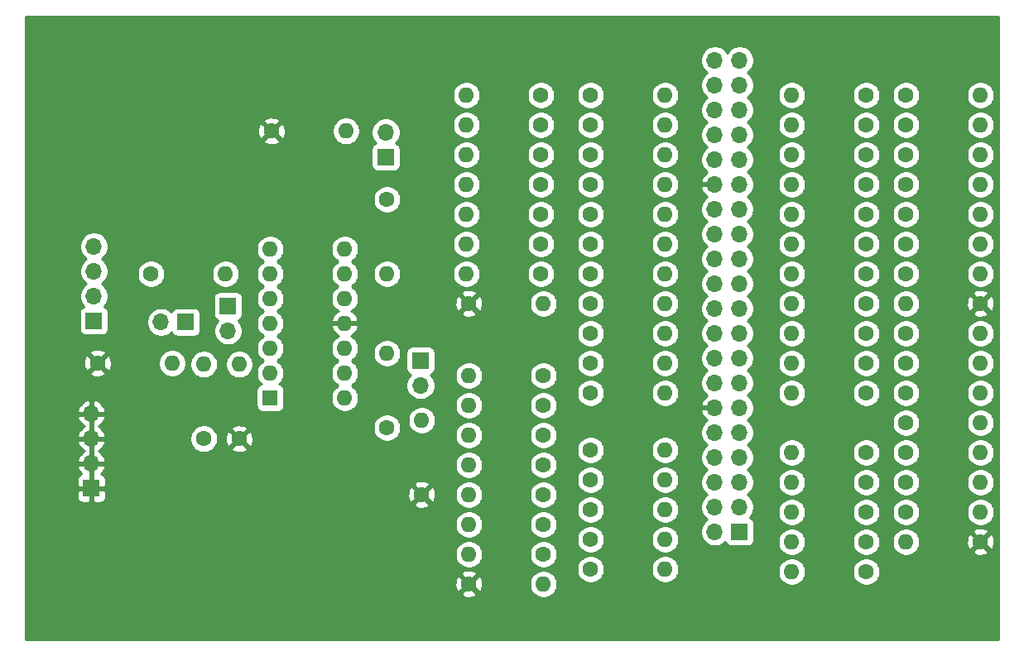
<source format=gbr>
%TF.GenerationSoftware,KiCad,Pcbnew,5.1.10*%
%TF.CreationDate,2021-12-13T16:46:35-05:00*%
%TF.ProjectId,DACBoard,44414342-6f61-4726-942e-6b696361645f,rev?*%
%TF.SameCoordinates,Original*%
%TF.FileFunction,Copper,L2,Bot*%
%TF.FilePolarity,Positive*%
%FSLAX46Y46*%
G04 Gerber Fmt 4.6, Leading zero omitted, Abs format (unit mm)*
G04 Created by KiCad (PCBNEW 5.1.10) date 2021-12-13 16:46:35*
%MOMM*%
%LPD*%
G01*
G04 APERTURE LIST*
%TA.AperFunction,ComponentPad*%
%ADD10O,1.700000X1.700000*%
%TD*%
%TA.AperFunction,ComponentPad*%
%ADD11R,1.700000X1.700000*%
%TD*%
%TA.AperFunction,ComponentPad*%
%ADD12C,1.600000*%
%TD*%
%TA.AperFunction,ComponentPad*%
%ADD13O,1.600000X1.600000*%
%TD*%
%TA.AperFunction,ComponentPad*%
%ADD14R,1.600000X1.600000*%
%TD*%
%TA.AperFunction,Conductor*%
%ADD15C,0.254000*%
%TD*%
%TA.AperFunction,Conductor*%
%ADD16C,0.100000*%
%TD*%
G04 APERTURE END LIST*
D10*
%TO.P,J1,2*%
%TO.N,Net-(J1-Pad2)*%
X47498000Y-75565000D03*
D11*
%TO.P,J1,1*%
%TO.N,Net-(J1-Pad1)*%
X50038000Y-75565000D03*
%TD*%
%TO.P,J3,1*%
%TO.N,Net-(J3-Pad1)*%
X54356000Y-73914000D03*
D10*
%TO.P,J3,2*%
%TO.N,Net-(J3-Pad2)*%
X54356000Y-76454000D03*
%TD*%
%TO.P,J4,2*%
%TO.N,Net-(J4-Pad2)*%
X70485000Y-56134000D03*
D11*
%TO.P,J4,1*%
%TO.N,Net-(J4-Pad1)*%
X70485000Y-58674000D03*
%TD*%
%TO.P,J5,1*%
%TO.N,Net-(J5-Pad1)*%
X74041000Y-79502000D03*
D10*
%TO.P,J5,2*%
%TO.N,Net-(J5-Pad2)*%
X74041000Y-82042000D03*
%TD*%
D11*
%TO.P,J6,1*%
%TO.N,GND*%
X40386000Y-92583000D03*
D10*
%TO.P,J6,2*%
X40386000Y-90043000D03*
%TO.P,J6,3*%
X40386000Y-87503000D03*
%TO.P,J6,4*%
X40386000Y-84963000D03*
%TD*%
%TO.P,J7,4*%
%TO.N,Net-(J7-Pad4)*%
X40640000Y-67818000D03*
%TO.P,J7,3*%
%TO.N,Net-(J7-Pad3)*%
X40640000Y-70358000D03*
%TO.P,J7,2*%
%TO.N,Net-(J7-Pad2)*%
X40640000Y-72898000D03*
D11*
%TO.P,J7,1*%
%TO.N,Net-(J7-Pad1)*%
X40640000Y-75438000D03*
%TD*%
D12*
%TO.P,R1,1*%
%TO.N,GND*%
X131318000Y-98044000D03*
D13*
%TO.P,R1,2*%
%TO.N,Net-(R1-Pad2)*%
X123698000Y-98044000D03*
%TD*%
%TO.P,R2,2*%
%TO.N,Net-(R1-Pad2)*%
X131318000Y-94996000D03*
D12*
%TO.P,R2,1*%
%TO.N,Net-(R10-Pad1)*%
X123698000Y-94996000D03*
%TD*%
D13*
%TO.P,R3,2*%
%TO.N,Net-(R10-Pad1)*%
X131318000Y-91948000D03*
D12*
%TO.P,R3,1*%
%TO.N,Net-(R11-Pad1)*%
X123698000Y-91948000D03*
%TD*%
%TO.P,R4,1*%
%TO.N,Net-(R12-Pad1)*%
X123698000Y-88900000D03*
D13*
%TO.P,R4,2*%
%TO.N,Net-(R11-Pad1)*%
X131318000Y-88900000D03*
%TD*%
%TO.P,R5,2*%
%TO.N,Net-(R12-Pad1)*%
X131318000Y-85852000D03*
D12*
%TO.P,R5,1*%
%TO.N,Net-(R13-Pad1)*%
X123698000Y-85852000D03*
%TD*%
%TO.P,R6,1*%
%TO.N,Net-(R14-Pad1)*%
X123698000Y-82804000D03*
D13*
%TO.P,R6,2*%
%TO.N,Net-(R13-Pad1)*%
X131318000Y-82804000D03*
%TD*%
%TO.P,R7,2*%
%TO.N,Net-(R14-Pad1)*%
X131318000Y-79756000D03*
D12*
%TO.P,R7,1*%
%TO.N,Net-(R15-Pad1)*%
X123698000Y-79756000D03*
%TD*%
%TO.P,R8,1*%
%TO.N,Net-(R16-Pad1)*%
X123698000Y-76708000D03*
D13*
%TO.P,R8,2*%
%TO.N,Net-(R15-Pad1)*%
X131318000Y-76708000D03*
%TD*%
D12*
%TO.P,R9,1*%
%TO.N,Net-(R1-Pad2)*%
X119634000Y-101092000D03*
D13*
%TO.P,R9,2*%
%TO.N,/IO_A0*%
X112014000Y-101092000D03*
%TD*%
D12*
%TO.P,R10,1*%
%TO.N,Net-(R10-Pad1)*%
X119634000Y-98044000D03*
D13*
%TO.P,R10,2*%
%TO.N,/IO_A2*%
X112014000Y-98044000D03*
%TD*%
%TO.P,R11,2*%
%TO.N,/IO_A4*%
X112014000Y-94996000D03*
D12*
%TO.P,R11,1*%
%TO.N,Net-(R11-Pad1)*%
X119634000Y-94996000D03*
%TD*%
%TO.P,R12,1*%
%TO.N,Net-(R12-Pad1)*%
X119634000Y-91948000D03*
D13*
%TO.P,R12,2*%
%TO.N,/IO_A6*%
X112014000Y-91948000D03*
%TD*%
%TO.P,R13,2*%
%TO.N,/IO_A8*%
X112014000Y-88900000D03*
D12*
%TO.P,R13,1*%
%TO.N,Net-(R13-Pad1)*%
X119634000Y-88900000D03*
%TD*%
%TO.P,R14,1*%
%TO.N,Net-(R14-Pad1)*%
X119634000Y-82804000D03*
D13*
%TO.P,R14,2*%
%TO.N,/IO_A10*%
X112014000Y-82804000D03*
%TD*%
%TO.P,R15,2*%
%TO.N,/IO_A12*%
X112014000Y-79756000D03*
D12*
%TO.P,R15,1*%
%TO.N,Net-(R15-Pad1)*%
X119634000Y-79756000D03*
%TD*%
D13*
%TO.P,R16,2*%
%TO.N,/IO_A14*%
X112014000Y-76708000D03*
D12*
%TO.P,R16,1*%
%TO.N,Net-(R16-Pad1)*%
X119634000Y-76708000D03*
%TD*%
D13*
%TO.P,R17,2*%
%TO.N,Net-(J1-Pad1)*%
X51879500Y-79883000D03*
D12*
%TO.P,R17,1*%
%TO.N,Net-(J7-Pad1)*%
X51879500Y-87503000D03*
%TD*%
%TO.P,R18,1*%
%TO.N,GND*%
X41021000Y-79756000D03*
D13*
%TO.P,R18,2*%
%TO.N,Net-(J1-Pad2)*%
X48641000Y-79756000D03*
%TD*%
D12*
%TO.P,R19,1*%
%TO.N,GND*%
X78994000Y-102362000D03*
D13*
%TO.P,R19,2*%
%TO.N,Net-(R19-Pad2)*%
X86614000Y-102362000D03*
%TD*%
%TO.P,R20,2*%
%TO.N,Net-(R19-Pad2)*%
X78994000Y-99314000D03*
D12*
%TO.P,R20,1*%
%TO.N,Net-(R20-Pad1)*%
X86614000Y-99314000D03*
%TD*%
%TO.P,R21,1*%
%TO.N,Net-(R21-Pad1)*%
X86614000Y-96266000D03*
D13*
%TO.P,R21,2*%
%TO.N,Net-(R20-Pad1)*%
X78994000Y-96266000D03*
%TD*%
%TO.P,R22,2*%
%TO.N,Net-(R21-Pad1)*%
X78994000Y-93218000D03*
D12*
%TO.P,R22,1*%
%TO.N,Net-(R22-Pad1)*%
X86614000Y-93218000D03*
%TD*%
D13*
%TO.P,R23,2*%
%TO.N,Net-(R22-Pad1)*%
X78994000Y-90170000D03*
D12*
%TO.P,R23,1*%
%TO.N,Net-(R23-Pad1)*%
X86614000Y-90170000D03*
%TD*%
%TO.P,R24,1*%
%TO.N,Net-(R24-Pad1)*%
X86614000Y-87122000D03*
D13*
%TO.P,R24,2*%
%TO.N,Net-(R23-Pad1)*%
X78994000Y-87122000D03*
%TD*%
D12*
%TO.P,R25,1*%
%TO.N,Net-(R25-Pad1)*%
X86614000Y-84074000D03*
D13*
%TO.P,R25,2*%
%TO.N,Net-(R24-Pad1)*%
X78994000Y-84074000D03*
%TD*%
%TO.P,R26,2*%
%TO.N,Net-(R25-Pad1)*%
X78994000Y-81026000D03*
D12*
%TO.P,R26,1*%
%TO.N,Net-(R26-Pad1)*%
X86614000Y-81026000D03*
%TD*%
D13*
%TO.P,R27,2*%
%TO.N,/IO_A1*%
X99060000Y-100838000D03*
D12*
%TO.P,R27,1*%
%TO.N,Net-(R19-Pad2)*%
X91440000Y-100838000D03*
%TD*%
D13*
%TO.P,R28,2*%
%TO.N,/IO_A3*%
X99060000Y-97790000D03*
D12*
%TO.P,R28,1*%
%TO.N,Net-(R20-Pad1)*%
X91440000Y-97790000D03*
%TD*%
%TO.P,R29,1*%
%TO.N,Net-(R21-Pad1)*%
X91440000Y-94742000D03*
D13*
%TO.P,R29,2*%
%TO.N,/IO_A5*%
X99060000Y-94742000D03*
%TD*%
%TO.P,R30,2*%
%TO.N,/IO_A7*%
X99060000Y-91694000D03*
D12*
%TO.P,R30,1*%
%TO.N,Net-(R22-Pad1)*%
X91440000Y-91694000D03*
%TD*%
%TO.P,R31,1*%
%TO.N,Net-(R23-Pad1)*%
X91440000Y-88646000D03*
D13*
%TO.P,R31,2*%
%TO.N,/IO_A9*%
X99060000Y-88646000D03*
%TD*%
%TO.P,R32,2*%
%TO.N,/IO_A11*%
X99060000Y-82804000D03*
D12*
%TO.P,R32,1*%
%TO.N,Net-(R24-Pad1)*%
X91440000Y-82804000D03*
%TD*%
%TO.P,R33,1*%
%TO.N,Net-(R25-Pad1)*%
X91440000Y-79756000D03*
D13*
%TO.P,R33,2*%
%TO.N,/IO_A13*%
X99060000Y-79756000D03*
%TD*%
%TO.P,R34,2*%
%TO.N,/IO_A15*%
X99060000Y-76708000D03*
D12*
%TO.P,R34,1*%
%TO.N,Net-(R26-Pad1)*%
X91440000Y-76708000D03*
%TD*%
D13*
%TO.P,R35,2*%
%TO.N,Net-(J3-Pad1)*%
X54102000Y-70612000D03*
D12*
%TO.P,R35,1*%
%TO.N,Net-(J7-Pad2)*%
X46482000Y-70612000D03*
%TD*%
%TO.P,R36,1*%
%TO.N,GND*%
X55499000Y-87503000D03*
D13*
%TO.P,R36,2*%
%TO.N,Net-(J3-Pad2)*%
X55499000Y-79883000D03*
%TD*%
%TO.P,R37,2*%
%TO.N,Net-(R37-Pad2)*%
X123698000Y-73660000D03*
D12*
%TO.P,R37,1*%
%TO.N,GND*%
X131318000Y-73660000D03*
%TD*%
%TO.P,R38,1*%
%TO.N,Net-(R38-Pad1)*%
X123698000Y-70612000D03*
D13*
%TO.P,R38,2*%
%TO.N,Net-(R37-Pad2)*%
X131318000Y-70612000D03*
%TD*%
D12*
%TO.P,R39,1*%
%TO.N,Net-(R39-Pad1)*%
X123698000Y-67564000D03*
D13*
%TO.P,R39,2*%
%TO.N,Net-(R38-Pad1)*%
X131318000Y-67564000D03*
%TD*%
%TO.P,R40,2*%
%TO.N,Net-(R39-Pad1)*%
X131318000Y-64516000D03*
D12*
%TO.P,R40,1*%
%TO.N,Net-(R40-Pad1)*%
X123698000Y-64516000D03*
%TD*%
%TO.P,R41,1*%
%TO.N,Net-(R41-Pad1)*%
X123698000Y-61468000D03*
D13*
%TO.P,R41,2*%
%TO.N,Net-(R40-Pad1)*%
X131318000Y-61468000D03*
%TD*%
%TO.P,R42,2*%
%TO.N,Net-(R41-Pad1)*%
X131318000Y-58420000D03*
D12*
%TO.P,R42,1*%
%TO.N,Net-(R42-Pad1)*%
X123698000Y-58420000D03*
%TD*%
%TO.P,R43,1*%
%TO.N,Net-(R43-Pad1)*%
X123698000Y-55372000D03*
D13*
%TO.P,R43,2*%
%TO.N,Net-(R42-Pad1)*%
X131318000Y-55372000D03*
%TD*%
%TO.P,R44,2*%
%TO.N,Net-(R43-Pad1)*%
X131318000Y-52324000D03*
D12*
%TO.P,R44,1*%
%TO.N,Net-(R44-Pad1)*%
X123698000Y-52324000D03*
%TD*%
%TO.P,R45,1*%
%TO.N,Net-(R37-Pad2)*%
X119634000Y-73660000D03*
D13*
%TO.P,R45,2*%
%TO.N,/IO_A16*%
X112014000Y-73660000D03*
%TD*%
D12*
%TO.P,R46,1*%
%TO.N,Net-(R38-Pad1)*%
X119634000Y-70612000D03*
D13*
%TO.P,R46,2*%
%TO.N,/IO_A18*%
X112014000Y-70612000D03*
%TD*%
D12*
%TO.P,R47,1*%
%TO.N,Net-(R39-Pad1)*%
X119634000Y-67564000D03*
D13*
%TO.P,R47,2*%
%TO.N,/IO_A20*%
X112014000Y-67564000D03*
%TD*%
%TO.P,R48,2*%
%TO.N,/IO_A22*%
X112014000Y-64516000D03*
D12*
%TO.P,R48,1*%
%TO.N,Net-(R40-Pad1)*%
X119634000Y-64516000D03*
%TD*%
%TO.P,R49,1*%
%TO.N,Net-(R41-Pad1)*%
X119634000Y-61468000D03*
D13*
%TO.P,R49,2*%
%TO.N,/IO_A24*%
X112014000Y-61468000D03*
%TD*%
%TO.P,R50,2*%
%TO.N,/IO_A26*%
X112014000Y-58420000D03*
D12*
%TO.P,R50,1*%
%TO.N,Net-(R42-Pad1)*%
X119634000Y-58420000D03*
%TD*%
%TO.P,R51,1*%
%TO.N,Net-(R43-Pad1)*%
X119634000Y-55372000D03*
D13*
%TO.P,R51,2*%
%TO.N,/IO_A28*%
X112014000Y-55372000D03*
%TD*%
%TO.P,R52,2*%
%TO.N,/IO_A30*%
X112014000Y-52324000D03*
D12*
%TO.P,R52,1*%
%TO.N,Net-(R44-Pad1)*%
X119634000Y-52324000D03*
%TD*%
D13*
%TO.P,R53,2*%
%TO.N,Net-(J4-Pad1)*%
X70612000Y-70612000D03*
D12*
%TO.P,R53,1*%
%TO.N,Net-(J7-Pad3)*%
X70612000Y-62992000D03*
%TD*%
%TO.P,R54,1*%
%TO.N,GND*%
X58801000Y-56007000D03*
D13*
%TO.P,R54,2*%
%TO.N,Net-(J4-Pad2)*%
X66421000Y-56007000D03*
%TD*%
%TO.P,R55,2*%
%TO.N,Net-(R55-Pad2)*%
X86614000Y-73660000D03*
D12*
%TO.P,R55,1*%
%TO.N,GND*%
X78994000Y-73660000D03*
%TD*%
%TO.P,R56,1*%
%TO.N,Net-(R56-Pad1)*%
X86360000Y-70612000D03*
D13*
%TO.P,R56,2*%
%TO.N,Net-(R55-Pad2)*%
X78740000Y-70612000D03*
%TD*%
%TO.P,R57,2*%
%TO.N,Net-(R56-Pad1)*%
X78740000Y-67564000D03*
D12*
%TO.P,R57,1*%
%TO.N,Net-(R57-Pad1)*%
X86360000Y-67564000D03*
%TD*%
%TO.P,R58,1*%
%TO.N,Net-(R58-Pad1)*%
X86360000Y-64516000D03*
D13*
%TO.P,R58,2*%
%TO.N,Net-(R57-Pad1)*%
X78740000Y-64516000D03*
%TD*%
%TO.P,R59,2*%
%TO.N,Net-(R58-Pad1)*%
X78740000Y-61468000D03*
D12*
%TO.P,R59,1*%
%TO.N,Net-(R59-Pad1)*%
X86360000Y-61468000D03*
%TD*%
%TO.P,R60,1*%
%TO.N,Net-(R60-Pad1)*%
X86360000Y-58420000D03*
D13*
%TO.P,R60,2*%
%TO.N,Net-(R59-Pad1)*%
X78740000Y-58420000D03*
%TD*%
%TO.P,R61,2*%
%TO.N,Net-(R60-Pad1)*%
X78740000Y-55372000D03*
D12*
%TO.P,R61,1*%
%TO.N,Net-(R61-Pad1)*%
X86360000Y-55372000D03*
%TD*%
D13*
%TO.P,R62,2*%
%TO.N,Net-(R61-Pad1)*%
X78740000Y-52324000D03*
D12*
%TO.P,R62,1*%
%TO.N,Net-(R62-Pad1)*%
X86360000Y-52324000D03*
%TD*%
%TO.P,R63,1*%
%TO.N,Net-(R55-Pad2)*%
X91440000Y-73660000D03*
D13*
%TO.P,R63,2*%
%TO.N,/IO_A17*%
X99060000Y-73660000D03*
%TD*%
%TO.P,R64,2*%
%TO.N,/IO_A19*%
X99060000Y-70612000D03*
D12*
%TO.P,R64,1*%
%TO.N,Net-(R56-Pad1)*%
X91440000Y-70612000D03*
%TD*%
%TO.P,R65,1*%
%TO.N,Net-(R57-Pad1)*%
X91440000Y-67564000D03*
D13*
%TO.P,R65,2*%
%TO.N,/IO_A21*%
X99060000Y-67564000D03*
%TD*%
%TO.P,R66,2*%
%TO.N,/IO_A23*%
X99060000Y-64516000D03*
D12*
%TO.P,R66,1*%
%TO.N,Net-(R58-Pad1)*%
X91440000Y-64516000D03*
%TD*%
%TO.P,R67,1*%
%TO.N,Net-(R59-Pad1)*%
X91440000Y-61468000D03*
D13*
%TO.P,R67,2*%
%TO.N,/IO_A25*%
X99060000Y-61468000D03*
%TD*%
D12*
%TO.P,R68,1*%
%TO.N,Net-(R60-Pad1)*%
X91440000Y-58420000D03*
D13*
%TO.P,R68,2*%
%TO.N,/IO_A27*%
X99060000Y-58420000D03*
%TD*%
%TO.P,R69,2*%
%TO.N,/IO_A29*%
X99060000Y-55372000D03*
D12*
%TO.P,R69,1*%
%TO.N,Net-(R61-Pad1)*%
X91440000Y-55372000D03*
%TD*%
%TO.P,R70,1*%
%TO.N,Net-(R62-Pad1)*%
X91440000Y-52324000D03*
D13*
%TO.P,R70,2*%
%TO.N,/IO_A31*%
X99060000Y-52324000D03*
%TD*%
%TO.P,R71,2*%
%TO.N,Net-(J5-Pad1)*%
X70612000Y-78740000D03*
D12*
%TO.P,R71,1*%
%TO.N,Net-(J7-Pad4)*%
X70612000Y-86360000D03*
%TD*%
%TO.P,R72,1*%
%TO.N,GND*%
X74168000Y-93218000D03*
D13*
%TO.P,R72,2*%
%TO.N,Net-(J5-Pad2)*%
X74168000Y-85598000D03*
%TD*%
D14*
%TO.P,U1,1*%
%TO.N,Net-(J7-Pad1)*%
X58674000Y-83312000D03*
D13*
%TO.P,U1,8*%
%TO.N,Net-(J7-Pad3)*%
X66294000Y-68072000D03*
%TO.P,U1,2*%
%TO.N,Net-(J1-Pad1)*%
X58674000Y-80772000D03*
%TO.P,U1,9*%
%TO.N,Net-(J4-Pad1)*%
X66294000Y-70612000D03*
%TO.P,U1,3*%
%TO.N,Net-(R16-Pad1)*%
X58674000Y-78232000D03*
%TO.P,U1,10*%
%TO.N,Net-(R44-Pad1)*%
X66294000Y-73152000D03*
%TO.P,U1,4*%
%TO.N,/+5V*%
X58674000Y-75692000D03*
%TO.P,U1,11*%
%TO.N,GND*%
X66294000Y-75692000D03*
%TO.P,U1,5*%
%TO.N,Net-(R26-Pad1)*%
X58674000Y-73152000D03*
%TO.P,U1,12*%
%TO.N,Net-(R62-Pad1)*%
X66294000Y-78232000D03*
%TO.P,U1,6*%
%TO.N,Net-(J3-Pad1)*%
X58674000Y-70612000D03*
%TO.P,U1,13*%
%TO.N,Net-(J5-Pad1)*%
X66294000Y-80772000D03*
%TO.P,U1,7*%
%TO.N,Net-(J7-Pad2)*%
X58674000Y-68072000D03*
%TO.P,U1,14*%
%TO.N,Net-(J7-Pad4)*%
X66294000Y-83312000D03*
%TD*%
D11*
%TO.P,J2,1*%
%TO.N,/IO_A0*%
X106680000Y-97028000D03*
D10*
%TO.P,J2,2*%
%TO.N,/IO_A1*%
X104140000Y-97028000D03*
%TO.P,J2,3*%
%TO.N,/IO_A2*%
X106680000Y-94488000D03*
%TO.P,J2,4*%
%TO.N,/IO_A3*%
X104140000Y-94488000D03*
%TO.P,J2,5*%
%TO.N,/IO_A4*%
X106680000Y-91948000D03*
%TO.P,J2,6*%
%TO.N,/IO_A5*%
X104140000Y-91948000D03*
%TO.P,J2,7*%
%TO.N,/IO_A6*%
X106680000Y-89408000D03*
%TO.P,J2,8*%
%TO.N,/IO_A7*%
X104140000Y-89408000D03*
%TO.P,J2,9*%
%TO.N,/IO_A8*%
X106680000Y-86868000D03*
%TO.P,J2,10*%
%TO.N,/IO_A9*%
X104140000Y-86868000D03*
%TO.P,J2,11*%
%TO.N,/+5V*%
X106680000Y-84328000D03*
%TO.P,J2,12*%
%TO.N,GND*%
X104140000Y-84328000D03*
%TO.P,J2,13*%
%TO.N,/IO_A10*%
X106680000Y-81788000D03*
%TO.P,J2,14*%
%TO.N,/IO_A11*%
X104140000Y-81788000D03*
%TO.P,J2,15*%
%TO.N,/IO_A12*%
X106680000Y-79248000D03*
%TO.P,J2,16*%
%TO.N,/IO_A13*%
X104140000Y-79248000D03*
%TO.P,J2,17*%
%TO.N,/IO_A14*%
X106680000Y-76708000D03*
%TO.P,J2,18*%
%TO.N,/IO_A15*%
X104140000Y-76708000D03*
%TO.P,J2,19*%
%TO.N,/IO_A16*%
X106680000Y-74168000D03*
%TO.P,J2,20*%
%TO.N,/IO_A17*%
X104140000Y-74168000D03*
%TO.P,J2,21*%
%TO.N,/IO_A18*%
X106680000Y-71628000D03*
%TO.P,J2,22*%
%TO.N,/IO_A19*%
X104140000Y-71628000D03*
%TO.P,J2,23*%
%TO.N,/IO_A20*%
X106680000Y-69088000D03*
%TO.P,J2,24*%
%TO.N,/IO_A21*%
X104140000Y-69088000D03*
%TO.P,J2,25*%
%TO.N,/IO_A22*%
X106680000Y-66548000D03*
%TO.P,J2,26*%
%TO.N,/IO_A23*%
X104140000Y-66548000D03*
%TO.P,J2,27*%
%TO.N,/IO_A24*%
X106680000Y-64008000D03*
%TO.P,J2,28*%
%TO.N,/IO_A25*%
X104140000Y-64008000D03*
%TO.P,J2,29*%
%TO.N,N/C*%
X106680000Y-61468000D03*
%TO.P,J2,30*%
%TO.N,GND*%
X104140000Y-61468000D03*
%TO.P,J2,31*%
%TO.N,/IO_A26*%
X106680000Y-58928000D03*
%TO.P,J2,32*%
%TO.N,/IO_A27*%
X104140000Y-58928000D03*
%TO.P,J2,33*%
%TO.N,/IO_A28*%
X106680000Y-56388000D03*
%TO.P,J2,34*%
%TO.N,/IO_A29*%
X104140000Y-56388000D03*
%TO.P,J2,35*%
%TO.N,/IO_A30*%
X106680000Y-53848000D03*
%TO.P,J2,36*%
%TO.N,/IO_A31*%
X104140000Y-53848000D03*
%TO.P,J2,37*%
%TO.N,N/C*%
X106680000Y-51308000D03*
%TO.P,J2,38*%
X104140000Y-51308000D03*
%TO.P,J2,39*%
X106680000Y-48768000D03*
%TO.P,J2,40*%
X104140000Y-48768000D03*
%TD*%
D15*
%TO.N,GND*%
X133159500Y-108013500D02*
X33655000Y-108013500D01*
X33655000Y-103354702D01*
X78180903Y-103354702D01*
X78252486Y-103598671D01*
X78507996Y-103719571D01*
X78782184Y-103788300D01*
X79064512Y-103802217D01*
X79344130Y-103760787D01*
X79610292Y-103665603D01*
X79735514Y-103598671D01*
X79807097Y-103354702D01*
X78994000Y-102541605D01*
X78180903Y-103354702D01*
X33655000Y-103354702D01*
X33655000Y-102432512D01*
X77553783Y-102432512D01*
X77595213Y-102712130D01*
X77690397Y-102978292D01*
X77757329Y-103103514D01*
X78001298Y-103175097D01*
X78814395Y-102362000D01*
X79173605Y-102362000D01*
X79986702Y-103175097D01*
X80230671Y-103103514D01*
X80351571Y-102848004D01*
X80420300Y-102573816D01*
X80434217Y-102291488D01*
X80423724Y-102220665D01*
X85179000Y-102220665D01*
X85179000Y-102503335D01*
X85234147Y-102780574D01*
X85342320Y-103041727D01*
X85499363Y-103276759D01*
X85699241Y-103476637D01*
X85934273Y-103633680D01*
X86195426Y-103741853D01*
X86472665Y-103797000D01*
X86755335Y-103797000D01*
X87032574Y-103741853D01*
X87293727Y-103633680D01*
X87528759Y-103476637D01*
X87728637Y-103276759D01*
X87885680Y-103041727D01*
X87993853Y-102780574D01*
X88049000Y-102503335D01*
X88049000Y-102220665D01*
X87993853Y-101943426D01*
X87885680Y-101682273D01*
X87728637Y-101447241D01*
X87528759Y-101247363D01*
X87293727Y-101090320D01*
X87032574Y-100982147D01*
X86755335Y-100927000D01*
X86472665Y-100927000D01*
X86195426Y-100982147D01*
X85934273Y-101090320D01*
X85699241Y-101247363D01*
X85499363Y-101447241D01*
X85342320Y-101682273D01*
X85234147Y-101943426D01*
X85179000Y-102220665D01*
X80423724Y-102220665D01*
X80392787Y-102011870D01*
X80297603Y-101745708D01*
X80230671Y-101620486D01*
X79986702Y-101548903D01*
X79173605Y-102362000D01*
X78814395Y-102362000D01*
X78001298Y-101548903D01*
X77757329Y-101620486D01*
X77636429Y-101875996D01*
X77567700Y-102150184D01*
X77553783Y-102432512D01*
X33655000Y-102432512D01*
X33655000Y-101369298D01*
X78180903Y-101369298D01*
X78994000Y-102182395D01*
X79807097Y-101369298D01*
X79735514Y-101125329D01*
X79480004Y-101004429D01*
X79205816Y-100935700D01*
X78923488Y-100921783D01*
X78643870Y-100963213D01*
X78377708Y-101058397D01*
X78252486Y-101125329D01*
X78180903Y-101369298D01*
X33655000Y-101369298D01*
X33655000Y-99172665D01*
X77559000Y-99172665D01*
X77559000Y-99455335D01*
X77614147Y-99732574D01*
X77722320Y-99993727D01*
X77879363Y-100228759D01*
X78079241Y-100428637D01*
X78314273Y-100585680D01*
X78575426Y-100693853D01*
X78852665Y-100749000D01*
X79135335Y-100749000D01*
X79412574Y-100693853D01*
X79673727Y-100585680D01*
X79908759Y-100428637D01*
X80108637Y-100228759D01*
X80265680Y-99993727D01*
X80373853Y-99732574D01*
X80429000Y-99455335D01*
X80429000Y-99172665D01*
X85179000Y-99172665D01*
X85179000Y-99455335D01*
X85234147Y-99732574D01*
X85342320Y-99993727D01*
X85499363Y-100228759D01*
X85699241Y-100428637D01*
X85934273Y-100585680D01*
X86195426Y-100693853D01*
X86472665Y-100749000D01*
X86755335Y-100749000D01*
X87018437Y-100696665D01*
X90005000Y-100696665D01*
X90005000Y-100979335D01*
X90060147Y-101256574D01*
X90168320Y-101517727D01*
X90325363Y-101752759D01*
X90525241Y-101952637D01*
X90760273Y-102109680D01*
X91021426Y-102217853D01*
X91298665Y-102273000D01*
X91581335Y-102273000D01*
X91858574Y-102217853D01*
X92119727Y-102109680D01*
X92354759Y-101952637D01*
X92554637Y-101752759D01*
X92711680Y-101517727D01*
X92819853Y-101256574D01*
X92875000Y-100979335D01*
X92875000Y-100696665D01*
X97625000Y-100696665D01*
X97625000Y-100979335D01*
X97680147Y-101256574D01*
X97788320Y-101517727D01*
X97945363Y-101752759D01*
X98145241Y-101952637D01*
X98380273Y-102109680D01*
X98641426Y-102217853D01*
X98918665Y-102273000D01*
X99201335Y-102273000D01*
X99478574Y-102217853D01*
X99739727Y-102109680D01*
X99974759Y-101952637D01*
X100174637Y-101752759D01*
X100331680Y-101517727D01*
X100439853Y-101256574D01*
X100495000Y-100979335D01*
X100495000Y-100950665D01*
X110579000Y-100950665D01*
X110579000Y-101233335D01*
X110634147Y-101510574D01*
X110742320Y-101771727D01*
X110899363Y-102006759D01*
X111099241Y-102206637D01*
X111334273Y-102363680D01*
X111595426Y-102471853D01*
X111872665Y-102527000D01*
X112155335Y-102527000D01*
X112432574Y-102471853D01*
X112693727Y-102363680D01*
X112928759Y-102206637D01*
X113128637Y-102006759D01*
X113285680Y-101771727D01*
X113393853Y-101510574D01*
X113449000Y-101233335D01*
X113449000Y-100950665D01*
X118199000Y-100950665D01*
X118199000Y-101233335D01*
X118254147Y-101510574D01*
X118362320Y-101771727D01*
X118519363Y-102006759D01*
X118719241Y-102206637D01*
X118954273Y-102363680D01*
X119215426Y-102471853D01*
X119492665Y-102527000D01*
X119775335Y-102527000D01*
X120052574Y-102471853D01*
X120313727Y-102363680D01*
X120548759Y-102206637D01*
X120748637Y-102006759D01*
X120905680Y-101771727D01*
X121013853Y-101510574D01*
X121069000Y-101233335D01*
X121069000Y-100950665D01*
X121013853Y-100673426D01*
X120905680Y-100412273D01*
X120748637Y-100177241D01*
X120548759Y-99977363D01*
X120313727Y-99820320D01*
X120052574Y-99712147D01*
X119775335Y-99657000D01*
X119492665Y-99657000D01*
X119215426Y-99712147D01*
X118954273Y-99820320D01*
X118719241Y-99977363D01*
X118519363Y-100177241D01*
X118362320Y-100412273D01*
X118254147Y-100673426D01*
X118199000Y-100950665D01*
X113449000Y-100950665D01*
X113393853Y-100673426D01*
X113285680Y-100412273D01*
X113128637Y-100177241D01*
X112928759Y-99977363D01*
X112693727Y-99820320D01*
X112432574Y-99712147D01*
X112155335Y-99657000D01*
X111872665Y-99657000D01*
X111595426Y-99712147D01*
X111334273Y-99820320D01*
X111099241Y-99977363D01*
X110899363Y-100177241D01*
X110742320Y-100412273D01*
X110634147Y-100673426D01*
X110579000Y-100950665D01*
X100495000Y-100950665D01*
X100495000Y-100696665D01*
X100439853Y-100419426D01*
X100331680Y-100158273D01*
X100174637Y-99923241D01*
X99974759Y-99723363D01*
X99739727Y-99566320D01*
X99478574Y-99458147D01*
X99201335Y-99403000D01*
X98918665Y-99403000D01*
X98641426Y-99458147D01*
X98380273Y-99566320D01*
X98145241Y-99723363D01*
X97945363Y-99923241D01*
X97788320Y-100158273D01*
X97680147Y-100419426D01*
X97625000Y-100696665D01*
X92875000Y-100696665D01*
X92819853Y-100419426D01*
X92711680Y-100158273D01*
X92554637Y-99923241D01*
X92354759Y-99723363D01*
X92119727Y-99566320D01*
X91858574Y-99458147D01*
X91581335Y-99403000D01*
X91298665Y-99403000D01*
X91021426Y-99458147D01*
X90760273Y-99566320D01*
X90525241Y-99723363D01*
X90325363Y-99923241D01*
X90168320Y-100158273D01*
X90060147Y-100419426D01*
X90005000Y-100696665D01*
X87018437Y-100696665D01*
X87032574Y-100693853D01*
X87293727Y-100585680D01*
X87528759Y-100428637D01*
X87728637Y-100228759D01*
X87885680Y-99993727D01*
X87993853Y-99732574D01*
X88049000Y-99455335D01*
X88049000Y-99172665D01*
X87993853Y-98895426D01*
X87885680Y-98634273D01*
X87728637Y-98399241D01*
X87528759Y-98199363D01*
X87293727Y-98042320D01*
X87032574Y-97934147D01*
X86755335Y-97879000D01*
X86472665Y-97879000D01*
X86195426Y-97934147D01*
X85934273Y-98042320D01*
X85699241Y-98199363D01*
X85499363Y-98399241D01*
X85342320Y-98634273D01*
X85234147Y-98895426D01*
X85179000Y-99172665D01*
X80429000Y-99172665D01*
X80373853Y-98895426D01*
X80265680Y-98634273D01*
X80108637Y-98399241D01*
X79908759Y-98199363D01*
X79673727Y-98042320D01*
X79412574Y-97934147D01*
X79135335Y-97879000D01*
X78852665Y-97879000D01*
X78575426Y-97934147D01*
X78314273Y-98042320D01*
X78079241Y-98199363D01*
X77879363Y-98399241D01*
X77722320Y-98634273D01*
X77614147Y-98895426D01*
X77559000Y-99172665D01*
X33655000Y-99172665D01*
X33655000Y-96124665D01*
X77559000Y-96124665D01*
X77559000Y-96407335D01*
X77614147Y-96684574D01*
X77722320Y-96945727D01*
X77879363Y-97180759D01*
X78079241Y-97380637D01*
X78314273Y-97537680D01*
X78575426Y-97645853D01*
X78852665Y-97701000D01*
X79135335Y-97701000D01*
X79412574Y-97645853D01*
X79673727Y-97537680D01*
X79908759Y-97380637D01*
X80108637Y-97180759D01*
X80265680Y-96945727D01*
X80373853Y-96684574D01*
X80429000Y-96407335D01*
X80429000Y-96124665D01*
X85179000Y-96124665D01*
X85179000Y-96407335D01*
X85234147Y-96684574D01*
X85342320Y-96945727D01*
X85499363Y-97180759D01*
X85699241Y-97380637D01*
X85934273Y-97537680D01*
X86195426Y-97645853D01*
X86472665Y-97701000D01*
X86755335Y-97701000D01*
X87018437Y-97648665D01*
X90005000Y-97648665D01*
X90005000Y-97931335D01*
X90060147Y-98208574D01*
X90168320Y-98469727D01*
X90325363Y-98704759D01*
X90525241Y-98904637D01*
X90760273Y-99061680D01*
X91021426Y-99169853D01*
X91298665Y-99225000D01*
X91581335Y-99225000D01*
X91858574Y-99169853D01*
X92119727Y-99061680D01*
X92354759Y-98904637D01*
X92554637Y-98704759D01*
X92711680Y-98469727D01*
X92819853Y-98208574D01*
X92875000Y-97931335D01*
X92875000Y-97648665D01*
X97625000Y-97648665D01*
X97625000Y-97931335D01*
X97680147Y-98208574D01*
X97788320Y-98469727D01*
X97945363Y-98704759D01*
X98145241Y-98904637D01*
X98380273Y-99061680D01*
X98641426Y-99169853D01*
X98918665Y-99225000D01*
X99201335Y-99225000D01*
X99478574Y-99169853D01*
X99739727Y-99061680D01*
X99974759Y-98904637D01*
X100174637Y-98704759D01*
X100331680Y-98469727D01*
X100439853Y-98208574D01*
X100495000Y-97931335D01*
X100495000Y-97648665D01*
X100439853Y-97371426D01*
X100331680Y-97110273D01*
X100174637Y-96875241D01*
X99974759Y-96675363D01*
X99739727Y-96518320D01*
X99478574Y-96410147D01*
X99201335Y-96355000D01*
X98918665Y-96355000D01*
X98641426Y-96410147D01*
X98380273Y-96518320D01*
X98145241Y-96675363D01*
X97945363Y-96875241D01*
X97788320Y-97110273D01*
X97680147Y-97371426D01*
X97625000Y-97648665D01*
X92875000Y-97648665D01*
X92819853Y-97371426D01*
X92711680Y-97110273D01*
X92554637Y-96875241D01*
X92354759Y-96675363D01*
X92119727Y-96518320D01*
X91858574Y-96410147D01*
X91581335Y-96355000D01*
X91298665Y-96355000D01*
X91021426Y-96410147D01*
X90760273Y-96518320D01*
X90525241Y-96675363D01*
X90325363Y-96875241D01*
X90168320Y-97110273D01*
X90060147Y-97371426D01*
X90005000Y-97648665D01*
X87018437Y-97648665D01*
X87032574Y-97645853D01*
X87293727Y-97537680D01*
X87528759Y-97380637D01*
X87728637Y-97180759D01*
X87885680Y-96945727D01*
X87993853Y-96684574D01*
X88049000Y-96407335D01*
X88049000Y-96124665D01*
X87993853Y-95847426D01*
X87885680Y-95586273D01*
X87728637Y-95351241D01*
X87528759Y-95151363D01*
X87293727Y-94994320D01*
X87032574Y-94886147D01*
X86755335Y-94831000D01*
X86472665Y-94831000D01*
X86195426Y-94886147D01*
X85934273Y-94994320D01*
X85699241Y-95151363D01*
X85499363Y-95351241D01*
X85342320Y-95586273D01*
X85234147Y-95847426D01*
X85179000Y-96124665D01*
X80429000Y-96124665D01*
X80373853Y-95847426D01*
X80265680Y-95586273D01*
X80108637Y-95351241D01*
X79908759Y-95151363D01*
X79673727Y-94994320D01*
X79412574Y-94886147D01*
X79135335Y-94831000D01*
X78852665Y-94831000D01*
X78575426Y-94886147D01*
X78314273Y-94994320D01*
X78079241Y-95151363D01*
X77879363Y-95351241D01*
X77722320Y-95586273D01*
X77614147Y-95847426D01*
X77559000Y-96124665D01*
X33655000Y-96124665D01*
X33655000Y-94210702D01*
X73354903Y-94210702D01*
X73426486Y-94454671D01*
X73681996Y-94575571D01*
X73956184Y-94644300D01*
X74238512Y-94658217D01*
X74518130Y-94616787D01*
X74784292Y-94521603D01*
X74909514Y-94454671D01*
X74981097Y-94210702D01*
X74168000Y-93397605D01*
X73354903Y-94210702D01*
X33655000Y-94210702D01*
X33655000Y-93433000D01*
X38897928Y-93433000D01*
X38910188Y-93557482D01*
X38946498Y-93677180D01*
X39005463Y-93787494D01*
X39084815Y-93884185D01*
X39181506Y-93963537D01*
X39291820Y-94022502D01*
X39411518Y-94058812D01*
X39536000Y-94071072D01*
X40100250Y-94068000D01*
X40259000Y-93909250D01*
X40259000Y-92710000D01*
X40513000Y-92710000D01*
X40513000Y-93909250D01*
X40671750Y-94068000D01*
X41236000Y-94071072D01*
X41360482Y-94058812D01*
X41480180Y-94022502D01*
X41590494Y-93963537D01*
X41687185Y-93884185D01*
X41766537Y-93787494D01*
X41825502Y-93677180D01*
X41861812Y-93557482D01*
X41874072Y-93433000D01*
X41873286Y-93288512D01*
X72727783Y-93288512D01*
X72769213Y-93568130D01*
X72864397Y-93834292D01*
X72931329Y-93959514D01*
X73175298Y-94031097D01*
X73988395Y-93218000D01*
X74347605Y-93218000D01*
X75160702Y-94031097D01*
X75404671Y-93959514D01*
X75525571Y-93704004D01*
X75594300Y-93429816D01*
X75608217Y-93147488D01*
X75597724Y-93076665D01*
X77559000Y-93076665D01*
X77559000Y-93359335D01*
X77614147Y-93636574D01*
X77722320Y-93897727D01*
X77879363Y-94132759D01*
X78079241Y-94332637D01*
X78314273Y-94489680D01*
X78575426Y-94597853D01*
X78852665Y-94653000D01*
X79135335Y-94653000D01*
X79412574Y-94597853D01*
X79673727Y-94489680D01*
X79908759Y-94332637D01*
X80108637Y-94132759D01*
X80265680Y-93897727D01*
X80373853Y-93636574D01*
X80429000Y-93359335D01*
X80429000Y-93076665D01*
X85179000Y-93076665D01*
X85179000Y-93359335D01*
X85234147Y-93636574D01*
X85342320Y-93897727D01*
X85499363Y-94132759D01*
X85699241Y-94332637D01*
X85934273Y-94489680D01*
X86195426Y-94597853D01*
X86472665Y-94653000D01*
X86755335Y-94653000D01*
X87018437Y-94600665D01*
X90005000Y-94600665D01*
X90005000Y-94883335D01*
X90060147Y-95160574D01*
X90168320Y-95421727D01*
X90325363Y-95656759D01*
X90525241Y-95856637D01*
X90760273Y-96013680D01*
X91021426Y-96121853D01*
X91298665Y-96177000D01*
X91581335Y-96177000D01*
X91858574Y-96121853D01*
X92119727Y-96013680D01*
X92354759Y-95856637D01*
X92554637Y-95656759D01*
X92711680Y-95421727D01*
X92819853Y-95160574D01*
X92875000Y-94883335D01*
X92875000Y-94600665D01*
X97625000Y-94600665D01*
X97625000Y-94883335D01*
X97680147Y-95160574D01*
X97788320Y-95421727D01*
X97945363Y-95656759D01*
X98145241Y-95856637D01*
X98380273Y-96013680D01*
X98641426Y-96121853D01*
X98918665Y-96177000D01*
X99201335Y-96177000D01*
X99478574Y-96121853D01*
X99739727Y-96013680D01*
X99974759Y-95856637D01*
X100174637Y-95656759D01*
X100331680Y-95421727D01*
X100439853Y-95160574D01*
X100495000Y-94883335D01*
X100495000Y-94600665D01*
X100439853Y-94323426D01*
X100331680Y-94062273D01*
X100174637Y-93827241D01*
X99974759Y-93627363D01*
X99739727Y-93470320D01*
X99478574Y-93362147D01*
X99201335Y-93307000D01*
X98918665Y-93307000D01*
X98641426Y-93362147D01*
X98380273Y-93470320D01*
X98145241Y-93627363D01*
X97945363Y-93827241D01*
X97788320Y-94062273D01*
X97680147Y-94323426D01*
X97625000Y-94600665D01*
X92875000Y-94600665D01*
X92819853Y-94323426D01*
X92711680Y-94062273D01*
X92554637Y-93827241D01*
X92354759Y-93627363D01*
X92119727Y-93470320D01*
X91858574Y-93362147D01*
X91581335Y-93307000D01*
X91298665Y-93307000D01*
X91021426Y-93362147D01*
X90760273Y-93470320D01*
X90525241Y-93627363D01*
X90325363Y-93827241D01*
X90168320Y-94062273D01*
X90060147Y-94323426D01*
X90005000Y-94600665D01*
X87018437Y-94600665D01*
X87032574Y-94597853D01*
X87293727Y-94489680D01*
X87528759Y-94332637D01*
X87728637Y-94132759D01*
X87885680Y-93897727D01*
X87993853Y-93636574D01*
X88049000Y-93359335D01*
X88049000Y-93076665D01*
X87993853Y-92799426D01*
X87885680Y-92538273D01*
X87728637Y-92303241D01*
X87528759Y-92103363D01*
X87293727Y-91946320D01*
X87032574Y-91838147D01*
X86755335Y-91783000D01*
X86472665Y-91783000D01*
X86195426Y-91838147D01*
X85934273Y-91946320D01*
X85699241Y-92103363D01*
X85499363Y-92303241D01*
X85342320Y-92538273D01*
X85234147Y-92799426D01*
X85179000Y-93076665D01*
X80429000Y-93076665D01*
X80373853Y-92799426D01*
X80265680Y-92538273D01*
X80108637Y-92303241D01*
X79908759Y-92103363D01*
X79673727Y-91946320D01*
X79412574Y-91838147D01*
X79135335Y-91783000D01*
X78852665Y-91783000D01*
X78575426Y-91838147D01*
X78314273Y-91946320D01*
X78079241Y-92103363D01*
X77879363Y-92303241D01*
X77722320Y-92538273D01*
X77614147Y-92799426D01*
X77559000Y-93076665D01*
X75597724Y-93076665D01*
X75566787Y-92867870D01*
X75471603Y-92601708D01*
X75404671Y-92476486D01*
X75160702Y-92404903D01*
X74347605Y-93218000D01*
X73988395Y-93218000D01*
X73175298Y-92404903D01*
X72931329Y-92476486D01*
X72810429Y-92731996D01*
X72741700Y-93006184D01*
X72727783Y-93288512D01*
X41873286Y-93288512D01*
X41871000Y-92868750D01*
X41712250Y-92710000D01*
X40513000Y-92710000D01*
X40259000Y-92710000D01*
X39059750Y-92710000D01*
X38901000Y-92868750D01*
X38897928Y-93433000D01*
X33655000Y-93433000D01*
X33655000Y-91733000D01*
X38897928Y-91733000D01*
X38901000Y-92297250D01*
X39059750Y-92456000D01*
X40259000Y-92456000D01*
X40259000Y-90170000D01*
X40513000Y-90170000D01*
X40513000Y-92456000D01*
X41712250Y-92456000D01*
X41871000Y-92297250D01*
X41871391Y-92225298D01*
X73354903Y-92225298D01*
X74168000Y-93038395D01*
X74981097Y-92225298D01*
X74909514Y-91981329D01*
X74654004Y-91860429D01*
X74379816Y-91791700D01*
X74097488Y-91777783D01*
X73817870Y-91819213D01*
X73551708Y-91914397D01*
X73426486Y-91981329D01*
X73354903Y-92225298D01*
X41871391Y-92225298D01*
X41874072Y-91733000D01*
X41861812Y-91608518D01*
X41825502Y-91488820D01*
X41766537Y-91378506D01*
X41687185Y-91281815D01*
X41590494Y-91202463D01*
X41480180Y-91143498D01*
X41399534Y-91119034D01*
X41483588Y-91043269D01*
X41657641Y-90809920D01*
X41782825Y-90547099D01*
X41827476Y-90399890D01*
X41706155Y-90170000D01*
X40513000Y-90170000D01*
X40259000Y-90170000D01*
X39065845Y-90170000D01*
X38944524Y-90399890D01*
X38989175Y-90547099D01*
X39114359Y-90809920D01*
X39288412Y-91043269D01*
X39372466Y-91119034D01*
X39291820Y-91143498D01*
X39181506Y-91202463D01*
X39084815Y-91281815D01*
X39005463Y-91378506D01*
X38946498Y-91488820D01*
X38910188Y-91608518D01*
X38897928Y-91733000D01*
X33655000Y-91733000D01*
X33655000Y-90028665D01*
X77559000Y-90028665D01*
X77559000Y-90311335D01*
X77614147Y-90588574D01*
X77722320Y-90849727D01*
X77879363Y-91084759D01*
X78079241Y-91284637D01*
X78314273Y-91441680D01*
X78575426Y-91549853D01*
X78852665Y-91605000D01*
X79135335Y-91605000D01*
X79412574Y-91549853D01*
X79673727Y-91441680D01*
X79908759Y-91284637D01*
X80108637Y-91084759D01*
X80265680Y-90849727D01*
X80373853Y-90588574D01*
X80429000Y-90311335D01*
X80429000Y-90028665D01*
X85179000Y-90028665D01*
X85179000Y-90311335D01*
X85234147Y-90588574D01*
X85342320Y-90849727D01*
X85499363Y-91084759D01*
X85699241Y-91284637D01*
X85934273Y-91441680D01*
X86195426Y-91549853D01*
X86472665Y-91605000D01*
X86755335Y-91605000D01*
X87018437Y-91552665D01*
X90005000Y-91552665D01*
X90005000Y-91835335D01*
X90060147Y-92112574D01*
X90168320Y-92373727D01*
X90325363Y-92608759D01*
X90525241Y-92808637D01*
X90760273Y-92965680D01*
X91021426Y-93073853D01*
X91298665Y-93129000D01*
X91581335Y-93129000D01*
X91858574Y-93073853D01*
X92119727Y-92965680D01*
X92354759Y-92808637D01*
X92554637Y-92608759D01*
X92711680Y-92373727D01*
X92819853Y-92112574D01*
X92875000Y-91835335D01*
X92875000Y-91552665D01*
X97625000Y-91552665D01*
X97625000Y-91835335D01*
X97680147Y-92112574D01*
X97788320Y-92373727D01*
X97945363Y-92608759D01*
X98145241Y-92808637D01*
X98380273Y-92965680D01*
X98641426Y-93073853D01*
X98918665Y-93129000D01*
X99201335Y-93129000D01*
X99478574Y-93073853D01*
X99739727Y-92965680D01*
X99974759Y-92808637D01*
X100174637Y-92608759D01*
X100331680Y-92373727D01*
X100439853Y-92112574D01*
X100495000Y-91835335D01*
X100495000Y-91552665D01*
X100439853Y-91275426D01*
X100331680Y-91014273D01*
X100174637Y-90779241D01*
X99974759Y-90579363D01*
X99739727Y-90422320D01*
X99478574Y-90314147D01*
X99201335Y-90259000D01*
X98918665Y-90259000D01*
X98641426Y-90314147D01*
X98380273Y-90422320D01*
X98145241Y-90579363D01*
X97945363Y-90779241D01*
X97788320Y-91014273D01*
X97680147Y-91275426D01*
X97625000Y-91552665D01*
X92875000Y-91552665D01*
X92819853Y-91275426D01*
X92711680Y-91014273D01*
X92554637Y-90779241D01*
X92354759Y-90579363D01*
X92119727Y-90422320D01*
X91858574Y-90314147D01*
X91581335Y-90259000D01*
X91298665Y-90259000D01*
X91021426Y-90314147D01*
X90760273Y-90422320D01*
X90525241Y-90579363D01*
X90325363Y-90779241D01*
X90168320Y-91014273D01*
X90060147Y-91275426D01*
X90005000Y-91552665D01*
X87018437Y-91552665D01*
X87032574Y-91549853D01*
X87293727Y-91441680D01*
X87528759Y-91284637D01*
X87728637Y-91084759D01*
X87885680Y-90849727D01*
X87993853Y-90588574D01*
X88049000Y-90311335D01*
X88049000Y-90028665D01*
X87993853Y-89751426D01*
X87885680Y-89490273D01*
X87728637Y-89255241D01*
X87528759Y-89055363D01*
X87293727Y-88898320D01*
X87032574Y-88790147D01*
X86755335Y-88735000D01*
X86472665Y-88735000D01*
X86195426Y-88790147D01*
X85934273Y-88898320D01*
X85699241Y-89055363D01*
X85499363Y-89255241D01*
X85342320Y-89490273D01*
X85234147Y-89751426D01*
X85179000Y-90028665D01*
X80429000Y-90028665D01*
X80373853Y-89751426D01*
X80265680Y-89490273D01*
X80108637Y-89255241D01*
X79908759Y-89055363D01*
X79673727Y-88898320D01*
X79412574Y-88790147D01*
X79135335Y-88735000D01*
X78852665Y-88735000D01*
X78575426Y-88790147D01*
X78314273Y-88898320D01*
X78079241Y-89055363D01*
X77879363Y-89255241D01*
X77722320Y-89490273D01*
X77614147Y-89751426D01*
X77559000Y-90028665D01*
X33655000Y-90028665D01*
X33655000Y-87859890D01*
X38944524Y-87859890D01*
X38989175Y-88007099D01*
X39114359Y-88269920D01*
X39288412Y-88503269D01*
X39504645Y-88698178D01*
X39630255Y-88773000D01*
X39504645Y-88847822D01*
X39288412Y-89042731D01*
X39114359Y-89276080D01*
X38989175Y-89538901D01*
X38944524Y-89686110D01*
X39065845Y-89916000D01*
X40259000Y-89916000D01*
X40259000Y-87630000D01*
X40513000Y-87630000D01*
X40513000Y-89916000D01*
X41706155Y-89916000D01*
X41827476Y-89686110D01*
X41782825Y-89538901D01*
X41657641Y-89276080D01*
X41483588Y-89042731D01*
X41267355Y-88847822D01*
X41141745Y-88773000D01*
X41267355Y-88698178D01*
X41483588Y-88503269D01*
X41657641Y-88269920D01*
X41782825Y-88007099D01*
X41827476Y-87859890D01*
X41706155Y-87630000D01*
X40513000Y-87630000D01*
X40259000Y-87630000D01*
X39065845Y-87630000D01*
X38944524Y-87859890D01*
X33655000Y-87859890D01*
X33655000Y-85319890D01*
X38944524Y-85319890D01*
X38989175Y-85467099D01*
X39114359Y-85729920D01*
X39288412Y-85963269D01*
X39504645Y-86158178D01*
X39630255Y-86233000D01*
X39504645Y-86307822D01*
X39288412Y-86502731D01*
X39114359Y-86736080D01*
X38989175Y-86998901D01*
X38944524Y-87146110D01*
X39065845Y-87376000D01*
X40259000Y-87376000D01*
X40259000Y-85090000D01*
X40513000Y-85090000D01*
X40513000Y-87376000D01*
X41706155Y-87376000D01*
X41713720Y-87361665D01*
X50444500Y-87361665D01*
X50444500Y-87644335D01*
X50499647Y-87921574D01*
X50607820Y-88182727D01*
X50764863Y-88417759D01*
X50964741Y-88617637D01*
X51199773Y-88774680D01*
X51460926Y-88882853D01*
X51738165Y-88938000D01*
X52020835Y-88938000D01*
X52298074Y-88882853D01*
X52559227Y-88774680D01*
X52794259Y-88617637D01*
X52916194Y-88495702D01*
X54685903Y-88495702D01*
X54757486Y-88739671D01*
X55012996Y-88860571D01*
X55287184Y-88929300D01*
X55569512Y-88943217D01*
X55849130Y-88901787D01*
X56115292Y-88806603D01*
X56240514Y-88739671D01*
X56312097Y-88495702D01*
X55499000Y-87682605D01*
X54685903Y-88495702D01*
X52916194Y-88495702D01*
X52994137Y-88417759D01*
X53151180Y-88182727D01*
X53259353Y-87921574D01*
X53314500Y-87644335D01*
X53314500Y-87573512D01*
X54058783Y-87573512D01*
X54100213Y-87853130D01*
X54195397Y-88119292D01*
X54262329Y-88244514D01*
X54506298Y-88316097D01*
X55319395Y-87503000D01*
X55678605Y-87503000D01*
X56491702Y-88316097D01*
X56735671Y-88244514D01*
X56856571Y-87989004D01*
X56925300Y-87714816D01*
X56939217Y-87432488D01*
X56897787Y-87152870D01*
X56802603Y-86886708D01*
X56735671Y-86761486D01*
X56491702Y-86689903D01*
X55678605Y-87503000D01*
X55319395Y-87503000D01*
X54506298Y-86689903D01*
X54262329Y-86761486D01*
X54141429Y-87016996D01*
X54072700Y-87291184D01*
X54058783Y-87573512D01*
X53314500Y-87573512D01*
X53314500Y-87361665D01*
X53259353Y-87084426D01*
X53151180Y-86823273D01*
X52994137Y-86588241D01*
X52916194Y-86510298D01*
X54685903Y-86510298D01*
X55499000Y-87323395D01*
X56312097Y-86510298D01*
X56240514Y-86266329D01*
X56139781Y-86218665D01*
X69177000Y-86218665D01*
X69177000Y-86501335D01*
X69232147Y-86778574D01*
X69340320Y-87039727D01*
X69497363Y-87274759D01*
X69697241Y-87474637D01*
X69932273Y-87631680D01*
X70193426Y-87739853D01*
X70470665Y-87795000D01*
X70753335Y-87795000D01*
X71030574Y-87739853D01*
X71291727Y-87631680D01*
X71526759Y-87474637D01*
X71726637Y-87274759D01*
X71883680Y-87039727D01*
X71991853Y-86778574D01*
X72047000Y-86501335D01*
X72047000Y-86218665D01*
X71991853Y-85941426D01*
X71883680Y-85680273D01*
X71734271Y-85456665D01*
X72733000Y-85456665D01*
X72733000Y-85739335D01*
X72788147Y-86016574D01*
X72896320Y-86277727D01*
X73053363Y-86512759D01*
X73253241Y-86712637D01*
X73488273Y-86869680D01*
X73749426Y-86977853D01*
X74026665Y-87033000D01*
X74309335Y-87033000D01*
X74572437Y-86980665D01*
X77559000Y-86980665D01*
X77559000Y-87263335D01*
X77614147Y-87540574D01*
X77722320Y-87801727D01*
X77879363Y-88036759D01*
X78079241Y-88236637D01*
X78314273Y-88393680D01*
X78575426Y-88501853D01*
X78852665Y-88557000D01*
X79135335Y-88557000D01*
X79412574Y-88501853D01*
X79673727Y-88393680D01*
X79908759Y-88236637D01*
X80108637Y-88036759D01*
X80265680Y-87801727D01*
X80373853Y-87540574D01*
X80429000Y-87263335D01*
X80429000Y-86980665D01*
X85179000Y-86980665D01*
X85179000Y-87263335D01*
X85234147Y-87540574D01*
X85342320Y-87801727D01*
X85499363Y-88036759D01*
X85699241Y-88236637D01*
X85934273Y-88393680D01*
X86195426Y-88501853D01*
X86472665Y-88557000D01*
X86755335Y-88557000D01*
X87018437Y-88504665D01*
X90005000Y-88504665D01*
X90005000Y-88787335D01*
X90060147Y-89064574D01*
X90168320Y-89325727D01*
X90325363Y-89560759D01*
X90525241Y-89760637D01*
X90760273Y-89917680D01*
X91021426Y-90025853D01*
X91298665Y-90081000D01*
X91581335Y-90081000D01*
X91858574Y-90025853D01*
X92119727Y-89917680D01*
X92354759Y-89760637D01*
X92554637Y-89560759D01*
X92711680Y-89325727D01*
X92819853Y-89064574D01*
X92875000Y-88787335D01*
X92875000Y-88504665D01*
X97625000Y-88504665D01*
X97625000Y-88787335D01*
X97680147Y-89064574D01*
X97788320Y-89325727D01*
X97945363Y-89560759D01*
X98145241Y-89760637D01*
X98380273Y-89917680D01*
X98641426Y-90025853D01*
X98918665Y-90081000D01*
X99201335Y-90081000D01*
X99478574Y-90025853D01*
X99739727Y-89917680D01*
X99974759Y-89760637D01*
X100174637Y-89560759D01*
X100331680Y-89325727D01*
X100439853Y-89064574D01*
X100495000Y-88787335D01*
X100495000Y-88504665D01*
X100439853Y-88227426D01*
X100331680Y-87966273D01*
X100174637Y-87731241D01*
X99974759Y-87531363D01*
X99739727Y-87374320D01*
X99478574Y-87266147D01*
X99201335Y-87211000D01*
X98918665Y-87211000D01*
X98641426Y-87266147D01*
X98380273Y-87374320D01*
X98145241Y-87531363D01*
X97945363Y-87731241D01*
X97788320Y-87966273D01*
X97680147Y-88227426D01*
X97625000Y-88504665D01*
X92875000Y-88504665D01*
X92819853Y-88227426D01*
X92711680Y-87966273D01*
X92554637Y-87731241D01*
X92354759Y-87531363D01*
X92119727Y-87374320D01*
X91858574Y-87266147D01*
X91581335Y-87211000D01*
X91298665Y-87211000D01*
X91021426Y-87266147D01*
X90760273Y-87374320D01*
X90525241Y-87531363D01*
X90325363Y-87731241D01*
X90168320Y-87966273D01*
X90060147Y-88227426D01*
X90005000Y-88504665D01*
X87018437Y-88504665D01*
X87032574Y-88501853D01*
X87293727Y-88393680D01*
X87528759Y-88236637D01*
X87728637Y-88036759D01*
X87885680Y-87801727D01*
X87993853Y-87540574D01*
X88049000Y-87263335D01*
X88049000Y-86980665D01*
X87993853Y-86703426D01*
X87885680Y-86442273D01*
X87728637Y-86207241D01*
X87528759Y-86007363D01*
X87293727Y-85850320D01*
X87032574Y-85742147D01*
X86755335Y-85687000D01*
X86472665Y-85687000D01*
X86195426Y-85742147D01*
X85934273Y-85850320D01*
X85699241Y-86007363D01*
X85499363Y-86207241D01*
X85342320Y-86442273D01*
X85234147Y-86703426D01*
X85179000Y-86980665D01*
X80429000Y-86980665D01*
X80373853Y-86703426D01*
X80265680Y-86442273D01*
X80108637Y-86207241D01*
X79908759Y-86007363D01*
X79673727Y-85850320D01*
X79412574Y-85742147D01*
X79135335Y-85687000D01*
X78852665Y-85687000D01*
X78575426Y-85742147D01*
X78314273Y-85850320D01*
X78079241Y-86007363D01*
X77879363Y-86207241D01*
X77722320Y-86442273D01*
X77614147Y-86703426D01*
X77559000Y-86980665D01*
X74572437Y-86980665D01*
X74586574Y-86977853D01*
X74847727Y-86869680D01*
X75082759Y-86712637D01*
X75282637Y-86512759D01*
X75439680Y-86277727D01*
X75547853Y-86016574D01*
X75603000Y-85739335D01*
X75603000Y-85456665D01*
X75547853Y-85179426D01*
X75439680Y-84918273D01*
X75282637Y-84683241D01*
X75082759Y-84483363D01*
X74847727Y-84326320D01*
X74586574Y-84218147D01*
X74309335Y-84163000D01*
X74026665Y-84163000D01*
X73749426Y-84218147D01*
X73488273Y-84326320D01*
X73253241Y-84483363D01*
X73053363Y-84683241D01*
X72896320Y-84918273D01*
X72788147Y-85179426D01*
X72733000Y-85456665D01*
X71734271Y-85456665D01*
X71726637Y-85445241D01*
X71526759Y-85245363D01*
X71291727Y-85088320D01*
X71030574Y-84980147D01*
X70753335Y-84925000D01*
X70470665Y-84925000D01*
X70193426Y-84980147D01*
X69932273Y-85088320D01*
X69697241Y-85245363D01*
X69497363Y-85445241D01*
X69340320Y-85680273D01*
X69232147Y-85941426D01*
X69177000Y-86218665D01*
X56139781Y-86218665D01*
X55985004Y-86145429D01*
X55710816Y-86076700D01*
X55428488Y-86062783D01*
X55148870Y-86104213D01*
X54882708Y-86199397D01*
X54757486Y-86266329D01*
X54685903Y-86510298D01*
X52916194Y-86510298D01*
X52794259Y-86388363D01*
X52559227Y-86231320D01*
X52298074Y-86123147D01*
X52020835Y-86068000D01*
X51738165Y-86068000D01*
X51460926Y-86123147D01*
X51199773Y-86231320D01*
X50964741Y-86388363D01*
X50764863Y-86588241D01*
X50607820Y-86823273D01*
X50499647Y-87084426D01*
X50444500Y-87361665D01*
X41713720Y-87361665D01*
X41827476Y-87146110D01*
X41782825Y-86998901D01*
X41657641Y-86736080D01*
X41483588Y-86502731D01*
X41267355Y-86307822D01*
X41141745Y-86233000D01*
X41267355Y-86158178D01*
X41483588Y-85963269D01*
X41657641Y-85729920D01*
X41782825Y-85467099D01*
X41827476Y-85319890D01*
X41706155Y-85090000D01*
X40513000Y-85090000D01*
X40259000Y-85090000D01*
X39065845Y-85090000D01*
X38944524Y-85319890D01*
X33655000Y-85319890D01*
X33655000Y-84606110D01*
X38944524Y-84606110D01*
X39065845Y-84836000D01*
X40259000Y-84836000D01*
X40259000Y-83642186D01*
X40513000Y-83642186D01*
X40513000Y-84836000D01*
X41706155Y-84836000D01*
X41827476Y-84606110D01*
X41782825Y-84458901D01*
X41657641Y-84196080D01*
X41483588Y-83962731D01*
X41267355Y-83767822D01*
X41017252Y-83618843D01*
X40742891Y-83521519D01*
X40513000Y-83642186D01*
X40259000Y-83642186D01*
X40029109Y-83521519D01*
X39754748Y-83618843D01*
X39504645Y-83767822D01*
X39288412Y-83962731D01*
X39114359Y-84196080D01*
X38989175Y-84458901D01*
X38944524Y-84606110D01*
X33655000Y-84606110D01*
X33655000Y-82512000D01*
X57235928Y-82512000D01*
X57235928Y-84112000D01*
X57248188Y-84236482D01*
X57284498Y-84356180D01*
X57343463Y-84466494D01*
X57422815Y-84563185D01*
X57519506Y-84642537D01*
X57629820Y-84701502D01*
X57749518Y-84737812D01*
X57874000Y-84750072D01*
X59474000Y-84750072D01*
X59598482Y-84737812D01*
X59718180Y-84701502D01*
X59828494Y-84642537D01*
X59925185Y-84563185D01*
X60004537Y-84466494D01*
X60063502Y-84356180D01*
X60099812Y-84236482D01*
X60112072Y-84112000D01*
X60112072Y-82512000D01*
X60099812Y-82387518D01*
X60063502Y-82267820D01*
X60004537Y-82157506D01*
X59925185Y-82060815D01*
X59828494Y-81981463D01*
X59718180Y-81922498D01*
X59598482Y-81886188D01*
X59590039Y-81885357D01*
X59788637Y-81686759D01*
X59945680Y-81451727D01*
X60053853Y-81190574D01*
X60109000Y-80913335D01*
X60109000Y-80630665D01*
X60053853Y-80353426D01*
X59945680Y-80092273D01*
X59788637Y-79857241D01*
X59588759Y-79657363D01*
X59356241Y-79502000D01*
X59588759Y-79346637D01*
X59788637Y-79146759D01*
X59945680Y-78911727D01*
X60053853Y-78650574D01*
X60109000Y-78373335D01*
X60109000Y-78090665D01*
X64859000Y-78090665D01*
X64859000Y-78373335D01*
X64914147Y-78650574D01*
X65022320Y-78911727D01*
X65179363Y-79146759D01*
X65379241Y-79346637D01*
X65611759Y-79502000D01*
X65379241Y-79657363D01*
X65179363Y-79857241D01*
X65022320Y-80092273D01*
X64914147Y-80353426D01*
X64859000Y-80630665D01*
X64859000Y-80913335D01*
X64914147Y-81190574D01*
X65022320Y-81451727D01*
X65179363Y-81686759D01*
X65379241Y-81886637D01*
X65611759Y-82042000D01*
X65379241Y-82197363D01*
X65179363Y-82397241D01*
X65022320Y-82632273D01*
X64914147Y-82893426D01*
X64859000Y-83170665D01*
X64859000Y-83453335D01*
X64914147Y-83730574D01*
X65022320Y-83991727D01*
X65179363Y-84226759D01*
X65379241Y-84426637D01*
X65614273Y-84583680D01*
X65875426Y-84691853D01*
X66152665Y-84747000D01*
X66435335Y-84747000D01*
X66712574Y-84691853D01*
X66973727Y-84583680D01*
X67208759Y-84426637D01*
X67408637Y-84226759D01*
X67565680Y-83991727D01*
X67590144Y-83932665D01*
X77559000Y-83932665D01*
X77559000Y-84215335D01*
X77614147Y-84492574D01*
X77722320Y-84753727D01*
X77879363Y-84988759D01*
X78079241Y-85188637D01*
X78314273Y-85345680D01*
X78575426Y-85453853D01*
X78852665Y-85509000D01*
X79135335Y-85509000D01*
X79412574Y-85453853D01*
X79673727Y-85345680D01*
X79908759Y-85188637D01*
X80108637Y-84988759D01*
X80265680Y-84753727D01*
X80373853Y-84492574D01*
X80429000Y-84215335D01*
X80429000Y-83932665D01*
X85179000Y-83932665D01*
X85179000Y-84215335D01*
X85234147Y-84492574D01*
X85342320Y-84753727D01*
X85499363Y-84988759D01*
X85699241Y-85188637D01*
X85934273Y-85345680D01*
X86195426Y-85453853D01*
X86472665Y-85509000D01*
X86755335Y-85509000D01*
X87032574Y-85453853D01*
X87293727Y-85345680D01*
X87528759Y-85188637D01*
X87728637Y-84988759D01*
X87885680Y-84753727D01*
X87993853Y-84492574D01*
X88049000Y-84215335D01*
X88049000Y-83932665D01*
X87993853Y-83655426D01*
X87885680Y-83394273D01*
X87728637Y-83159241D01*
X87528759Y-82959363D01*
X87293727Y-82802320D01*
X87032574Y-82694147D01*
X86874306Y-82662665D01*
X90005000Y-82662665D01*
X90005000Y-82945335D01*
X90060147Y-83222574D01*
X90168320Y-83483727D01*
X90325363Y-83718759D01*
X90525241Y-83918637D01*
X90760273Y-84075680D01*
X91021426Y-84183853D01*
X91298665Y-84239000D01*
X91581335Y-84239000D01*
X91858574Y-84183853D01*
X92119727Y-84075680D01*
X92354759Y-83918637D01*
X92554637Y-83718759D01*
X92711680Y-83483727D01*
X92819853Y-83222574D01*
X92875000Y-82945335D01*
X92875000Y-82662665D01*
X97625000Y-82662665D01*
X97625000Y-82945335D01*
X97680147Y-83222574D01*
X97788320Y-83483727D01*
X97945363Y-83718759D01*
X98145241Y-83918637D01*
X98380273Y-84075680D01*
X98641426Y-84183853D01*
X98918665Y-84239000D01*
X99201335Y-84239000D01*
X99478574Y-84183853D01*
X99739727Y-84075680D01*
X99974759Y-83918637D01*
X100174637Y-83718759D01*
X100331680Y-83483727D01*
X100439853Y-83222574D01*
X100495000Y-82945335D01*
X100495000Y-82662665D01*
X100439853Y-82385426D01*
X100331680Y-82124273D01*
X100174637Y-81889241D01*
X99974759Y-81689363D01*
X99739727Y-81532320D01*
X99478574Y-81424147D01*
X99201335Y-81369000D01*
X98918665Y-81369000D01*
X98641426Y-81424147D01*
X98380273Y-81532320D01*
X98145241Y-81689363D01*
X97945363Y-81889241D01*
X97788320Y-82124273D01*
X97680147Y-82385426D01*
X97625000Y-82662665D01*
X92875000Y-82662665D01*
X92819853Y-82385426D01*
X92711680Y-82124273D01*
X92554637Y-81889241D01*
X92354759Y-81689363D01*
X92119727Y-81532320D01*
X91858574Y-81424147D01*
X91581335Y-81369000D01*
X91298665Y-81369000D01*
X91021426Y-81424147D01*
X90760273Y-81532320D01*
X90525241Y-81689363D01*
X90325363Y-81889241D01*
X90168320Y-82124273D01*
X90060147Y-82385426D01*
X90005000Y-82662665D01*
X86874306Y-82662665D01*
X86755335Y-82639000D01*
X86472665Y-82639000D01*
X86195426Y-82694147D01*
X85934273Y-82802320D01*
X85699241Y-82959363D01*
X85499363Y-83159241D01*
X85342320Y-83394273D01*
X85234147Y-83655426D01*
X85179000Y-83932665D01*
X80429000Y-83932665D01*
X80373853Y-83655426D01*
X80265680Y-83394273D01*
X80108637Y-83159241D01*
X79908759Y-82959363D01*
X79673727Y-82802320D01*
X79412574Y-82694147D01*
X79135335Y-82639000D01*
X78852665Y-82639000D01*
X78575426Y-82694147D01*
X78314273Y-82802320D01*
X78079241Y-82959363D01*
X77879363Y-83159241D01*
X77722320Y-83394273D01*
X77614147Y-83655426D01*
X77559000Y-83932665D01*
X67590144Y-83932665D01*
X67673853Y-83730574D01*
X67729000Y-83453335D01*
X67729000Y-83170665D01*
X67673853Y-82893426D01*
X67565680Y-82632273D01*
X67408637Y-82397241D01*
X67208759Y-82197363D01*
X66976241Y-82042000D01*
X67208759Y-81886637D01*
X67408637Y-81686759D01*
X67565680Y-81451727D01*
X67673853Y-81190574D01*
X67729000Y-80913335D01*
X67729000Y-80630665D01*
X67673853Y-80353426D01*
X67565680Y-80092273D01*
X67408637Y-79857241D01*
X67208759Y-79657363D01*
X66976241Y-79502000D01*
X67208759Y-79346637D01*
X67408637Y-79146759D01*
X67565680Y-78911727D01*
X67673853Y-78650574D01*
X67684178Y-78598665D01*
X69177000Y-78598665D01*
X69177000Y-78881335D01*
X69232147Y-79158574D01*
X69340320Y-79419727D01*
X69497363Y-79654759D01*
X69697241Y-79854637D01*
X69932273Y-80011680D01*
X70193426Y-80119853D01*
X70470665Y-80175000D01*
X70753335Y-80175000D01*
X71030574Y-80119853D01*
X71291727Y-80011680D01*
X71526759Y-79854637D01*
X71726637Y-79654759D01*
X71883680Y-79419727D01*
X71991853Y-79158574D01*
X72047000Y-78881335D01*
X72047000Y-78652000D01*
X72552928Y-78652000D01*
X72552928Y-80352000D01*
X72565188Y-80476482D01*
X72601498Y-80596180D01*
X72660463Y-80706494D01*
X72739815Y-80803185D01*
X72836506Y-80882537D01*
X72946820Y-80941502D01*
X73019380Y-80963513D01*
X72887525Y-81095368D01*
X72725010Y-81338589D01*
X72613068Y-81608842D01*
X72556000Y-81895740D01*
X72556000Y-82188260D01*
X72613068Y-82475158D01*
X72725010Y-82745411D01*
X72887525Y-82988632D01*
X73094368Y-83195475D01*
X73337589Y-83357990D01*
X73607842Y-83469932D01*
X73894740Y-83527000D01*
X74187260Y-83527000D01*
X74474158Y-83469932D01*
X74744411Y-83357990D01*
X74987632Y-83195475D01*
X75194475Y-82988632D01*
X75356990Y-82745411D01*
X75468932Y-82475158D01*
X75526000Y-82188260D01*
X75526000Y-81895740D01*
X75468932Y-81608842D01*
X75356990Y-81338589D01*
X75194475Y-81095368D01*
X75062620Y-80963513D01*
X75135180Y-80941502D01*
X75241512Y-80884665D01*
X77559000Y-80884665D01*
X77559000Y-81167335D01*
X77614147Y-81444574D01*
X77722320Y-81705727D01*
X77879363Y-81940759D01*
X78079241Y-82140637D01*
X78314273Y-82297680D01*
X78575426Y-82405853D01*
X78852665Y-82461000D01*
X79135335Y-82461000D01*
X79412574Y-82405853D01*
X79673727Y-82297680D01*
X79908759Y-82140637D01*
X80108637Y-81940759D01*
X80265680Y-81705727D01*
X80373853Y-81444574D01*
X80429000Y-81167335D01*
X80429000Y-80884665D01*
X85179000Y-80884665D01*
X85179000Y-81167335D01*
X85234147Y-81444574D01*
X85342320Y-81705727D01*
X85499363Y-81940759D01*
X85699241Y-82140637D01*
X85934273Y-82297680D01*
X86195426Y-82405853D01*
X86472665Y-82461000D01*
X86755335Y-82461000D01*
X87032574Y-82405853D01*
X87293727Y-82297680D01*
X87528759Y-82140637D01*
X87728637Y-81940759D01*
X87885680Y-81705727D01*
X87993853Y-81444574D01*
X88049000Y-81167335D01*
X88049000Y-80884665D01*
X87993853Y-80607426D01*
X87885680Y-80346273D01*
X87728637Y-80111241D01*
X87528759Y-79911363D01*
X87293727Y-79754320D01*
X87032574Y-79646147D01*
X86874306Y-79614665D01*
X90005000Y-79614665D01*
X90005000Y-79897335D01*
X90060147Y-80174574D01*
X90168320Y-80435727D01*
X90325363Y-80670759D01*
X90525241Y-80870637D01*
X90760273Y-81027680D01*
X91021426Y-81135853D01*
X91298665Y-81191000D01*
X91581335Y-81191000D01*
X91858574Y-81135853D01*
X92119727Y-81027680D01*
X92354759Y-80870637D01*
X92554637Y-80670759D01*
X92711680Y-80435727D01*
X92819853Y-80174574D01*
X92875000Y-79897335D01*
X92875000Y-79614665D01*
X97625000Y-79614665D01*
X97625000Y-79897335D01*
X97680147Y-80174574D01*
X97788320Y-80435727D01*
X97945363Y-80670759D01*
X98145241Y-80870637D01*
X98380273Y-81027680D01*
X98641426Y-81135853D01*
X98918665Y-81191000D01*
X99201335Y-81191000D01*
X99478574Y-81135853D01*
X99739727Y-81027680D01*
X99974759Y-80870637D01*
X100174637Y-80670759D01*
X100331680Y-80435727D01*
X100439853Y-80174574D01*
X100495000Y-79897335D01*
X100495000Y-79614665D01*
X100439853Y-79337426D01*
X100331680Y-79076273D01*
X100174637Y-78841241D01*
X99974759Y-78641363D01*
X99739727Y-78484320D01*
X99478574Y-78376147D01*
X99201335Y-78321000D01*
X98918665Y-78321000D01*
X98641426Y-78376147D01*
X98380273Y-78484320D01*
X98145241Y-78641363D01*
X97945363Y-78841241D01*
X97788320Y-79076273D01*
X97680147Y-79337426D01*
X97625000Y-79614665D01*
X92875000Y-79614665D01*
X92819853Y-79337426D01*
X92711680Y-79076273D01*
X92554637Y-78841241D01*
X92354759Y-78641363D01*
X92119727Y-78484320D01*
X91858574Y-78376147D01*
X91581335Y-78321000D01*
X91298665Y-78321000D01*
X91021426Y-78376147D01*
X90760273Y-78484320D01*
X90525241Y-78641363D01*
X90325363Y-78841241D01*
X90168320Y-79076273D01*
X90060147Y-79337426D01*
X90005000Y-79614665D01*
X86874306Y-79614665D01*
X86755335Y-79591000D01*
X86472665Y-79591000D01*
X86195426Y-79646147D01*
X85934273Y-79754320D01*
X85699241Y-79911363D01*
X85499363Y-80111241D01*
X85342320Y-80346273D01*
X85234147Y-80607426D01*
X85179000Y-80884665D01*
X80429000Y-80884665D01*
X80373853Y-80607426D01*
X80265680Y-80346273D01*
X80108637Y-80111241D01*
X79908759Y-79911363D01*
X79673727Y-79754320D01*
X79412574Y-79646147D01*
X79135335Y-79591000D01*
X78852665Y-79591000D01*
X78575426Y-79646147D01*
X78314273Y-79754320D01*
X78079241Y-79911363D01*
X77879363Y-80111241D01*
X77722320Y-80346273D01*
X77614147Y-80607426D01*
X77559000Y-80884665D01*
X75241512Y-80884665D01*
X75245494Y-80882537D01*
X75342185Y-80803185D01*
X75421537Y-80706494D01*
X75480502Y-80596180D01*
X75516812Y-80476482D01*
X75529072Y-80352000D01*
X75529072Y-78652000D01*
X75516812Y-78527518D01*
X75480502Y-78407820D01*
X75421537Y-78297506D01*
X75342185Y-78200815D01*
X75245494Y-78121463D01*
X75135180Y-78062498D01*
X75015482Y-78026188D01*
X74891000Y-78013928D01*
X73191000Y-78013928D01*
X73066518Y-78026188D01*
X72946820Y-78062498D01*
X72836506Y-78121463D01*
X72739815Y-78200815D01*
X72660463Y-78297506D01*
X72601498Y-78407820D01*
X72565188Y-78527518D01*
X72552928Y-78652000D01*
X72047000Y-78652000D01*
X72047000Y-78598665D01*
X71991853Y-78321426D01*
X71883680Y-78060273D01*
X71726637Y-77825241D01*
X71526759Y-77625363D01*
X71291727Y-77468320D01*
X71030574Y-77360147D01*
X70753335Y-77305000D01*
X70470665Y-77305000D01*
X70193426Y-77360147D01*
X69932273Y-77468320D01*
X69697241Y-77625363D01*
X69497363Y-77825241D01*
X69340320Y-78060273D01*
X69232147Y-78321426D01*
X69177000Y-78598665D01*
X67684178Y-78598665D01*
X67729000Y-78373335D01*
X67729000Y-78090665D01*
X67673853Y-77813426D01*
X67565680Y-77552273D01*
X67408637Y-77317241D01*
X67208759Y-77117363D01*
X66973727Y-76960320D01*
X66963135Y-76955933D01*
X67149131Y-76844385D01*
X67357519Y-76655414D01*
X67423304Y-76566665D01*
X90005000Y-76566665D01*
X90005000Y-76849335D01*
X90060147Y-77126574D01*
X90168320Y-77387727D01*
X90325363Y-77622759D01*
X90525241Y-77822637D01*
X90760273Y-77979680D01*
X91021426Y-78087853D01*
X91298665Y-78143000D01*
X91581335Y-78143000D01*
X91858574Y-78087853D01*
X92119727Y-77979680D01*
X92354759Y-77822637D01*
X92554637Y-77622759D01*
X92711680Y-77387727D01*
X92819853Y-77126574D01*
X92875000Y-76849335D01*
X92875000Y-76566665D01*
X97625000Y-76566665D01*
X97625000Y-76849335D01*
X97680147Y-77126574D01*
X97788320Y-77387727D01*
X97945363Y-77622759D01*
X98145241Y-77822637D01*
X98380273Y-77979680D01*
X98641426Y-78087853D01*
X98918665Y-78143000D01*
X99201335Y-78143000D01*
X99478574Y-78087853D01*
X99739727Y-77979680D01*
X99974759Y-77822637D01*
X100174637Y-77622759D01*
X100331680Y-77387727D01*
X100439853Y-77126574D01*
X100495000Y-76849335D01*
X100495000Y-76566665D01*
X100439853Y-76289426D01*
X100331680Y-76028273D01*
X100174637Y-75793241D01*
X99974759Y-75593363D01*
X99739727Y-75436320D01*
X99478574Y-75328147D01*
X99201335Y-75273000D01*
X98918665Y-75273000D01*
X98641426Y-75328147D01*
X98380273Y-75436320D01*
X98145241Y-75593363D01*
X97945363Y-75793241D01*
X97788320Y-76028273D01*
X97680147Y-76289426D01*
X97625000Y-76566665D01*
X92875000Y-76566665D01*
X92819853Y-76289426D01*
X92711680Y-76028273D01*
X92554637Y-75793241D01*
X92354759Y-75593363D01*
X92119727Y-75436320D01*
X91858574Y-75328147D01*
X91581335Y-75273000D01*
X91298665Y-75273000D01*
X91021426Y-75328147D01*
X90760273Y-75436320D01*
X90525241Y-75593363D01*
X90325363Y-75793241D01*
X90168320Y-76028273D01*
X90060147Y-76289426D01*
X90005000Y-76566665D01*
X67423304Y-76566665D01*
X67525037Y-76429420D01*
X67645246Y-76175087D01*
X67685904Y-76041039D01*
X67563915Y-75819000D01*
X66421000Y-75819000D01*
X66421000Y-75839000D01*
X66167000Y-75839000D01*
X66167000Y-75819000D01*
X65024085Y-75819000D01*
X64902096Y-76041039D01*
X64942754Y-76175087D01*
X65062963Y-76429420D01*
X65230481Y-76655414D01*
X65438869Y-76844385D01*
X65624865Y-76955933D01*
X65614273Y-76960320D01*
X65379241Y-77117363D01*
X65179363Y-77317241D01*
X65022320Y-77552273D01*
X64914147Y-77813426D01*
X64859000Y-78090665D01*
X60109000Y-78090665D01*
X60053853Y-77813426D01*
X59945680Y-77552273D01*
X59788637Y-77317241D01*
X59588759Y-77117363D01*
X59356241Y-76962000D01*
X59588759Y-76806637D01*
X59788637Y-76606759D01*
X59945680Y-76371727D01*
X60053853Y-76110574D01*
X60109000Y-75833335D01*
X60109000Y-75550665D01*
X60053853Y-75273426D01*
X59945680Y-75012273D01*
X59788637Y-74777241D01*
X59588759Y-74577363D01*
X59356241Y-74422000D01*
X59588759Y-74266637D01*
X59788637Y-74066759D01*
X59945680Y-73831727D01*
X60053853Y-73570574D01*
X60109000Y-73293335D01*
X60109000Y-73010665D01*
X60053853Y-72733426D01*
X59945680Y-72472273D01*
X59788637Y-72237241D01*
X59588759Y-72037363D01*
X59356241Y-71882000D01*
X59588759Y-71726637D01*
X59788637Y-71526759D01*
X59945680Y-71291727D01*
X60053853Y-71030574D01*
X60109000Y-70753335D01*
X60109000Y-70470665D01*
X60053853Y-70193426D01*
X59945680Y-69932273D01*
X59788637Y-69697241D01*
X59588759Y-69497363D01*
X59356241Y-69342000D01*
X59588759Y-69186637D01*
X59788637Y-68986759D01*
X59945680Y-68751727D01*
X60053853Y-68490574D01*
X60109000Y-68213335D01*
X60109000Y-67930665D01*
X64859000Y-67930665D01*
X64859000Y-68213335D01*
X64914147Y-68490574D01*
X65022320Y-68751727D01*
X65179363Y-68986759D01*
X65379241Y-69186637D01*
X65611759Y-69342000D01*
X65379241Y-69497363D01*
X65179363Y-69697241D01*
X65022320Y-69932273D01*
X64914147Y-70193426D01*
X64859000Y-70470665D01*
X64859000Y-70753335D01*
X64914147Y-71030574D01*
X65022320Y-71291727D01*
X65179363Y-71526759D01*
X65379241Y-71726637D01*
X65611759Y-71882000D01*
X65379241Y-72037363D01*
X65179363Y-72237241D01*
X65022320Y-72472273D01*
X64914147Y-72733426D01*
X64859000Y-73010665D01*
X64859000Y-73293335D01*
X64914147Y-73570574D01*
X65022320Y-73831727D01*
X65179363Y-74066759D01*
X65379241Y-74266637D01*
X65614273Y-74423680D01*
X65624865Y-74428067D01*
X65438869Y-74539615D01*
X65230481Y-74728586D01*
X65062963Y-74954580D01*
X64942754Y-75208913D01*
X64902096Y-75342961D01*
X65024085Y-75565000D01*
X66167000Y-75565000D01*
X66167000Y-75545000D01*
X66421000Y-75545000D01*
X66421000Y-75565000D01*
X67563915Y-75565000D01*
X67685904Y-75342961D01*
X67645246Y-75208913D01*
X67525037Y-74954580D01*
X67357519Y-74728586D01*
X67273838Y-74652702D01*
X78180903Y-74652702D01*
X78252486Y-74896671D01*
X78507996Y-75017571D01*
X78782184Y-75086300D01*
X79064512Y-75100217D01*
X79344130Y-75058787D01*
X79610292Y-74963603D01*
X79735514Y-74896671D01*
X79807097Y-74652702D01*
X78994000Y-73839605D01*
X78180903Y-74652702D01*
X67273838Y-74652702D01*
X67149131Y-74539615D01*
X66963135Y-74428067D01*
X66973727Y-74423680D01*
X67208759Y-74266637D01*
X67408637Y-74066759D01*
X67565680Y-73831727D01*
X67607604Y-73730512D01*
X77553783Y-73730512D01*
X77595213Y-74010130D01*
X77690397Y-74276292D01*
X77757329Y-74401514D01*
X78001298Y-74473097D01*
X78814395Y-73660000D01*
X79173605Y-73660000D01*
X79986702Y-74473097D01*
X80230671Y-74401514D01*
X80351571Y-74146004D01*
X80420300Y-73871816D01*
X80434217Y-73589488D01*
X80423724Y-73518665D01*
X85179000Y-73518665D01*
X85179000Y-73801335D01*
X85234147Y-74078574D01*
X85342320Y-74339727D01*
X85499363Y-74574759D01*
X85699241Y-74774637D01*
X85934273Y-74931680D01*
X86195426Y-75039853D01*
X86472665Y-75095000D01*
X86755335Y-75095000D01*
X87032574Y-75039853D01*
X87293727Y-74931680D01*
X87528759Y-74774637D01*
X87728637Y-74574759D01*
X87885680Y-74339727D01*
X87993853Y-74078574D01*
X88049000Y-73801335D01*
X88049000Y-73518665D01*
X90005000Y-73518665D01*
X90005000Y-73801335D01*
X90060147Y-74078574D01*
X90168320Y-74339727D01*
X90325363Y-74574759D01*
X90525241Y-74774637D01*
X90760273Y-74931680D01*
X91021426Y-75039853D01*
X91298665Y-75095000D01*
X91581335Y-75095000D01*
X91858574Y-75039853D01*
X92119727Y-74931680D01*
X92354759Y-74774637D01*
X92554637Y-74574759D01*
X92711680Y-74339727D01*
X92819853Y-74078574D01*
X92875000Y-73801335D01*
X92875000Y-73518665D01*
X97625000Y-73518665D01*
X97625000Y-73801335D01*
X97680147Y-74078574D01*
X97788320Y-74339727D01*
X97945363Y-74574759D01*
X98145241Y-74774637D01*
X98380273Y-74931680D01*
X98641426Y-75039853D01*
X98918665Y-75095000D01*
X99201335Y-75095000D01*
X99478574Y-75039853D01*
X99739727Y-74931680D01*
X99974759Y-74774637D01*
X100174637Y-74574759D01*
X100331680Y-74339727D01*
X100439853Y-74078574D01*
X100495000Y-73801335D01*
X100495000Y-73518665D01*
X100439853Y-73241426D01*
X100331680Y-72980273D01*
X100174637Y-72745241D01*
X99974759Y-72545363D01*
X99739727Y-72388320D01*
X99478574Y-72280147D01*
X99201335Y-72225000D01*
X98918665Y-72225000D01*
X98641426Y-72280147D01*
X98380273Y-72388320D01*
X98145241Y-72545363D01*
X97945363Y-72745241D01*
X97788320Y-72980273D01*
X97680147Y-73241426D01*
X97625000Y-73518665D01*
X92875000Y-73518665D01*
X92819853Y-73241426D01*
X92711680Y-72980273D01*
X92554637Y-72745241D01*
X92354759Y-72545363D01*
X92119727Y-72388320D01*
X91858574Y-72280147D01*
X91581335Y-72225000D01*
X91298665Y-72225000D01*
X91021426Y-72280147D01*
X90760273Y-72388320D01*
X90525241Y-72545363D01*
X90325363Y-72745241D01*
X90168320Y-72980273D01*
X90060147Y-73241426D01*
X90005000Y-73518665D01*
X88049000Y-73518665D01*
X87993853Y-73241426D01*
X87885680Y-72980273D01*
X87728637Y-72745241D01*
X87528759Y-72545363D01*
X87293727Y-72388320D01*
X87032574Y-72280147D01*
X86755335Y-72225000D01*
X86472665Y-72225000D01*
X86195426Y-72280147D01*
X85934273Y-72388320D01*
X85699241Y-72545363D01*
X85499363Y-72745241D01*
X85342320Y-72980273D01*
X85234147Y-73241426D01*
X85179000Y-73518665D01*
X80423724Y-73518665D01*
X80392787Y-73309870D01*
X80297603Y-73043708D01*
X80230671Y-72918486D01*
X79986702Y-72846903D01*
X79173605Y-73660000D01*
X78814395Y-73660000D01*
X78001298Y-72846903D01*
X77757329Y-72918486D01*
X77636429Y-73173996D01*
X77567700Y-73448184D01*
X77553783Y-73730512D01*
X67607604Y-73730512D01*
X67673853Y-73570574D01*
X67729000Y-73293335D01*
X67729000Y-73010665D01*
X67673853Y-72733426D01*
X67646462Y-72667298D01*
X78180903Y-72667298D01*
X78994000Y-73480395D01*
X79807097Y-72667298D01*
X79735514Y-72423329D01*
X79480004Y-72302429D01*
X79205816Y-72233700D01*
X78923488Y-72219783D01*
X78643870Y-72261213D01*
X78377708Y-72356397D01*
X78252486Y-72423329D01*
X78180903Y-72667298D01*
X67646462Y-72667298D01*
X67565680Y-72472273D01*
X67408637Y-72237241D01*
X67208759Y-72037363D01*
X66976241Y-71882000D01*
X67208759Y-71726637D01*
X67408637Y-71526759D01*
X67565680Y-71291727D01*
X67673853Y-71030574D01*
X67729000Y-70753335D01*
X67729000Y-70470665D01*
X69177000Y-70470665D01*
X69177000Y-70753335D01*
X69232147Y-71030574D01*
X69340320Y-71291727D01*
X69497363Y-71526759D01*
X69697241Y-71726637D01*
X69932273Y-71883680D01*
X70193426Y-71991853D01*
X70470665Y-72047000D01*
X70753335Y-72047000D01*
X71030574Y-71991853D01*
X71291727Y-71883680D01*
X71526759Y-71726637D01*
X71726637Y-71526759D01*
X71883680Y-71291727D01*
X71991853Y-71030574D01*
X72047000Y-70753335D01*
X72047000Y-70470665D01*
X77305000Y-70470665D01*
X77305000Y-70753335D01*
X77360147Y-71030574D01*
X77468320Y-71291727D01*
X77625363Y-71526759D01*
X77825241Y-71726637D01*
X78060273Y-71883680D01*
X78321426Y-71991853D01*
X78598665Y-72047000D01*
X78881335Y-72047000D01*
X79158574Y-71991853D01*
X79419727Y-71883680D01*
X79654759Y-71726637D01*
X79854637Y-71526759D01*
X80011680Y-71291727D01*
X80119853Y-71030574D01*
X80175000Y-70753335D01*
X80175000Y-70470665D01*
X84925000Y-70470665D01*
X84925000Y-70753335D01*
X84980147Y-71030574D01*
X85088320Y-71291727D01*
X85245363Y-71526759D01*
X85445241Y-71726637D01*
X85680273Y-71883680D01*
X85941426Y-71991853D01*
X86218665Y-72047000D01*
X86501335Y-72047000D01*
X86778574Y-71991853D01*
X87039727Y-71883680D01*
X87274759Y-71726637D01*
X87474637Y-71526759D01*
X87631680Y-71291727D01*
X87739853Y-71030574D01*
X87795000Y-70753335D01*
X87795000Y-70470665D01*
X90005000Y-70470665D01*
X90005000Y-70753335D01*
X90060147Y-71030574D01*
X90168320Y-71291727D01*
X90325363Y-71526759D01*
X90525241Y-71726637D01*
X90760273Y-71883680D01*
X91021426Y-71991853D01*
X91298665Y-72047000D01*
X91581335Y-72047000D01*
X91858574Y-71991853D01*
X92119727Y-71883680D01*
X92354759Y-71726637D01*
X92554637Y-71526759D01*
X92711680Y-71291727D01*
X92819853Y-71030574D01*
X92875000Y-70753335D01*
X92875000Y-70470665D01*
X97625000Y-70470665D01*
X97625000Y-70753335D01*
X97680147Y-71030574D01*
X97788320Y-71291727D01*
X97945363Y-71526759D01*
X98145241Y-71726637D01*
X98380273Y-71883680D01*
X98641426Y-71991853D01*
X98918665Y-72047000D01*
X99201335Y-72047000D01*
X99478574Y-71991853D01*
X99739727Y-71883680D01*
X99974759Y-71726637D01*
X100174637Y-71526759D01*
X100331680Y-71291727D01*
X100439853Y-71030574D01*
X100495000Y-70753335D01*
X100495000Y-70470665D01*
X100439853Y-70193426D01*
X100331680Y-69932273D01*
X100174637Y-69697241D01*
X99974759Y-69497363D01*
X99739727Y-69340320D01*
X99478574Y-69232147D01*
X99201335Y-69177000D01*
X98918665Y-69177000D01*
X98641426Y-69232147D01*
X98380273Y-69340320D01*
X98145241Y-69497363D01*
X97945363Y-69697241D01*
X97788320Y-69932273D01*
X97680147Y-70193426D01*
X97625000Y-70470665D01*
X92875000Y-70470665D01*
X92819853Y-70193426D01*
X92711680Y-69932273D01*
X92554637Y-69697241D01*
X92354759Y-69497363D01*
X92119727Y-69340320D01*
X91858574Y-69232147D01*
X91581335Y-69177000D01*
X91298665Y-69177000D01*
X91021426Y-69232147D01*
X90760273Y-69340320D01*
X90525241Y-69497363D01*
X90325363Y-69697241D01*
X90168320Y-69932273D01*
X90060147Y-70193426D01*
X90005000Y-70470665D01*
X87795000Y-70470665D01*
X87739853Y-70193426D01*
X87631680Y-69932273D01*
X87474637Y-69697241D01*
X87274759Y-69497363D01*
X87039727Y-69340320D01*
X86778574Y-69232147D01*
X86501335Y-69177000D01*
X86218665Y-69177000D01*
X85941426Y-69232147D01*
X85680273Y-69340320D01*
X85445241Y-69497363D01*
X85245363Y-69697241D01*
X85088320Y-69932273D01*
X84980147Y-70193426D01*
X84925000Y-70470665D01*
X80175000Y-70470665D01*
X80119853Y-70193426D01*
X80011680Y-69932273D01*
X79854637Y-69697241D01*
X79654759Y-69497363D01*
X79419727Y-69340320D01*
X79158574Y-69232147D01*
X78881335Y-69177000D01*
X78598665Y-69177000D01*
X78321426Y-69232147D01*
X78060273Y-69340320D01*
X77825241Y-69497363D01*
X77625363Y-69697241D01*
X77468320Y-69932273D01*
X77360147Y-70193426D01*
X77305000Y-70470665D01*
X72047000Y-70470665D01*
X71991853Y-70193426D01*
X71883680Y-69932273D01*
X71726637Y-69697241D01*
X71526759Y-69497363D01*
X71291727Y-69340320D01*
X71030574Y-69232147D01*
X70753335Y-69177000D01*
X70470665Y-69177000D01*
X70193426Y-69232147D01*
X69932273Y-69340320D01*
X69697241Y-69497363D01*
X69497363Y-69697241D01*
X69340320Y-69932273D01*
X69232147Y-70193426D01*
X69177000Y-70470665D01*
X67729000Y-70470665D01*
X67673853Y-70193426D01*
X67565680Y-69932273D01*
X67408637Y-69697241D01*
X67208759Y-69497363D01*
X66976241Y-69342000D01*
X67208759Y-69186637D01*
X67408637Y-68986759D01*
X67565680Y-68751727D01*
X67673853Y-68490574D01*
X67729000Y-68213335D01*
X67729000Y-67930665D01*
X67673853Y-67653426D01*
X67578269Y-67422665D01*
X77305000Y-67422665D01*
X77305000Y-67705335D01*
X77360147Y-67982574D01*
X77468320Y-68243727D01*
X77625363Y-68478759D01*
X77825241Y-68678637D01*
X78060273Y-68835680D01*
X78321426Y-68943853D01*
X78598665Y-68999000D01*
X78881335Y-68999000D01*
X79158574Y-68943853D01*
X79419727Y-68835680D01*
X79654759Y-68678637D01*
X79854637Y-68478759D01*
X80011680Y-68243727D01*
X80119853Y-67982574D01*
X80175000Y-67705335D01*
X80175000Y-67422665D01*
X84925000Y-67422665D01*
X84925000Y-67705335D01*
X84980147Y-67982574D01*
X85088320Y-68243727D01*
X85245363Y-68478759D01*
X85445241Y-68678637D01*
X85680273Y-68835680D01*
X85941426Y-68943853D01*
X86218665Y-68999000D01*
X86501335Y-68999000D01*
X86778574Y-68943853D01*
X87039727Y-68835680D01*
X87274759Y-68678637D01*
X87474637Y-68478759D01*
X87631680Y-68243727D01*
X87739853Y-67982574D01*
X87795000Y-67705335D01*
X87795000Y-67422665D01*
X90005000Y-67422665D01*
X90005000Y-67705335D01*
X90060147Y-67982574D01*
X90168320Y-68243727D01*
X90325363Y-68478759D01*
X90525241Y-68678637D01*
X90760273Y-68835680D01*
X91021426Y-68943853D01*
X91298665Y-68999000D01*
X91581335Y-68999000D01*
X91858574Y-68943853D01*
X92119727Y-68835680D01*
X92354759Y-68678637D01*
X92554637Y-68478759D01*
X92711680Y-68243727D01*
X92819853Y-67982574D01*
X92875000Y-67705335D01*
X92875000Y-67422665D01*
X97625000Y-67422665D01*
X97625000Y-67705335D01*
X97680147Y-67982574D01*
X97788320Y-68243727D01*
X97945363Y-68478759D01*
X98145241Y-68678637D01*
X98380273Y-68835680D01*
X98641426Y-68943853D01*
X98918665Y-68999000D01*
X99201335Y-68999000D01*
X99478574Y-68943853D01*
X99739727Y-68835680D01*
X99974759Y-68678637D01*
X100174637Y-68478759D01*
X100331680Y-68243727D01*
X100439853Y-67982574D01*
X100495000Y-67705335D01*
X100495000Y-67422665D01*
X100439853Y-67145426D01*
X100331680Y-66884273D01*
X100174637Y-66649241D01*
X99974759Y-66449363D01*
X99739727Y-66292320D01*
X99478574Y-66184147D01*
X99201335Y-66129000D01*
X98918665Y-66129000D01*
X98641426Y-66184147D01*
X98380273Y-66292320D01*
X98145241Y-66449363D01*
X97945363Y-66649241D01*
X97788320Y-66884273D01*
X97680147Y-67145426D01*
X97625000Y-67422665D01*
X92875000Y-67422665D01*
X92819853Y-67145426D01*
X92711680Y-66884273D01*
X92554637Y-66649241D01*
X92354759Y-66449363D01*
X92119727Y-66292320D01*
X91858574Y-66184147D01*
X91581335Y-66129000D01*
X91298665Y-66129000D01*
X91021426Y-66184147D01*
X90760273Y-66292320D01*
X90525241Y-66449363D01*
X90325363Y-66649241D01*
X90168320Y-66884273D01*
X90060147Y-67145426D01*
X90005000Y-67422665D01*
X87795000Y-67422665D01*
X87739853Y-67145426D01*
X87631680Y-66884273D01*
X87474637Y-66649241D01*
X87274759Y-66449363D01*
X87039727Y-66292320D01*
X86778574Y-66184147D01*
X86501335Y-66129000D01*
X86218665Y-66129000D01*
X85941426Y-66184147D01*
X85680273Y-66292320D01*
X85445241Y-66449363D01*
X85245363Y-66649241D01*
X85088320Y-66884273D01*
X84980147Y-67145426D01*
X84925000Y-67422665D01*
X80175000Y-67422665D01*
X80119853Y-67145426D01*
X80011680Y-66884273D01*
X79854637Y-66649241D01*
X79654759Y-66449363D01*
X79419727Y-66292320D01*
X79158574Y-66184147D01*
X78881335Y-66129000D01*
X78598665Y-66129000D01*
X78321426Y-66184147D01*
X78060273Y-66292320D01*
X77825241Y-66449363D01*
X77625363Y-66649241D01*
X77468320Y-66884273D01*
X77360147Y-67145426D01*
X77305000Y-67422665D01*
X67578269Y-67422665D01*
X67565680Y-67392273D01*
X67408637Y-67157241D01*
X67208759Y-66957363D01*
X66973727Y-66800320D01*
X66712574Y-66692147D01*
X66435335Y-66637000D01*
X66152665Y-66637000D01*
X65875426Y-66692147D01*
X65614273Y-66800320D01*
X65379241Y-66957363D01*
X65179363Y-67157241D01*
X65022320Y-67392273D01*
X64914147Y-67653426D01*
X64859000Y-67930665D01*
X60109000Y-67930665D01*
X60053853Y-67653426D01*
X59945680Y-67392273D01*
X59788637Y-67157241D01*
X59588759Y-66957363D01*
X59353727Y-66800320D01*
X59092574Y-66692147D01*
X58815335Y-66637000D01*
X58532665Y-66637000D01*
X58255426Y-66692147D01*
X57994273Y-66800320D01*
X57759241Y-66957363D01*
X57559363Y-67157241D01*
X57402320Y-67392273D01*
X57294147Y-67653426D01*
X57239000Y-67930665D01*
X57239000Y-68213335D01*
X57294147Y-68490574D01*
X57402320Y-68751727D01*
X57559363Y-68986759D01*
X57759241Y-69186637D01*
X57991759Y-69342000D01*
X57759241Y-69497363D01*
X57559363Y-69697241D01*
X57402320Y-69932273D01*
X57294147Y-70193426D01*
X57239000Y-70470665D01*
X57239000Y-70753335D01*
X57294147Y-71030574D01*
X57402320Y-71291727D01*
X57559363Y-71526759D01*
X57759241Y-71726637D01*
X57991759Y-71882000D01*
X57759241Y-72037363D01*
X57559363Y-72237241D01*
X57402320Y-72472273D01*
X57294147Y-72733426D01*
X57239000Y-73010665D01*
X57239000Y-73293335D01*
X57294147Y-73570574D01*
X57402320Y-73831727D01*
X57559363Y-74066759D01*
X57759241Y-74266637D01*
X57991759Y-74422000D01*
X57759241Y-74577363D01*
X57559363Y-74777241D01*
X57402320Y-75012273D01*
X57294147Y-75273426D01*
X57239000Y-75550665D01*
X57239000Y-75833335D01*
X57294147Y-76110574D01*
X57402320Y-76371727D01*
X57559363Y-76606759D01*
X57759241Y-76806637D01*
X57991759Y-76962000D01*
X57759241Y-77117363D01*
X57559363Y-77317241D01*
X57402320Y-77552273D01*
X57294147Y-77813426D01*
X57239000Y-78090665D01*
X57239000Y-78373335D01*
X57294147Y-78650574D01*
X57402320Y-78911727D01*
X57559363Y-79146759D01*
X57759241Y-79346637D01*
X57991759Y-79502000D01*
X57759241Y-79657363D01*
X57559363Y-79857241D01*
X57402320Y-80092273D01*
X57294147Y-80353426D01*
X57239000Y-80630665D01*
X57239000Y-80913335D01*
X57294147Y-81190574D01*
X57402320Y-81451727D01*
X57559363Y-81686759D01*
X57757961Y-81885357D01*
X57749518Y-81886188D01*
X57629820Y-81922498D01*
X57519506Y-81981463D01*
X57422815Y-82060815D01*
X57343463Y-82157506D01*
X57284498Y-82267820D01*
X57248188Y-82387518D01*
X57235928Y-82512000D01*
X33655000Y-82512000D01*
X33655000Y-80748702D01*
X40207903Y-80748702D01*
X40279486Y-80992671D01*
X40534996Y-81113571D01*
X40809184Y-81182300D01*
X41091512Y-81196217D01*
X41371130Y-81154787D01*
X41637292Y-81059603D01*
X41762514Y-80992671D01*
X41834097Y-80748702D01*
X41021000Y-79935605D01*
X40207903Y-80748702D01*
X33655000Y-80748702D01*
X33655000Y-79826512D01*
X39580783Y-79826512D01*
X39622213Y-80106130D01*
X39717397Y-80372292D01*
X39784329Y-80497514D01*
X40028298Y-80569097D01*
X40841395Y-79756000D01*
X41200605Y-79756000D01*
X42013702Y-80569097D01*
X42257671Y-80497514D01*
X42378571Y-80242004D01*
X42447300Y-79967816D01*
X42461217Y-79685488D01*
X42450724Y-79614665D01*
X47206000Y-79614665D01*
X47206000Y-79897335D01*
X47261147Y-80174574D01*
X47369320Y-80435727D01*
X47526363Y-80670759D01*
X47726241Y-80870637D01*
X47961273Y-81027680D01*
X48222426Y-81135853D01*
X48499665Y-81191000D01*
X48782335Y-81191000D01*
X49059574Y-81135853D01*
X49320727Y-81027680D01*
X49555759Y-80870637D01*
X49755637Y-80670759D01*
X49912680Y-80435727D01*
X50020853Y-80174574D01*
X50076000Y-79897335D01*
X50076000Y-79741665D01*
X50444500Y-79741665D01*
X50444500Y-80024335D01*
X50499647Y-80301574D01*
X50607820Y-80562727D01*
X50764863Y-80797759D01*
X50964741Y-80997637D01*
X51199773Y-81154680D01*
X51460926Y-81262853D01*
X51738165Y-81318000D01*
X52020835Y-81318000D01*
X52298074Y-81262853D01*
X52559227Y-81154680D01*
X52794259Y-80997637D01*
X52994137Y-80797759D01*
X53151180Y-80562727D01*
X53259353Y-80301574D01*
X53314500Y-80024335D01*
X53314500Y-79741665D01*
X54064000Y-79741665D01*
X54064000Y-80024335D01*
X54119147Y-80301574D01*
X54227320Y-80562727D01*
X54384363Y-80797759D01*
X54584241Y-80997637D01*
X54819273Y-81154680D01*
X55080426Y-81262853D01*
X55357665Y-81318000D01*
X55640335Y-81318000D01*
X55917574Y-81262853D01*
X56178727Y-81154680D01*
X56413759Y-80997637D01*
X56613637Y-80797759D01*
X56770680Y-80562727D01*
X56878853Y-80301574D01*
X56934000Y-80024335D01*
X56934000Y-79741665D01*
X56878853Y-79464426D01*
X56770680Y-79203273D01*
X56613637Y-78968241D01*
X56413759Y-78768363D01*
X56178727Y-78611320D01*
X55917574Y-78503147D01*
X55640335Y-78448000D01*
X55357665Y-78448000D01*
X55080426Y-78503147D01*
X54819273Y-78611320D01*
X54584241Y-78768363D01*
X54384363Y-78968241D01*
X54227320Y-79203273D01*
X54119147Y-79464426D01*
X54064000Y-79741665D01*
X53314500Y-79741665D01*
X53259353Y-79464426D01*
X53151180Y-79203273D01*
X52994137Y-78968241D01*
X52794259Y-78768363D01*
X52559227Y-78611320D01*
X52298074Y-78503147D01*
X52020835Y-78448000D01*
X51738165Y-78448000D01*
X51460926Y-78503147D01*
X51199773Y-78611320D01*
X50964741Y-78768363D01*
X50764863Y-78968241D01*
X50607820Y-79203273D01*
X50499647Y-79464426D01*
X50444500Y-79741665D01*
X50076000Y-79741665D01*
X50076000Y-79614665D01*
X50020853Y-79337426D01*
X49912680Y-79076273D01*
X49755637Y-78841241D01*
X49555759Y-78641363D01*
X49320727Y-78484320D01*
X49059574Y-78376147D01*
X48782335Y-78321000D01*
X48499665Y-78321000D01*
X48222426Y-78376147D01*
X47961273Y-78484320D01*
X47726241Y-78641363D01*
X47526363Y-78841241D01*
X47369320Y-79076273D01*
X47261147Y-79337426D01*
X47206000Y-79614665D01*
X42450724Y-79614665D01*
X42419787Y-79405870D01*
X42324603Y-79139708D01*
X42257671Y-79014486D01*
X42013702Y-78942903D01*
X41200605Y-79756000D01*
X40841395Y-79756000D01*
X40028298Y-78942903D01*
X39784329Y-79014486D01*
X39663429Y-79269996D01*
X39594700Y-79544184D01*
X39580783Y-79826512D01*
X33655000Y-79826512D01*
X33655000Y-78763298D01*
X40207903Y-78763298D01*
X41021000Y-79576395D01*
X41834097Y-78763298D01*
X41762514Y-78519329D01*
X41507004Y-78398429D01*
X41232816Y-78329700D01*
X40950488Y-78315783D01*
X40670870Y-78357213D01*
X40404708Y-78452397D01*
X40279486Y-78519329D01*
X40207903Y-78763298D01*
X33655000Y-78763298D01*
X33655000Y-74588000D01*
X39151928Y-74588000D01*
X39151928Y-76288000D01*
X39164188Y-76412482D01*
X39200498Y-76532180D01*
X39259463Y-76642494D01*
X39338815Y-76739185D01*
X39435506Y-76818537D01*
X39545820Y-76877502D01*
X39665518Y-76913812D01*
X39790000Y-76926072D01*
X41490000Y-76926072D01*
X41614482Y-76913812D01*
X41734180Y-76877502D01*
X41844494Y-76818537D01*
X41941185Y-76739185D01*
X42020537Y-76642494D01*
X42079502Y-76532180D01*
X42115812Y-76412482D01*
X42128072Y-76288000D01*
X42128072Y-75418740D01*
X46013000Y-75418740D01*
X46013000Y-75711260D01*
X46070068Y-75998158D01*
X46182010Y-76268411D01*
X46344525Y-76511632D01*
X46551368Y-76718475D01*
X46794589Y-76880990D01*
X47064842Y-76992932D01*
X47351740Y-77050000D01*
X47644260Y-77050000D01*
X47931158Y-76992932D01*
X48201411Y-76880990D01*
X48444632Y-76718475D01*
X48576487Y-76586620D01*
X48598498Y-76659180D01*
X48657463Y-76769494D01*
X48736815Y-76866185D01*
X48833506Y-76945537D01*
X48943820Y-77004502D01*
X49063518Y-77040812D01*
X49188000Y-77053072D01*
X50888000Y-77053072D01*
X51012482Y-77040812D01*
X51132180Y-77004502D01*
X51242494Y-76945537D01*
X51339185Y-76866185D01*
X51418537Y-76769494D01*
X51477502Y-76659180D01*
X51513812Y-76539482D01*
X51526072Y-76415000D01*
X51526072Y-74715000D01*
X51513812Y-74590518D01*
X51477502Y-74470820D01*
X51418537Y-74360506D01*
X51339185Y-74263815D01*
X51242494Y-74184463D01*
X51132180Y-74125498D01*
X51012482Y-74089188D01*
X50888000Y-74076928D01*
X49188000Y-74076928D01*
X49063518Y-74089188D01*
X48943820Y-74125498D01*
X48833506Y-74184463D01*
X48736815Y-74263815D01*
X48657463Y-74360506D01*
X48598498Y-74470820D01*
X48576487Y-74543380D01*
X48444632Y-74411525D01*
X48201411Y-74249010D01*
X47931158Y-74137068D01*
X47644260Y-74080000D01*
X47351740Y-74080000D01*
X47064842Y-74137068D01*
X46794589Y-74249010D01*
X46551368Y-74411525D01*
X46344525Y-74618368D01*
X46182010Y-74861589D01*
X46070068Y-75131842D01*
X46013000Y-75418740D01*
X42128072Y-75418740D01*
X42128072Y-74588000D01*
X42115812Y-74463518D01*
X42079502Y-74343820D01*
X42020537Y-74233506D01*
X41941185Y-74136815D01*
X41844494Y-74057463D01*
X41734180Y-73998498D01*
X41661620Y-73976487D01*
X41793475Y-73844632D01*
X41955990Y-73601411D01*
X42067932Y-73331158D01*
X42121073Y-73064000D01*
X52867928Y-73064000D01*
X52867928Y-74764000D01*
X52880188Y-74888482D01*
X52916498Y-75008180D01*
X52975463Y-75118494D01*
X53054815Y-75215185D01*
X53151506Y-75294537D01*
X53261820Y-75353502D01*
X53334380Y-75375513D01*
X53202525Y-75507368D01*
X53040010Y-75750589D01*
X52928068Y-76020842D01*
X52871000Y-76307740D01*
X52871000Y-76600260D01*
X52928068Y-76887158D01*
X53040010Y-77157411D01*
X53202525Y-77400632D01*
X53409368Y-77607475D01*
X53652589Y-77769990D01*
X53922842Y-77881932D01*
X54209740Y-77939000D01*
X54502260Y-77939000D01*
X54789158Y-77881932D01*
X55059411Y-77769990D01*
X55302632Y-77607475D01*
X55509475Y-77400632D01*
X55671990Y-77157411D01*
X55783932Y-76887158D01*
X55841000Y-76600260D01*
X55841000Y-76307740D01*
X55783932Y-76020842D01*
X55671990Y-75750589D01*
X55509475Y-75507368D01*
X55377620Y-75375513D01*
X55450180Y-75353502D01*
X55560494Y-75294537D01*
X55657185Y-75215185D01*
X55736537Y-75118494D01*
X55795502Y-75008180D01*
X55831812Y-74888482D01*
X55844072Y-74764000D01*
X55844072Y-73064000D01*
X55831812Y-72939518D01*
X55795502Y-72819820D01*
X55736537Y-72709506D01*
X55657185Y-72612815D01*
X55560494Y-72533463D01*
X55450180Y-72474498D01*
X55330482Y-72438188D01*
X55206000Y-72425928D01*
X53506000Y-72425928D01*
X53381518Y-72438188D01*
X53261820Y-72474498D01*
X53151506Y-72533463D01*
X53054815Y-72612815D01*
X52975463Y-72709506D01*
X52916498Y-72819820D01*
X52880188Y-72939518D01*
X52867928Y-73064000D01*
X42121073Y-73064000D01*
X42125000Y-73044260D01*
X42125000Y-72751740D01*
X42067932Y-72464842D01*
X41955990Y-72194589D01*
X41793475Y-71951368D01*
X41586632Y-71744525D01*
X41412240Y-71628000D01*
X41586632Y-71511475D01*
X41793475Y-71304632D01*
X41955990Y-71061411D01*
X42067932Y-70791158D01*
X42125000Y-70504260D01*
X42125000Y-70470665D01*
X45047000Y-70470665D01*
X45047000Y-70753335D01*
X45102147Y-71030574D01*
X45210320Y-71291727D01*
X45367363Y-71526759D01*
X45567241Y-71726637D01*
X45802273Y-71883680D01*
X46063426Y-71991853D01*
X46340665Y-72047000D01*
X46623335Y-72047000D01*
X46900574Y-71991853D01*
X47161727Y-71883680D01*
X47396759Y-71726637D01*
X47596637Y-71526759D01*
X47753680Y-71291727D01*
X47861853Y-71030574D01*
X47917000Y-70753335D01*
X47917000Y-70470665D01*
X52667000Y-70470665D01*
X52667000Y-70753335D01*
X52722147Y-71030574D01*
X52830320Y-71291727D01*
X52987363Y-71526759D01*
X53187241Y-71726637D01*
X53422273Y-71883680D01*
X53683426Y-71991853D01*
X53960665Y-72047000D01*
X54243335Y-72047000D01*
X54520574Y-71991853D01*
X54781727Y-71883680D01*
X55016759Y-71726637D01*
X55216637Y-71526759D01*
X55373680Y-71291727D01*
X55481853Y-71030574D01*
X55537000Y-70753335D01*
X55537000Y-70470665D01*
X55481853Y-70193426D01*
X55373680Y-69932273D01*
X55216637Y-69697241D01*
X55016759Y-69497363D01*
X54781727Y-69340320D01*
X54520574Y-69232147D01*
X54243335Y-69177000D01*
X53960665Y-69177000D01*
X53683426Y-69232147D01*
X53422273Y-69340320D01*
X53187241Y-69497363D01*
X52987363Y-69697241D01*
X52830320Y-69932273D01*
X52722147Y-70193426D01*
X52667000Y-70470665D01*
X47917000Y-70470665D01*
X47861853Y-70193426D01*
X47753680Y-69932273D01*
X47596637Y-69697241D01*
X47396759Y-69497363D01*
X47161727Y-69340320D01*
X46900574Y-69232147D01*
X46623335Y-69177000D01*
X46340665Y-69177000D01*
X46063426Y-69232147D01*
X45802273Y-69340320D01*
X45567241Y-69497363D01*
X45367363Y-69697241D01*
X45210320Y-69932273D01*
X45102147Y-70193426D01*
X45047000Y-70470665D01*
X42125000Y-70470665D01*
X42125000Y-70211740D01*
X42067932Y-69924842D01*
X41955990Y-69654589D01*
X41793475Y-69411368D01*
X41586632Y-69204525D01*
X41412240Y-69088000D01*
X41586632Y-68971475D01*
X41793475Y-68764632D01*
X41955990Y-68521411D01*
X42067932Y-68251158D01*
X42125000Y-67964260D01*
X42125000Y-67671740D01*
X42067932Y-67384842D01*
X41955990Y-67114589D01*
X41793475Y-66871368D01*
X41586632Y-66664525D01*
X41343411Y-66502010D01*
X41073158Y-66390068D01*
X40786260Y-66333000D01*
X40493740Y-66333000D01*
X40206842Y-66390068D01*
X39936589Y-66502010D01*
X39693368Y-66664525D01*
X39486525Y-66871368D01*
X39324010Y-67114589D01*
X39212068Y-67384842D01*
X39155000Y-67671740D01*
X39155000Y-67964260D01*
X39212068Y-68251158D01*
X39324010Y-68521411D01*
X39486525Y-68764632D01*
X39693368Y-68971475D01*
X39867760Y-69088000D01*
X39693368Y-69204525D01*
X39486525Y-69411368D01*
X39324010Y-69654589D01*
X39212068Y-69924842D01*
X39155000Y-70211740D01*
X39155000Y-70504260D01*
X39212068Y-70791158D01*
X39324010Y-71061411D01*
X39486525Y-71304632D01*
X39693368Y-71511475D01*
X39867760Y-71628000D01*
X39693368Y-71744525D01*
X39486525Y-71951368D01*
X39324010Y-72194589D01*
X39212068Y-72464842D01*
X39155000Y-72751740D01*
X39155000Y-73044260D01*
X39212068Y-73331158D01*
X39324010Y-73601411D01*
X39486525Y-73844632D01*
X39618380Y-73976487D01*
X39545820Y-73998498D01*
X39435506Y-74057463D01*
X39338815Y-74136815D01*
X39259463Y-74233506D01*
X39200498Y-74343820D01*
X39164188Y-74463518D01*
X39151928Y-74588000D01*
X33655000Y-74588000D01*
X33655000Y-62850665D01*
X69177000Y-62850665D01*
X69177000Y-63133335D01*
X69232147Y-63410574D01*
X69340320Y-63671727D01*
X69497363Y-63906759D01*
X69697241Y-64106637D01*
X69932273Y-64263680D01*
X70193426Y-64371853D01*
X70470665Y-64427000D01*
X70753335Y-64427000D01*
X71016437Y-64374665D01*
X77305000Y-64374665D01*
X77305000Y-64657335D01*
X77360147Y-64934574D01*
X77468320Y-65195727D01*
X77625363Y-65430759D01*
X77825241Y-65630637D01*
X78060273Y-65787680D01*
X78321426Y-65895853D01*
X78598665Y-65951000D01*
X78881335Y-65951000D01*
X79158574Y-65895853D01*
X79419727Y-65787680D01*
X79654759Y-65630637D01*
X79854637Y-65430759D01*
X80011680Y-65195727D01*
X80119853Y-64934574D01*
X80175000Y-64657335D01*
X80175000Y-64374665D01*
X84925000Y-64374665D01*
X84925000Y-64657335D01*
X84980147Y-64934574D01*
X85088320Y-65195727D01*
X85245363Y-65430759D01*
X85445241Y-65630637D01*
X85680273Y-65787680D01*
X85941426Y-65895853D01*
X86218665Y-65951000D01*
X86501335Y-65951000D01*
X86778574Y-65895853D01*
X87039727Y-65787680D01*
X87274759Y-65630637D01*
X87474637Y-65430759D01*
X87631680Y-65195727D01*
X87739853Y-64934574D01*
X87795000Y-64657335D01*
X87795000Y-64374665D01*
X90005000Y-64374665D01*
X90005000Y-64657335D01*
X90060147Y-64934574D01*
X90168320Y-65195727D01*
X90325363Y-65430759D01*
X90525241Y-65630637D01*
X90760273Y-65787680D01*
X91021426Y-65895853D01*
X91298665Y-65951000D01*
X91581335Y-65951000D01*
X91858574Y-65895853D01*
X92119727Y-65787680D01*
X92354759Y-65630637D01*
X92554637Y-65430759D01*
X92711680Y-65195727D01*
X92819853Y-64934574D01*
X92875000Y-64657335D01*
X92875000Y-64374665D01*
X97625000Y-64374665D01*
X97625000Y-64657335D01*
X97680147Y-64934574D01*
X97788320Y-65195727D01*
X97945363Y-65430759D01*
X98145241Y-65630637D01*
X98380273Y-65787680D01*
X98641426Y-65895853D01*
X98918665Y-65951000D01*
X99201335Y-65951000D01*
X99478574Y-65895853D01*
X99739727Y-65787680D01*
X99974759Y-65630637D01*
X100174637Y-65430759D01*
X100331680Y-65195727D01*
X100439853Y-64934574D01*
X100495000Y-64657335D01*
X100495000Y-64374665D01*
X100439853Y-64097426D01*
X100331680Y-63836273D01*
X100174637Y-63601241D01*
X99974759Y-63401363D01*
X99739727Y-63244320D01*
X99478574Y-63136147D01*
X99201335Y-63081000D01*
X98918665Y-63081000D01*
X98641426Y-63136147D01*
X98380273Y-63244320D01*
X98145241Y-63401363D01*
X97945363Y-63601241D01*
X97788320Y-63836273D01*
X97680147Y-64097426D01*
X97625000Y-64374665D01*
X92875000Y-64374665D01*
X92819853Y-64097426D01*
X92711680Y-63836273D01*
X92554637Y-63601241D01*
X92354759Y-63401363D01*
X92119727Y-63244320D01*
X91858574Y-63136147D01*
X91581335Y-63081000D01*
X91298665Y-63081000D01*
X91021426Y-63136147D01*
X90760273Y-63244320D01*
X90525241Y-63401363D01*
X90325363Y-63601241D01*
X90168320Y-63836273D01*
X90060147Y-64097426D01*
X90005000Y-64374665D01*
X87795000Y-64374665D01*
X87739853Y-64097426D01*
X87631680Y-63836273D01*
X87474637Y-63601241D01*
X87274759Y-63401363D01*
X87039727Y-63244320D01*
X86778574Y-63136147D01*
X86501335Y-63081000D01*
X86218665Y-63081000D01*
X85941426Y-63136147D01*
X85680273Y-63244320D01*
X85445241Y-63401363D01*
X85245363Y-63601241D01*
X85088320Y-63836273D01*
X84980147Y-64097426D01*
X84925000Y-64374665D01*
X80175000Y-64374665D01*
X80119853Y-64097426D01*
X80011680Y-63836273D01*
X79854637Y-63601241D01*
X79654759Y-63401363D01*
X79419727Y-63244320D01*
X79158574Y-63136147D01*
X78881335Y-63081000D01*
X78598665Y-63081000D01*
X78321426Y-63136147D01*
X78060273Y-63244320D01*
X77825241Y-63401363D01*
X77625363Y-63601241D01*
X77468320Y-63836273D01*
X77360147Y-64097426D01*
X77305000Y-64374665D01*
X71016437Y-64374665D01*
X71030574Y-64371853D01*
X71291727Y-64263680D01*
X71526759Y-64106637D01*
X71726637Y-63906759D01*
X71883680Y-63671727D01*
X71991853Y-63410574D01*
X72047000Y-63133335D01*
X72047000Y-62850665D01*
X71991853Y-62573426D01*
X71883680Y-62312273D01*
X71726637Y-62077241D01*
X71526759Y-61877363D01*
X71291727Y-61720320D01*
X71030574Y-61612147D01*
X70753335Y-61557000D01*
X70470665Y-61557000D01*
X70193426Y-61612147D01*
X69932273Y-61720320D01*
X69697241Y-61877363D01*
X69497363Y-62077241D01*
X69340320Y-62312273D01*
X69232147Y-62573426D01*
X69177000Y-62850665D01*
X33655000Y-62850665D01*
X33655000Y-61326665D01*
X77305000Y-61326665D01*
X77305000Y-61609335D01*
X77360147Y-61886574D01*
X77468320Y-62147727D01*
X77625363Y-62382759D01*
X77825241Y-62582637D01*
X78060273Y-62739680D01*
X78321426Y-62847853D01*
X78598665Y-62903000D01*
X78881335Y-62903000D01*
X79158574Y-62847853D01*
X79419727Y-62739680D01*
X79654759Y-62582637D01*
X79854637Y-62382759D01*
X80011680Y-62147727D01*
X80119853Y-61886574D01*
X80175000Y-61609335D01*
X80175000Y-61326665D01*
X84925000Y-61326665D01*
X84925000Y-61609335D01*
X84980147Y-61886574D01*
X85088320Y-62147727D01*
X85245363Y-62382759D01*
X85445241Y-62582637D01*
X85680273Y-62739680D01*
X85941426Y-62847853D01*
X86218665Y-62903000D01*
X86501335Y-62903000D01*
X86778574Y-62847853D01*
X87039727Y-62739680D01*
X87274759Y-62582637D01*
X87474637Y-62382759D01*
X87631680Y-62147727D01*
X87739853Y-61886574D01*
X87795000Y-61609335D01*
X87795000Y-61326665D01*
X90005000Y-61326665D01*
X90005000Y-61609335D01*
X90060147Y-61886574D01*
X90168320Y-62147727D01*
X90325363Y-62382759D01*
X90525241Y-62582637D01*
X90760273Y-62739680D01*
X91021426Y-62847853D01*
X91298665Y-62903000D01*
X91581335Y-62903000D01*
X91858574Y-62847853D01*
X92119727Y-62739680D01*
X92354759Y-62582637D01*
X92554637Y-62382759D01*
X92711680Y-62147727D01*
X92819853Y-61886574D01*
X92875000Y-61609335D01*
X92875000Y-61326665D01*
X97625000Y-61326665D01*
X97625000Y-61609335D01*
X97680147Y-61886574D01*
X97788320Y-62147727D01*
X97945363Y-62382759D01*
X98145241Y-62582637D01*
X98380273Y-62739680D01*
X98641426Y-62847853D01*
X98918665Y-62903000D01*
X99201335Y-62903000D01*
X99478574Y-62847853D01*
X99739727Y-62739680D01*
X99974759Y-62582637D01*
X100174637Y-62382759D01*
X100331680Y-62147727D01*
X100439853Y-61886574D01*
X100495000Y-61609335D01*
X100495000Y-61326665D01*
X100439853Y-61049426D01*
X100331680Y-60788273D01*
X100174637Y-60553241D01*
X99974759Y-60353363D01*
X99739727Y-60196320D01*
X99478574Y-60088147D01*
X99201335Y-60033000D01*
X98918665Y-60033000D01*
X98641426Y-60088147D01*
X98380273Y-60196320D01*
X98145241Y-60353363D01*
X97945363Y-60553241D01*
X97788320Y-60788273D01*
X97680147Y-61049426D01*
X97625000Y-61326665D01*
X92875000Y-61326665D01*
X92819853Y-61049426D01*
X92711680Y-60788273D01*
X92554637Y-60553241D01*
X92354759Y-60353363D01*
X92119727Y-60196320D01*
X91858574Y-60088147D01*
X91581335Y-60033000D01*
X91298665Y-60033000D01*
X91021426Y-60088147D01*
X90760273Y-60196320D01*
X90525241Y-60353363D01*
X90325363Y-60553241D01*
X90168320Y-60788273D01*
X90060147Y-61049426D01*
X90005000Y-61326665D01*
X87795000Y-61326665D01*
X87739853Y-61049426D01*
X87631680Y-60788273D01*
X87474637Y-60553241D01*
X87274759Y-60353363D01*
X87039727Y-60196320D01*
X86778574Y-60088147D01*
X86501335Y-60033000D01*
X86218665Y-60033000D01*
X85941426Y-60088147D01*
X85680273Y-60196320D01*
X85445241Y-60353363D01*
X85245363Y-60553241D01*
X85088320Y-60788273D01*
X84980147Y-61049426D01*
X84925000Y-61326665D01*
X80175000Y-61326665D01*
X80119853Y-61049426D01*
X80011680Y-60788273D01*
X79854637Y-60553241D01*
X79654759Y-60353363D01*
X79419727Y-60196320D01*
X79158574Y-60088147D01*
X78881335Y-60033000D01*
X78598665Y-60033000D01*
X78321426Y-60088147D01*
X78060273Y-60196320D01*
X77825241Y-60353363D01*
X77625363Y-60553241D01*
X77468320Y-60788273D01*
X77360147Y-61049426D01*
X77305000Y-61326665D01*
X33655000Y-61326665D01*
X33655000Y-57824000D01*
X68996928Y-57824000D01*
X68996928Y-59524000D01*
X69009188Y-59648482D01*
X69045498Y-59768180D01*
X69104463Y-59878494D01*
X69183815Y-59975185D01*
X69280506Y-60054537D01*
X69390820Y-60113502D01*
X69510518Y-60149812D01*
X69635000Y-60162072D01*
X71335000Y-60162072D01*
X71459482Y-60149812D01*
X71579180Y-60113502D01*
X71689494Y-60054537D01*
X71786185Y-59975185D01*
X71865537Y-59878494D01*
X71924502Y-59768180D01*
X71960812Y-59648482D01*
X71973072Y-59524000D01*
X71973072Y-58278665D01*
X77305000Y-58278665D01*
X77305000Y-58561335D01*
X77360147Y-58838574D01*
X77468320Y-59099727D01*
X77625363Y-59334759D01*
X77825241Y-59534637D01*
X78060273Y-59691680D01*
X78321426Y-59799853D01*
X78598665Y-59855000D01*
X78881335Y-59855000D01*
X79158574Y-59799853D01*
X79419727Y-59691680D01*
X79654759Y-59534637D01*
X79854637Y-59334759D01*
X80011680Y-59099727D01*
X80119853Y-58838574D01*
X80175000Y-58561335D01*
X80175000Y-58278665D01*
X84925000Y-58278665D01*
X84925000Y-58561335D01*
X84980147Y-58838574D01*
X85088320Y-59099727D01*
X85245363Y-59334759D01*
X85445241Y-59534637D01*
X85680273Y-59691680D01*
X85941426Y-59799853D01*
X86218665Y-59855000D01*
X86501335Y-59855000D01*
X86778574Y-59799853D01*
X87039727Y-59691680D01*
X87274759Y-59534637D01*
X87474637Y-59334759D01*
X87631680Y-59099727D01*
X87739853Y-58838574D01*
X87795000Y-58561335D01*
X87795000Y-58278665D01*
X90005000Y-58278665D01*
X90005000Y-58561335D01*
X90060147Y-58838574D01*
X90168320Y-59099727D01*
X90325363Y-59334759D01*
X90525241Y-59534637D01*
X90760273Y-59691680D01*
X91021426Y-59799853D01*
X91298665Y-59855000D01*
X91581335Y-59855000D01*
X91858574Y-59799853D01*
X92119727Y-59691680D01*
X92354759Y-59534637D01*
X92554637Y-59334759D01*
X92711680Y-59099727D01*
X92819853Y-58838574D01*
X92875000Y-58561335D01*
X92875000Y-58278665D01*
X97625000Y-58278665D01*
X97625000Y-58561335D01*
X97680147Y-58838574D01*
X97788320Y-59099727D01*
X97945363Y-59334759D01*
X98145241Y-59534637D01*
X98380273Y-59691680D01*
X98641426Y-59799853D01*
X98918665Y-59855000D01*
X99201335Y-59855000D01*
X99478574Y-59799853D01*
X99739727Y-59691680D01*
X99974759Y-59534637D01*
X100174637Y-59334759D01*
X100331680Y-59099727D01*
X100439853Y-58838574D01*
X100495000Y-58561335D01*
X100495000Y-58278665D01*
X100439853Y-58001426D01*
X100331680Y-57740273D01*
X100174637Y-57505241D01*
X99974759Y-57305363D01*
X99739727Y-57148320D01*
X99478574Y-57040147D01*
X99201335Y-56985000D01*
X98918665Y-56985000D01*
X98641426Y-57040147D01*
X98380273Y-57148320D01*
X98145241Y-57305363D01*
X97945363Y-57505241D01*
X97788320Y-57740273D01*
X97680147Y-58001426D01*
X97625000Y-58278665D01*
X92875000Y-58278665D01*
X92819853Y-58001426D01*
X92711680Y-57740273D01*
X92554637Y-57505241D01*
X92354759Y-57305363D01*
X92119727Y-57148320D01*
X91858574Y-57040147D01*
X91581335Y-56985000D01*
X91298665Y-56985000D01*
X91021426Y-57040147D01*
X90760273Y-57148320D01*
X90525241Y-57305363D01*
X90325363Y-57505241D01*
X90168320Y-57740273D01*
X90060147Y-58001426D01*
X90005000Y-58278665D01*
X87795000Y-58278665D01*
X87739853Y-58001426D01*
X87631680Y-57740273D01*
X87474637Y-57505241D01*
X87274759Y-57305363D01*
X87039727Y-57148320D01*
X86778574Y-57040147D01*
X86501335Y-56985000D01*
X86218665Y-56985000D01*
X85941426Y-57040147D01*
X85680273Y-57148320D01*
X85445241Y-57305363D01*
X85245363Y-57505241D01*
X85088320Y-57740273D01*
X84980147Y-58001426D01*
X84925000Y-58278665D01*
X80175000Y-58278665D01*
X80119853Y-58001426D01*
X80011680Y-57740273D01*
X79854637Y-57505241D01*
X79654759Y-57305363D01*
X79419727Y-57148320D01*
X79158574Y-57040147D01*
X78881335Y-56985000D01*
X78598665Y-56985000D01*
X78321426Y-57040147D01*
X78060273Y-57148320D01*
X77825241Y-57305363D01*
X77625363Y-57505241D01*
X77468320Y-57740273D01*
X77360147Y-58001426D01*
X77305000Y-58278665D01*
X71973072Y-58278665D01*
X71973072Y-57824000D01*
X71960812Y-57699518D01*
X71924502Y-57579820D01*
X71865537Y-57469506D01*
X71786185Y-57372815D01*
X71689494Y-57293463D01*
X71579180Y-57234498D01*
X71506620Y-57212487D01*
X71638475Y-57080632D01*
X71800990Y-56837411D01*
X71912932Y-56567158D01*
X71970000Y-56280260D01*
X71970000Y-55987740D01*
X71912932Y-55700842D01*
X71800990Y-55430589D01*
X71667406Y-55230665D01*
X77305000Y-55230665D01*
X77305000Y-55513335D01*
X77360147Y-55790574D01*
X77468320Y-56051727D01*
X77625363Y-56286759D01*
X77825241Y-56486637D01*
X78060273Y-56643680D01*
X78321426Y-56751853D01*
X78598665Y-56807000D01*
X78881335Y-56807000D01*
X79158574Y-56751853D01*
X79419727Y-56643680D01*
X79654759Y-56486637D01*
X79854637Y-56286759D01*
X80011680Y-56051727D01*
X80119853Y-55790574D01*
X80175000Y-55513335D01*
X80175000Y-55230665D01*
X84925000Y-55230665D01*
X84925000Y-55513335D01*
X84980147Y-55790574D01*
X85088320Y-56051727D01*
X85245363Y-56286759D01*
X85445241Y-56486637D01*
X85680273Y-56643680D01*
X85941426Y-56751853D01*
X86218665Y-56807000D01*
X86501335Y-56807000D01*
X86778574Y-56751853D01*
X87039727Y-56643680D01*
X87274759Y-56486637D01*
X87474637Y-56286759D01*
X87631680Y-56051727D01*
X87739853Y-55790574D01*
X87795000Y-55513335D01*
X87795000Y-55230665D01*
X90005000Y-55230665D01*
X90005000Y-55513335D01*
X90060147Y-55790574D01*
X90168320Y-56051727D01*
X90325363Y-56286759D01*
X90525241Y-56486637D01*
X90760273Y-56643680D01*
X91021426Y-56751853D01*
X91298665Y-56807000D01*
X91581335Y-56807000D01*
X91858574Y-56751853D01*
X92119727Y-56643680D01*
X92354759Y-56486637D01*
X92554637Y-56286759D01*
X92711680Y-56051727D01*
X92819853Y-55790574D01*
X92875000Y-55513335D01*
X92875000Y-55230665D01*
X97625000Y-55230665D01*
X97625000Y-55513335D01*
X97680147Y-55790574D01*
X97788320Y-56051727D01*
X97945363Y-56286759D01*
X98145241Y-56486637D01*
X98380273Y-56643680D01*
X98641426Y-56751853D01*
X98918665Y-56807000D01*
X99201335Y-56807000D01*
X99478574Y-56751853D01*
X99739727Y-56643680D01*
X99974759Y-56486637D01*
X100174637Y-56286759D01*
X100331680Y-56051727D01*
X100439853Y-55790574D01*
X100495000Y-55513335D01*
X100495000Y-55230665D01*
X100439853Y-54953426D01*
X100331680Y-54692273D01*
X100174637Y-54457241D01*
X99974759Y-54257363D01*
X99739727Y-54100320D01*
X99478574Y-53992147D01*
X99201335Y-53937000D01*
X98918665Y-53937000D01*
X98641426Y-53992147D01*
X98380273Y-54100320D01*
X98145241Y-54257363D01*
X97945363Y-54457241D01*
X97788320Y-54692273D01*
X97680147Y-54953426D01*
X97625000Y-55230665D01*
X92875000Y-55230665D01*
X92819853Y-54953426D01*
X92711680Y-54692273D01*
X92554637Y-54457241D01*
X92354759Y-54257363D01*
X92119727Y-54100320D01*
X91858574Y-53992147D01*
X91581335Y-53937000D01*
X91298665Y-53937000D01*
X91021426Y-53992147D01*
X90760273Y-54100320D01*
X90525241Y-54257363D01*
X90325363Y-54457241D01*
X90168320Y-54692273D01*
X90060147Y-54953426D01*
X90005000Y-55230665D01*
X87795000Y-55230665D01*
X87739853Y-54953426D01*
X87631680Y-54692273D01*
X87474637Y-54457241D01*
X87274759Y-54257363D01*
X87039727Y-54100320D01*
X86778574Y-53992147D01*
X86501335Y-53937000D01*
X86218665Y-53937000D01*
X85941426Y-53992147D01*
X85680273Y-54100320D01*
X85445241Y-54257363D01*
X85245363Y-54457241D01*
X85088320Y-54692273D01*
X84980147Y-54953426D01*
X84925000Y-55230665D01*
X80175000Y-55230665D01*
X80119853Y-54953426D01*
X80011680Y-54692273D01*
X79854637Y-54457241D01*
X79654759Y-54257363D01*
X79419727Y-54100320D01*
X79158574Y-53992147D01*
X78881335Y-53937000D01*
X78598665Y-53937000D01*
X78321426Y-53992147D01*
X78060273Y-54100320D01*
X77825241Y-54257363D01*
X77625363Y-54457241D01*
X77468320Y-54692273D01*
X77360147Y-54953426D01*
X77305000Y-55230665D01*
X71667406Y-55230665D01*
X71638475Y-55187368D01*
X71431632Y-54980525D01*
X71188411Y-54818010D01*
X70918158Y-54706068D01*
X70631260Y-54649000D01*
X70338740Y-54649000D01*
X70051842Y-54706068D01*
X69781589Y-54818010D01*
X69538368Y-54980525D01*
X69331525Y-55187368D01*
X69169010Y-55430589D01*
X69057068Y-55700842D01*
X69000000Y-55987740D01*
X69000000Y-56280260D01*
X69057068Y-56567158D01*
X69169010Y-56837411D01*
X69331525Y-57080632D01*
X69463380Y-57212487D01*
X69390820Y-57234498D01*
X69280506Y-57293463D01*
X69183815Y-57372815D01*
X69104463Y-57469506D01*
X69045498Y-57579820D01*
X69009188Y-57699518D01*
X68996928Y-57824000D01*
X33655000Y-57824000D01*
X33655000Y-56999702D01*
X57987903Y-56999702D01*
X58059486Y-57243671D01*
X58314996Y-57364571D01*
X58589184Y-57433300D01*
X58871512Y-57447217D01*
X59151130Y-57405787D01*
X59417292Y-57310603D01*
X59542514Y-57243671D01*
X59614097Y-56999702D01*
X58801000Y-56186605D01*
X57987903Y-56999702D01*
X33655000Y-56999702D01*
X33655000Y-56077512D01*
X57360783Y-56077512D01*
X57402213Y-56357130D01*
X57497397Y-56623292D01*
X57564329Y-56748514D01*
X57808298Y-56820097D01*
X58621395Y-56007000D01*
X58980605Y-56007000D01*
X59793702Y-56820097D01*
X60037671Y-56748514D01*
X60158571Y-56493004D01*
X60227300Y-56218816D01*
X60241217Y-55936488D01*
X60230724Y-55865665D01*
X64986000Y-55865665D01*
X64986000Y-56148335D01*
X65041147Y-56425574D01*
X65149320Y-56686727D01*
X65306363Y-56921759D01*
X65506241Y-57121637D01*
X65741273Y-57278680D01*
X66002426Y-57386853D01*
X66279665Y-57442000D01*
X66562335Y-57442000D01*
X66839574Y-57386853D01*
X67100727Y-57278680D01*
X67335759Y-57121637D01*
X67535637Y-56921759D01*
X67692680Y-56686727D01*
X67800853Y-56425574D01*
X67856000Y-56148335D01*
X67856000Y-55865665D01*
X67800853Y-55588426D01*
X67692680Y-55327273D01*
X67535637Y-55092241D01*
X67335759Y-54892363D01*
X67100727Y-54735320D01*
X66839574Y-54627147D01*
X66562335Y-54572000D01*
X66279665Y-54572000D01*
X66002426Y-54627147D01*
X65741273Y-54735320D01*
X65506241Y-54892363D01*
X65306363Y-55092241D01*
X65149320Y-55327273D01*
X65041147Y-55588426D01*
X64986000Y-55865665D01*
X60230724Y-55865665D01*
X60199787Y-55656870D01*
X60104603Y-55390708D01*
X60037671Y-55265486D01*
X59793702Y-55193903D01*
X58980605Y-56007000D01*
X58621395Y-56007000D01*
X57808298Y-55193903D01*
X57564329Y-55265486D01*
X57443429Y-55520996D01*
X57374700Y-55795184D01*
X57360783Y-56077512D01*
X33655000Y-56077512D01*
X33655000Y-55014298D01*
X57987903Y-55014298D01*
X58801000Y-55827395D01*
X59614097Y-55014298D01*
X59542514Y-54770329D01*
X59287004Y-54649429D01*
X59012816Y-54580700D01*
X58730488Y-54566783D01*
X58450870Y-54608213D01*
X58184708Y-54703397D01*
X58059486Y-54770329D01*
X57987903Y-55014298D01*
X33655000Y-55014298D01*
X33655000Y-52182665D01*
X77305000Y-52182665D01*
X77305000Y-52465335D01*
X77360147Y-52742574D01*
X77468320Y-53003727D01*
X77625363Y-53238759D01*
X77825241Y-53438637D01*
X78060273Y-53595680D01*
X78321426Y-53703853D01*
X78598665Y-53759000D01*
X78881335Y-53759000D01*
X79158574Y-53703853D01*
X79419727Y-53595680D01*
X79654759Y-53438637D01*
X79854637Y-53238759D01*
X80011680Y-53003727D01*
X80119853Y-52742574D01*
X80175000Y-52465335D01*
X80175000Y-52182665D01*
X84925000Y-52182665D01*
X84925000Y-52465335D01*
X84980147Y-52742574D01*
X85088320Y-53003727D01*
X85245363Y-53238759D01*
X85445241Y-53438637D01*
X85680273Y-53595680D01*
X85941426Y-53703853D01*
X86218665Y-53759000D01*
X86501335Y-53759000D01*
X86778574Y-53703853D01*
X87039727Y-53595680D01*
X87274759Y-53438637D01*
X87474637Y-53238759D01*
X87631680Y-53003727D01*
X87739853Y-52742574D01*
X87795000Y-52465335D01*
X87795000Y-52182665D01*
X90005000Y-52182665D01*
X90005000Y-52465335D01*
X90060147Y-52742574D01*
X90168320Y-53003727D01*
X90325363Y-53238759D01*
X90525241Y-53438637D01*
X90760273Y-53595680D01*
X91021426Y-53703853D01*
X91298665Y-53759000D01*
X91581335Y-53759000D01*
X91858574Y-53703853D01*
X92119727Y-53595680D01*
X92354759Y-53438637D01*
X92554637Y-53238759D01*
X92711680Y-53003727D01*
X92819853Y-52742574D01*
X92875000Y-52465335D01*
X92875000Y-52182665D01*
X97625000Y-52182665D01*
X97625000Y-52465335D01*
X97680147Y-52742574D01*
X97788320Y-53003727D01*
X97945363Y-53238759D01*
X98145241Y-53438637D01*
X98380273Y-53595680D01*
X98641426Y-53703853D01*
X98918665Y-53759000D01*
X99201335Y-53759000D01*
X99478574Y-53703853D01*
X99739727Y-53595680D01*
X99974759Y-53438637D01*
X100174637Y-53238759D01*
X100331680Y-53003727D01*
X100439853Y-52742574D01*
X100495000Y-52465335D01*
X100495000Y-52182665D01*
X100439853Y-51905426D01*
X100331680Y-51644273D01*
X100174637Y-51409241D01*
X99974759Y-51209363D01*
X99739727Y-51052320D01*
X99478574Y-50944147D01*
X99201335Y-50889000D01*
X98918665Y-50889000D01*
X98641426Y-50944147D01*
X98380273Y-51052320D01*
X98145241Y-51209363D01*
X97945363Y-51409241D01*
X97788320Y-51644273D01*
X97680147Y-51905426D01*
X97625000Y-52182665D01*
X92875000Y-52182665D01*
X92819853Y-51905426D01*
X92711680Y-51644273D01*
X92554637Y-51409241D01*
X92354759Y-51209363D01*
X92119727Y-51052320D01*
X91858574Y-50944147D01*
X91581335Y-50889000D01*
X91298665Y-50889000D01*
X91021426Y-50944147D01*
X90760273Y-51052320D01*
X90525241Y-51209363D01*
X90325363Y-51409241D01*
X90168320Y-51644273D01*
X90060147Y-51905426D01*
X90005000Y-52182665D01*
X87795000Y-52182665D01*
X87739853Y-51905426D01*
X87631680Y-51644273D01*
X87474637Y-51409241D01*
X87274759Y-51209363D01*
X87039727Y-51052320D01*
X86778574Y-50944147D01*
X86501335Y-50889000D01*
X86218665Y-50889000D01*
X85941426Y-50944147D01*
X85680273Y-51052320D01*
X85445241Y-51209363D01*
X85245363Y-51409241D01*
X85088320Y-51644273D01*
X84980147Y-51905426D01*
X84925000Y-52182665D01*
X80175000Y-52182665D01*
X80119853Y-51905426D01*
X80011680Y-51644273D01*
X79854637Y-51409241D01*
X79654759Y-51209363D01*
X79419727Y-51052320D01*
X79158574Y-50944147D01*
X78881335Y-50889000D01*
X78598665Y-50889000D01*
X78321426Y-50944147D01*
X78060273Y-51052320D01*
X77825241Y-51209363D01*
X77625363Y-51409241D01*
X77468320Y-51644273D01*
X77360147Y-51905426D01*
X77305000Y-52182665D01*
X33655000Y-52182665D01*
X33655000Y-48621740D01*
X102655000Y-48621740D01*
X102655000Y-48914260D01*
X102712068Y-49201158D01*
X102824010Y-49471411D01*
X102986525Y-49714632D01*
X103193368Y-49921475D01*
X103367760Y-50038000D01*
X103193368Y-50154525D01*
X102986525Y-50361368D01*
X102824010Y-50604589D01*
X102712068Y-50874842D01*
X102655000Y-51161740D01*
X102655000Y-51454260D01*
X102712068Y-51741158D01*
X102824010Y-52011411D01*
X102986525Y-52254632D01*
X103193368Y-52461475D01*
X103367760Y-52578000D01*
X103193368Y-52694525D01*
X102986525Y-52901368D01*
X102824010Y-53144589D01*
X102712068Y-53414842D01*
X102655000Y-53701740D01*
X102655000Y-53994260D01*
X102712068Y-54281158D01*
X102824010Y-54551411D01*
X102986525Y-54794632D01*
X103193368Y-55001475D01*
X103367760Y-55118000D01*
X103193368Y-55234525D01*
X102986525Y-55441368D01*
X102824010Y-55684589D01*
X102712068Y-55954842D01*
X102655000Y-56241740D01*
X102655000Y-56534260D01*
X102712068Y-56821158D01*
X102824010Y-57091411D01*
X102986525Y-57334632D01*
X103193368Y-57541475D01*
X103367760Y-57658000D01*
X103193368Y-57774525D01*
X102986525Y-57981368D01*
X102824010Y-58224589D01*
X102712068Y-58494842D01*
X102655000Y-58781740D01*
X102655000Y-59074260D01*
X102712068Y-59361158D01*
X102824010Y-59631411D01*
X102986525Y-59874632D01*
X103193368Y-60081475D01*
X103375534Y-60203195D01*
X103258645Y-60272822D01*
X103042412Y-60467731D01*
X102868359Y-60701080D01*
X102743175Y-60963901D01*
X102698524Y-61111110D01*
X102819845Y-61341000D01*
X104013000Y-61341000D01*
X104013000Y-61321000D01*
X104267000Y-61321000D01*
X104267000Y-61341000D01*
X104287000Y-61341000D01*
X104287000Y-61595000D01*
X104267000Y-61595000D01*
X104267000Y-61615000D01*
X104013000Y-61615000D01*
X104013000Y-61595000D01*
X102819845Y-61595000D01*
X102698524Y-61824890D01*
X102743175Y-61972099D01*
X102868359Y-62234920D01*
X103042412Y-62468269D01*
X103258645Y-62663178D01*
X103375534Y-62732805D01*
X103193368Y-62854525D01*
X102986525Y-63061368D01*
X102824010Y-63304589D01*
X102712068Y-63574842D01*
X102655000Y-63861740D01*
X102655000Y-64154260D01*
X102712068Y-64441158D01*
X102824010Y-64711411D01*
X102986525Y-64954632D01*
X103193368Y-65161475D01*
X103367760Y-65278000D01*
X103193368Y-65394525D01*
X102986525Y-65601368D01*
X102824010Y-65844589D01*
X102712068Y-66114842D01*
X102655000Y-66401740D01*
X102655000Y-66694260D01*
X102712068Y-66981158D01*
X102824010Y-67251411D01*
X102986525Y-67494632D01*
X103193368Y-67701475D01*
X103367760Y-67818000D01*
X103193368Y-67934525D01*
X102986525Y-68141368D01*
X102824010Y-68384589D01*
X102712068Y-68654842D01*
X102655000Y-68941740D01*
X102655000Y-69234260D01*
X102712068Y-69521158D01*
X102824010Y-69791411D01*
X102986525Y-70034632D01*
X103193368Y-70241475D01*
X103367760Y-70358000D01*
X103193368Y-70474525D01*
X102986525Y-70681368D01*
X102824010Y-70924589D01*
X102712068Y-71194842D01*
X102655000Y-71481740D01*
X102655000Y-71774260D01*
X102712068Y-72061158D01*
X102824010Y-72331411D01*
X102986525Y-72574632D01*
X103193368Y-72781475D01*
X103367760Y-72898000D01*
X103193368Y-73014525D01*
X102986525Y-73221368D01*
X102824010Y-73464589D01*
X102712068Y-73734842D01*
X102655000Y-74021740D01*
X102655000Y-74314260D01*
X102712068Y-74601158D01*
X102824010Y-74871411D01*
X102986525Y-75114632D01*
X103193368Y-75321475D01*
X103367760Y-75438000D01*
X103193368Y-75554525D01*
X102986525Y-75761368D01*
X102824010Y-76004589D01*
X102712068Y-76274842D01*
X102655000Y-76561740D01*
X102655000Y-76854260D01*
X102712068Y-77141158D01*
X102824010Y-77411411D01*
X102986525Y-77654632D01*
X103193368Y-77861475D01*
X103367760Y-77978000D01*
X103193368Y-78094525D01*
X102986525Y-78301368D01*
X102824010Y-78544589D01*
X102712068Y-78814842D01*
X102655000Y-79101740D01*
X102655000Y-79394260D01*
X102712068Y-79681158D01*
X102824010Y-79951411D01*
X102986525Y-80194632D01*
X103193368Y-80401475D01*
X103367760Y-80518000D01*
X103193368Y-80634525D01*
X102986525Y-80841368D01*
X102824010Y-81084589D01*
X102712068Y-81354842D01*
X102655000Y-81641740D01*
X102655000Y-81934260D01*
X102712068Y-82221158D01*
X102824010Y-82491411D01*
X102986525Y-82734632D01*
X103193368Y-82941475D01*
X103375534Y-83063195D01*
X103258645Y-83132822D01*
X103042412Y-83327731D01*
X102868359Y-83561080D01*
X102743175Y-83823901D01*
X102698524Y-83971110D01*
X102819845Y-84201000D01*
X104013000Y-84201000D01*
X104013000Y-84181000D01*
X104267000Y-84181000D01*
X104267000Y-84201000D01*
X104287000Y-84201000D01*
X104287000Y-84455000D01*
X104267000Y-84455000D01*
X104267000Y-84475000D01*
X104013000Y-84475000D01*
X104013000Y-84455000D01*
X102819845Y-84455000D01*
X102698524Y-84684890D01*
X102743175Y-84832099D01*
X102868359Y-85094920D01*
X103042412Y-85328269D01*
X103258645Y-85523178D01*
X103375534Y-85592805D01*
X103193368Y-85714525D01*
X102986525Y-85921368D01*
X102824010Y-86164589D01*
X102712068Y-86434842D01*
X102655000Y-86721740D01*
X102655000Y-87014260D01*
X102712068Y-87301158D01*
X102824010Y-87571411D01*
X102986525Y-87814632D01*
X103193368Y-88021475D01*
X103367760Y-88138000D01*
X103193368Y-88254525D01*
X102986525Y-88461368D01*
X102824010Y-88704589D01*
X102712068Y-88974842D01*
X102655000Y-89261740D01*
X102655000Y-89554260D01*
X102712068Y-89841158D01*
X102824010Y-90111411D01*
X102986525Y-90354632D01*
X103193368Y-90561475D01*
X103367760Y-90678000D01*
X103193368Y-90794525D01*
X102986525Y-91001368D01*
X102824010Y-91244589D01*
X102712068Y-91514842D01*
X102655000Y-91801740D01*
X102655000Y-92094260D01*
X102712068Y-92381158D01*
X102824010Y-92651411D01*
X102986525Y-92894632D01*
X103193368Y-93101475D01*
X103367760Y-93218000D01*
X103193368Y-93334525D01*
X102986525Y-93541368D01*
X102824010Y-93784589D01*
X102712068Y-94054842D01*
X102655000Y-94341740D01*
X102655000Y-94634260D01*
X102712068Y-94921158D01*
X102824010Y-95191411D01*
X102986525Y-95434632D01*
X103193368Y-95641475D01*
X103367760Y-95758000D01*
X103193368Y-95874525D01*
X102986525Y-96081368D01*
X102824010Y-96324589D01*
X102712068Y-96594842D01*
X102655000Y-96881740D01*
X102655000Y-97174260D01*
X102712068Y-97461158D01*
X102824010Y-97731411D01*
X102986525Y-97974632D01*
X103193368Y-98181475D01*
X103436589Y-98343990D01*
X103706842Y-98455932D01*
X103993740Y-98513000D01*
X104286260Y-98513000D01*
X104573158Y-98455932D01*
X104843411Y-98343990D01*
X105086632Y-98181475D01*
X105218487Y-98049620D01*
X105240498Y-98122180D01*
X105299463Y-98232494D01*
X105378815Y-98329185D01*
X105475506Y-98408537D01*
X105585820Y-98467502D01*
X105705518Y-98503812D01*
X105830000Y-98516072D01*
X107530000Y-98516072D01*
X107654482Y-98503812D01*
X107774180Y-98467502D01*
X107884494Y-98408537D01*
X107981185Y-98329185D01*
X108060537Y-98232494D01*
X108119502Y-98122180D01*
X108155812Y-98002482D01*
X108165642Y-97902665D01*
X110579000Y-97902665D01*
X110579000Y-98185335D01*
X110634147Y-98462574D01*
X110742320Y-98723727D01*
X110899363Y-98958759D01*
X111099241Y-99158637D01*
X111334273Y-99315680D01*
X111595426Y-99423853D01*
X111872665Y-99479000D01*
X112155335Y-99479000D01*
X112432574Y-99423853D01*
X112693727Y-99315680D01*
X112928759Y-99158637D01*
X113128637Y-98958759D01*
X113285680Y-98723727D01*
X113393853Y-98462574D01*
X113449000Y-98185335D01*
X113449000Y-97902665D01*
X118199000Y-97902665D01*
X118199000Y-98185335D01*
X118254147Y-98462574D01*
X118362320Y-98723727D01*
X118519363Y-98958759D01*
X118719241Y-99158637D01*
X118954273Y-99315680D01*
X119215426Y-99423853D01*
X119492665Y-99479000D01*
X119775335Y-99479000D01*
X120052574Y-99423853D01*
X120313727Y-99315680D01*
X120548759Y-99158637D01*
X120748637Y-98958759D01*
X120905680Y-98723727D01*
X121013853Y-98462574D01*
X121069000Y-98185335D01*
X121069000Y-97902665D01*
X122263000Y-97902665D01*
X122263000Y-98185335D01*
X122318147Y-98462574D01*
X122426320Y-98723727D01*
X122583363Y-98958759D01*
X122783241Y-99158637D01*
X123018273Y-99315680D01*
X123279426Y-99423853D01*
X123556665Y-99479000D01*
X123839335Y-99479000D01*
X124116574Y-99423853D01*
X124377727Y-99315680D01*
X124612759Y-99158637D01*
X124734694Y-99036702D01*
X130504903Y-99036702D01*
X130576486Y-99280671D01*
X130831996Y-99401571D01*
X131106184Y-99470300D01*
X131388512Y-99484217D01*
X131668130Y-99442787D01*
X131934292Y-99347603D01*
X132059514Y-99280671D01*
X132131097Y-99036702D01*
X131318000Y-98223605D01*
X130504903Y-99036702D01*
X124734694Y-99036702D01*
X124812637Y-98958759D01*
X124969680Y-98723727D01*
X125077853Y-98462574D01*
X125133000Y-98185335D01*
X125133000Y-98114512D01*
X129877783Y-98114512D01*
X129919213Y-98394130D01*
X130014397Y-98660292D01*
X130081329Y-98785514D01*
X130325298Y-98857097D01*
X131138395Y-98044000D01*
X131497605Y-98044000D01*
X132310702Y-98857097D01*
X132554671Y-98785514D01*
X132675571Y-98530004D01*
X132744300Y-98255816D01*
X132758217Y-97973488D01*
X132716787Y-97693870D01*
X132621603Y-97427708D01*
X132554671Y-97302486D01*
X132310702Y-97230903D01*
X131497605Y-98044000D01*
X131138395Y-98044000D01*
X130325298Y-97230903D01*
X130081329Y-97302486D01*
X129960429Y-97557996D01*
X129891700Y-97832184D01*
X129877783Y-98114512D01*
X125133000Y-98114512D01*
X125133000Y-97902665D01*
X125077853Y-97625426D01*
X124969680Y-97364273D01*
X124812637Y-97129241D01*
X124734694Y-97051298D01*
X130504903Y-97051298D01*
X131318000Y-97864395D01*
X132131097Y-97051298D01*
X132059514Y-96807329D01*
X131804004Y-96686429D01*
X131529816Y-96617700D01*
X131247488Y-96603783D01*
X130967870Y-96645213D01*
X130701708Y-96740397D01*
X130576486Y-96807329D01*
X130504903Y-97051298D01*
X124734694Y-97051298D01*
X124612759Y-96929363D01*
X124377727Y-96772320D01*
X124116574Y-96664147D01*
X123839335Y-96609000D01*
X123556665Y-96609000D01*
X123279426Y-96664147D01*
X123018273Y-96772320D01*
X122783241Y-96929363D01*
X122583363Y-97129241D01*
X122426320Y-97364273D01*
X122318147Y-97625426D01*
X122263000Y-97902665D01*
X121069000Y-97902665D01*
X121013853Y-97625426D01*
X120905680Y-97364273D01*
X120748637Y-97129241D01*
X120548759Y-96929363D01*
X120313727Y-96772320D01*
X120052574Y-96664147D01*
X119775335Y-96609000D01*
X119492665Y-96609000D01*
X119215426Y-96664147D01*
X118954273Y-96772320D01*
X118719241Y-96929363D01*
X118519363Y-97129241D01*
X118362320Y-97364273D01*
X118254147Y-97625426D01*
X118199000Y-97902665D01*
X113449000Y-97902665D01*
X113393853Y-97625426D01*
X113285680Y-97364273D01*
X113128637Y-97129241D01*
X112928759Y-96929363D01*
X112693727Y-96772320D01*
X112432574Y-96664147D01*
X112155335Y-96609000D01*
X111872665Y-96609000D01*
X111595426Y-96664147D01*
X111334273Y-96772320D01*
X111099241Y-96929363D01*
X110899363Y-97129241D01*
X110742320Y-97364273D01*
X110634147Y-97625426D01*
X110579000Y-97902665D01*
X108165642Y-97902665D01*
X108168072Y-97878000D01*
X108168072Y-96178000D01*
X108155812Y-96053518D01*
X108119502Y-95933820D01*
X108060537Y-95823506D01*
X107981185Y-95726815D01*
X107884494Y-95647463D01*
X107774180Y-95588498D01*
X107701620Y-95566487D01*
X107833475Y-95434632D01*
X107995990Y-95191411D01*
X108107932Y-94921158D01*
X108121158Y-94854665D01*
X110579000Y-94854665D01*
X110579000Y-95137335D01*
X110634147Y-95414574D01*
X110742320Y-95675727D01*
X110899363Y-95910759D01*
X111099241Y-96110637D01*
X111334273Y-96267680D01*
X111595426Y-96375853D01*
X111872665Y-96431000D01*
X112155335Y-96431000D01*
X112432574Y-96375853D01*
X112693727Y-96267680D01*
X112928759Y-96110637D01*
X113128637Y-95910759D01*
X113285680Y-95675727D01*
X113393853Y-95414574D01*
X113449000Y-95137335D01*
X113449000Y-94854665D01*
X118199000Y-94854665D01*
X118199000Y-95137335D01*
X118254147Y-95414574D01*
X118362320Y-95675727D01*
X118519363Y-95910759D01*
X118719241Y-96110637D01*
X118954273Y-96267680D01*
X119215426Y-96375853D01*
X119492665Y-96431000D01*
X119775335Y-96431000D01*
X120052574Y-96375853D01*
X120313727Y-96267680D01*
X120548759Y-96110637D01*
X120748637Y-95910759D01*
X120905680Y-95675727D01*
X121013853Y-95414574D01*
X121069000Y-95137335D01*
X121069000Y-94854665D01*
X122263000Y-94854665D01*
X122263000Y-95137335D01*
X122318147Y-95414574D01*
X122426320Y-95675727D01*
X122583363Y-95910759D01*
X122783241Y-96110637D01*
X123018273Y-96267680D01*
X123279426Y-96375853D01*
X123556665Y-96431000D01*
X123839335Y-96431000D01*
X124116574Y-96375853D01*
X124377727Y-96267680D01*
X124612759Y-96110637D01*
X124812637Y-95910759D01*
X124969680Y-95675727D01*
X125077853Y-95414574D01*
X125133000Y-95137335D01*
X125133000Y-94854665D01*
X129883000Y-94854665D01*
X129883000Y-95137335D01*
X129938147Y-95414574D01*
X130046320Y-95675727D01*
X130203363Y-95910759D01*
X130403241Y-96110637D01*
X130638273Y-96267680D01*
X130899426Y-96375853D01*
X131176665Y-96431000D01*
X131459335Y-96431000D01*
X131736574Y-96375853D01*
X131997727Y-96267680D01*
X132232759Y-96110637D01*
X132432637Y-95910759D01*
X132589680Y-95675727D01*
X132697853Y-95414574D01*
X132753000Y-95137335D01*
X132753000Y-94854665D01*
X132697853Y-94577426D01*
X132589680Y-94316273D01*
X132432637Y-94081241D01*
X132232759Y-93881363D01*
X131997727Y-93724320D01*
X131736574Y-93616147D01*
X131459335Y-93561000D01*
X131176665Y-93561000D01*
X130899426Y-93616147D01*
X130638273Y-93724320D01*
X130403241Y-93881363D01*
X130203363Y-94081241D01*
X130046320Y-94316273D01*
X129938147Y-94577426D01*
X129883000Y-94854665D01*
X125133000Y-94854665D01*
X125077853Y-94577426D01*
X124969680Y-94316273D01*
X124812637Y-94081241D01*
X124612759Y-93881363D01*
X124377727Y-93724320D01*
X124116574Y-93616147D01*
X123839335Y-93561000D01*
X123556665Y-93561000D01*
X123279426Y-93616147D01*
X123018273Y-93724320D01*
X122783241Y-93881363D01*
X122583363Y-94081241D01*
X122426320Y-94316273D01*
X122318147Y-94577426D01*
X122263000Y-94854665D01*
X121069000Y-94854665D01*
X121013853Y-94577426D01*
X120905680Y-94316273D01*
X120748637Y-94081241D01*
X120548759Y-93881363D01*
X120313727Y-93724320D01*
X120052574Y-93616147D01*
X119775335Y-93561000D01*
X119492665Y-93561000D01*
X119215426Y-93616147D01*
X118954273Y-93724320D01*
X118719241Y-93881363D01*
X118519363Y-94081241D01*
X118362320Y-94316273D01*
X118254147Y-94577426D01*
X118199000Y-94854665D01*
X113449000Y-94854665D01*
X113393853Y-94577426D01*
X113285680Y-94316273D01*
X113128637Y-94081241D01*
X112928759Y-93881363D01*
X112693727Y-93724320D01*
X112432574Y-93616147D01*
X112155335Y-93561000D01*
X111872665Y-93561000D01*
X111595426Y-93616147D01*
X111334273Y-93724320D01*
X111099241Y-93881363D01*
X110899363Y-94081241D01*
X110742320Y-94316273D01*
X110634147Y-94577426D01*
X110579000Y-94854665D01*
X108121158Y-94854665D01*
X108165000Y-94634260D01*
X108165000Y-94341740D01*
X108107932Y-94054842D01*
X107995990Y-93784589D01*
X107833475Y-93541368D01*
X107626632Y-93334525D01*
X107452240Y-93218000D01*
X107626632Y-93101475D01*
X107833475Y-92894632D01*
X107995990Y-92651411D01*
X108107932Y-92381158D01*
X108165000Y-92094260D01*
X108165000Y-91806665D01*
X110579000Y-91806665D01*
X110579000Y-92089335D01*
X110634147Y-92366574D01*
X110742320Y-92627727D01*
X110899363Y-92862759D01*
X111099241Y-93062637D01*
X111334273Y-93219680D01*
X111595426Y-93327853D01*
X111872665Y-93383000D01*
X112155335Y-93383000D01*
X112432574Y-93327853D01*
X112693727Y-93219680D01*
X112928759Y-93062637D01*
X113128637Y-92862759D01*
X113285680Y-92627727D01*
X113393853Y-92366574D01*
X113449000Y-92089335D01*
X113449000Y-91806665D01*
X118199000Y-91806665D01*
X118199000Y-92089335D01*
X118254147Y-92366574D01*
X118362320Y-92627727D01*
X118519363Y-92862759D01*
X118719241Y-93062637D01*
X118954273Y-93219680D01*
X119215426Y-93327853D01*
X119492665Y-93383000D01*
X119775335Y-93383000D01*
X120052574Y-93327853D01*
X120313727Y-93219680D01*
X120548759Y-93062637D01*
X120748637Y-92862759D01*
X120905680Y-92627727D01*
X121013853Y-92366574D01*
X121069000Y-92089335D01*
X121069000Y-91806665D01*
X122263000Y-91806665D01*
X122263000Y-92089335D01*
X122318147Y-92366574D01*
X122426320Y-92627727D01*
X122583363Y-92862759D01*
X122783241Y-93062637D01*
X123018273Y-93219680D01*
X123279426Y-93327853D01*
X123556665Y-93383000D01*
X123839335Y-93383000D01*
X124116574Y-93327853D01*
X124377727Y-93219680D01*
X124612759Y-93062637D01*
X124812637Y-92862759D01*
X124969680Y-92627727D01*
X125077853Y-92366574D01*
X125133000Y-92089335D01*
X125133000Y-91806665D01*
X129883000Y-91806665D01*
X129883000Y-92089335D01*
X129938147Y-92366574D01*
X130046320Y-92627727D01*
X130203363Y-92862759D01*
X130403241Y-93062637D01*
X130638273Y-93219680D01*
X130899426Y-93327853D01*
X131176665Y-93383000D01*
X131459335Y-93383000D01*
X131736574Y-93327853D01*
X131997727Y-93219680D01*
X132232759Y-93062637D01*
X132432637Y-92862759D01*
X132589680Y-92627727D01*
X132697853Y-92366574D01*
X132753000Y-92089335D01*
X132753000Y-91806665D01*
X132697853Y-91529426D01*
X132589680Y-91268273D01*
X132432637Y-91033241D01*
X132232759Y-90833363D01*
X131997727Y-90676320D01*
X131736574Y-90568147D01*
X131459335Y-90513000D01*
X131176665Y-90513000D01*
X130899426Y-90568147D01*
X130638273Y-90676320D01*
X130403241Y-90833363D01*
X130203363Y-91033241D01*
X130046320Y-91268273D01*
X129938147Y-91529426D01*
X129883000Y-91806665D01*
X125133000Y-91806665D01*
X125077853Y-91529426D01*
X124969680Y-91268273D01*
X124812637Y-91033241D01*
X124612759Y-90833363D01*
X124377727Y-90676320D01*
X124116574Y-90568147D01*
X123839335Y-90513000D01*
X123556665Y-90513000D01*
X123279426Y-90568147D01*
X123018273Y-90676320D01*
X122783241Y-90833363D01*
X122583363Y-91033241D01*
X122426320Y-91268273D01*
X122318147Y-91529426D01*
X122263000Y-91806665D01*
X121069000Y-91806665D01*
X121013853Y-91529426D01*
X120905680Y-91268273D01*
X120748637Y-91033241D01*
X120548759Y-90833363D01*
X120313727Y-90676320D01*
X120052574Y-90568147D01*
X119775335Y-90513000D01*
X119492665Y-90513000D01*
X119215426Y-90568147D01*
X118954273Y-90676320D01*
X118719241Y-90833363D01*
X118519363Y-91033241D01*
X118362320Y-91268273D01*
X118254147Y-91529426D01*
X118199000Y-91806665D01*
X113449000Y-91806665D01*
X113393853Y-91529426D01*
X113285680Y-91268273D01*
X113128637Y-91033241D01*
X112928759Y-90833363D01*
X112693727Y-90676320D01*
X112432574Y-90568147D01*
X112155335Y-90513000D01*
X111872665Y-90513000D01*
X111595426Y-90568147D01*
X111334273Y-90676320D01*
X111099241Y-90833363D01*
X110899363Y-91033241D01*
X110742320Y-91268273D01*
X110634147Y-91529426D01*
X110579000Y-91806665D01*
X108165000Y-91806665D01*
X108165000Y-91801740D01*
X108107932Y-91514842D01*
X107995990Y-91244589D01*
X107833475Y-91001368D01*
X107626632Y-90794525D01*
X107452240Y-90678000D01*
X107626632Y-90561475D01*
X107833475Y-90354632D01*
X107995990Y-90111411D01*
X108107932Y-89841158D01*
X108165000Y-89554260D01*
X108165000Y-89261740D01*
X108107932Y-88974842D01*
X108018389Y-88758665D01*
X110579000Y-88758665D01*
X110579000Y-89041335D01*
X110634147Y-89318574D01*
X110742320Y-89579727D01*
X110899363Y-89814759D01*
X111099241Y-90014637D01*
X111334273Y-90171680D01*
X111595426Y-90279853D01*
X111872665Y-90335000D01*
X112155335Y-90335000D01*
X112432574Y-90279853D01*
X112693727Y-90171680D01*
X112928759Y-90014637D01*
X113128637Y-89814759D01*
X113285680Y-89579727D01*
X113393853Y-89318574D01*
X113449000Y-89041335D01*
X113449000Y-88758665D01*
X118199000Y-88758665D01*
X118199000Y-89041335D01*
X118254147Y-89318574D01*
X118362320Y-89579727D01*
X118519363Y-89814759D01*
X118719241Y-90014637D01*
X118954273Y-90171680D01*
X119215426Y-90279853D01*
X119492665Y-90335000D01*
X119775335Y-90335000D01*
X120052574Y-90279853D01*
X120313727Y-90171680D01*
X120548759Y-90014637D01*
X120748637Y-89814759D01*
X120905680Y-89579727D01*
X121013853Y-89318574D01*
X121069000Y-89041335D01*
X121069000Y-88758665D01*
X122263000Y-88758665D01*
X122263000Y-89041335D01*
X122318147Y-89318574D01*
X122426320Y-89579727D01*
X122583363Y-89814759D01*
X122783241Y-90014637D01*
X123018273Y-90171680D01*
X123279426Y-90279853D01*
X123556665Y-90335000D01*
X123839335Y-90335000D01*
X124116574Y-90279853D01*
X124377727Y-90171680D01*
X124612759Y-90014637D01*
X124812637Y-89814759D01*
X124969680Y-89579727D01*
X125077853Y-89318574D01*
X125133000Y-89041335D01*
X125133000Y-88758665D01*
X129883000Y-88758665D01*
X129883000Y-89041335D01*
X129938147Y-89318574D01*
X130046320Y-89579727D01*
X130203363Y-89814759D01*
X130403241Y-90014637D01*
X130638273Y-90171680D01*
X130899426Y-90279853D01*
X131176665Y-90335000D01*
X131459335Y-90335000D01*
X131736574Y-90279853D01*
X131997727Y-90171680D01*
X132232759Y-90014637D01*
X132432637Y-89814759D01*
X132589680Y-89579727D01*
X132697853Y-89318574D01*
X132753000Y-89041335D01*
X132753000Y-88758665D01*
X132697853Y-88481426D01*
X132589680Y-88220273D01*
X132432637Y-87985241D01*
X132232759Y-87785363D01*
X131997727Y-87628320D01*
X131736574Y-87520147D01*
X131459335Y-87465000D01*
X131176665Y-87465000D01*
X130899426Y-87520147D01*
X130638273Y-87628320D01*
X130403241Y-87785363D01*
X130203363Y-87985241D01*
X130046320Y-88220273D01*
X129938147Y-88481426D01*
X129883000Y-88758665D01*
X125133000Y-88758665D01*
X125077853Y-88481426D01*
X124969680Y-88220273D01*
X124812637Y-87985241D01*
X124612759Y-87785363D01*
X124377727Y-87628320D01*
X124116574Y-87520147D01*
X123839335Y-87465000D01*
X123556665Y-87465000D01*
X123279426Y-87520147D01*
X123018273Y-87628320D01*
X122783241Y-87785363D01*
X122583363Y-87985241D01*
X122426320Y-88220273D01*
X122318147Y-88481426D01*
X122263000Y-88758665D01*
X121069000Y-88758665D01*
X121013853Y-88481426D01*
X120905680Y-88220273D01*
X120748637Y-87985241D01*
X120548759Y-87785363D01*
X120313727Y-87628320D01*
X120052574Y-87520147D01*
X119775335Y-87465000D01*
X119492665Y-87465000D01*
X119215426Y-87520147D01*
X118954273Y-87628320D01*
X118719241Y-87785363D01*
X118519363Y-87985241D01*
X118362320Y-88220273D01*
X118254147Y-88481426D01*
X118199000Y-88758665D01*
X113449000Y-88758665D01*
X113393853Y-88481426D01*
X113285680Y-88220273D01*
X113128637Y-87985241D01*
X112928759Y-87785363D01*
X112693727Y-87628320D01*
X112432574Y-87520147D01*
X112155335Y-87465000D01*
X111872665Y-87465000D01*
X111595426Y-87520147D01*
X111334273Y-87628320D01*
X111099241Y-87785363D01*
X110899363Y-87985241D01*
X110742320Y-88220273D01*
X110634147Y-88481426D01*
X110579000Y-88758665D01*
X108018389Y-88758665D01*
X107995990Y-88704589D01*
X107833475Y-88461368D01*
X107626632Y-88254525D01*
X107452240Y-88138000D01*
X107626632Y-88021475D01*
X107833475Y-87814632D01*
X107995990Y-87571411D01*
X108107932Y-87301158D01*
X108165000Y-87014260D01*
X108165000Y-86721740D01*
X108107932Y-86434842D01*
X107995990Y-86164589D01*
X107833475Y-85921368D01*
X107626632Y-85714525D01*
X107620856Y-85710665D01*
X122263000Y-85710665D01*
X122263000Y-85993335D01*
X122318147Y-86270574D01*
X122426320Y-86531727D01*
X122583363Y-86766759D01*
X122783241Y-86966637D01*
X123018273Y-87123680D01*
X123279426Y-87231853D01*
X123556665Y-87287000D01*
X123839335Y-87287000D01*
X124116574Y-87231853D01*
X124377727Y-87123680D01*
X124612759Y-86966637D01*
X124812637Y-86766759D01*
X124969680Y-86531727D01*
X125077853Y-86270574D01*
X125133000Y-85993335D01*
X125133000Y-85710665D01*
X129883000Y-85710665D01*
X129883000Y-85993335D01*
X129938147Y-86270574D01*
X130046320Y-86531727D01*
X130203363Y-86766759D01*
X130403241Y-86966637D01*
X130638273Y-87123680D01*
X130899426Y-87231853D01*
X131176665Y-87287000D01*
X131459335Y-87287000D01*
X131736574Y-87231853D01*
X131997727Y-87123680D01*
X132232759Y-86966637D01*
X132432637Y-86766759D01*
X132589680Y-86531727D01*
X132697853Y-86270574D01*
X132753000Y-85993335D01*
X132753000Y-85710665D01*
X132697853Y-85433426D01*
X132589680Y-85172273D01*
X132432637Y-84937241D01*
X132232759Y-84737363D01*
X131997727Y-84580320D01*
X131736574Y-84472147D01*
X131459335Y-84417000D01*
X131176665Y-84417000D01*
X130899426Y-84472147D01*
X130638273Y-84580320D01*
X130403241Y-84737363D01*
X130203363Y-84937241D01*
X130046320Y-85172273D01*
X129938147Y-85433426D01*
X129883000Y-85710665D01*
X125133000Y-85710665D01*
X125077853Y-85433426D01*
X124969680Y-85172273D01*
X124812637Y-84937241D01*
X124612759Y-84737363D01*
X124377727Y-84580320D01*
X124116574Y-84472147D01*
X123839335Y-84417000D01*
X123556665Y-84417000D01*
X123279426Y-84472147D01*
X123018273Y-84580320D01*
X122783241Y-84737363D01*
X122583363Y-84937241D01*
X122426320Y-85172273D01*
X122318147Y-85433426D01*
X122263000Y-85710665D01*
X107620856Y-85710665D01*
X107452240Y-85598000D01*
X107626632Y-85481475D01*
X107833475Y-85274632D01*
X107995990Y-85031411D01*
X108107932Y-84761158D01*
X108165000Y-84474260D01*
X108165000Y-84181740D01*
X108107932Y-83894842D01*
X107995990Y-83624589D01*
X107833475Y-83381368D01*
X107626632Y-83174525D01*
X107452240Y-83058000D01*
X107626632Y-82941475D01*
X107833475Y-82734632D01*
X107881561Y-82662665D01*
X110579000Y-82662665D01*
X110579000Y-82945335D01*
X110634147Y-83222574D01*
X110742320Y-83483727D01*
X110899363Y-83718759D01*
X111099241Y-83918637D01*
X111334273Y-84075680D01*
X111595426Y-84183853D01*
X111872665Y-84239000D01*
X112155335Y-84239000D01*
X112432574Y-84183853D01*
X112693727Y-84075680D01*
X112928759Y-83918637D01*
X113128637Y-83718759D01*
X113285680Y-83483727D01*
X113393853Y-83222574D01*
X113449000Y-82945335D01*
X113449000Y-82662665D01*
X118199000Y-82662665D01*
X118199000Y-82945335D01*
X118254147Y-83222574D01*
X118362320Y-83483727D01*
X118519363Y-83718759D01*
X118719241Y-83918637D01*
X118954273Y-84075680D01*
X119215426Y-84183853D01*
X119492665Y-84239000D01*
X119775335Y-84239000D01*
X120052574Y-84183853D01*
X120313727Y-84075680D01*
X120548759Y-83918637D01*
X120748637Y-83718759D01*
X120905680Y-83483727D01*
X121013853Y-83222574D01*
X121069000Y-82945335D01*
X121069000Y-82662665D01*
X122263000Y-82662665D01*
X122263000Y-82945335D01*
X122318147Y-83222574D01*
X122426320Y-83483727D01*
X122583363Y-83718759D01*
X122783241Y-83918637D01*
X123018273Y-84075680D01*
X123279426Y-84183853D01*
X123556665Y-84239000D01*
X123839335Y-84239000D01*
X124116574Y-84183853D01*
X124377727Y-84075680D01*
X124612759Y-83918637D01*
X124812637Y-83718759D01*
X124969680Y-83483727D01*
X125077853Y-83222574D01*
X125133000Y-82945335D01*
X125133000Y-82662665D01*
X129883000Y-82662665D01*
X129883000Y-82945335D01*
X129938147Y-83222574D01*
X130046320Y-83483727D01*
X130203363Y-83718759D01*
X130403241Y-83918637D01*
X130638273Y-84075680D01*
X130899426Y-84183853D01*
X131176665Y-84239000D01*
X131459335Y-84239000D01*
X131736574Y-84183853D01*
X131997727Y-84075680D01*
X132232759Y-83918637D01*
X132432637Y-83718759D01*
X132589680Y-83483727D01*
X132697853Y-83222574D01*
X132753000Y-82945335D01*
X132753000Y-82662665D01*
X132697853Y-82385426D01*
X132589680Y-82124273D01*
X132432637Y-81889241D01*
X132232759Y-81689363D01*
X131997727Y-81532320D01*
X131736574Y-81424147D01*
X131459335Y-81369000D01*
X131176665Y-81369000D01*
X130899426Y-81424147D01*
X130638273Y-81532320D01*
X130403241Y-81689363D01*
X130203363Y-81889241D01*
X130046320Y-82124273D01*
X129938147Y-82385426D01*
X129883000Y-82662665D01*
X125133000Y-82662665D01*
X125077853Y-82385426D01*
X124969680Y-82124273D01*
X124812637Y-81889241D01*
X124612759Y-81689363D01*
X124377727Y-81532320D01*
X124116574Y-81424147D01*
X123839335Y-81369000D01*
X123556665Y-81369000D01*
X123279426Y-81424147D01*
X123018273Y-81532320D01*
X122783241Y-81689363D01*
X122583363Y-81889241D01*
X122426320Y-82124273D01*
X122318147Y-82385426D01*
X122263000Y-82662665D01*
X121069000Y-82662665D01*
X121013853Y-82385426D01*
X120905680Y-82124273D01*
X120748637Y-81889241D01*
X120548759Y-81689363D01*
X120313727Y-81532320D01*
X120052574Y-81424147D01*
X119775335Y-81369000D01*
X119492665Y-81369000D01*
X119215426Y-81424147D01*
X118954273Y-81532320D01*
X118719241Y-81689363D01*
X118519363Y-81889241D01*
X118362320Y-82124273D01*
X118254147Y-82385426D01*
X118199000Y-82662665D01*
X113449000Y-82662665D01*
X113393853Y-82385426D01*
X113285680Y-82124273D01*
X113128637Y-81889241D01*
X112928759Y-81689363D01*
X112693727Y-81532320D01*
X112432574Y-81424147D01*
X112155335Y-81369000D01*
X111872665Y-81369000D01*
X111595426Y-81424147D01*
X111334273Y-81532320D01*
X111099241Y-81689363D01*
X110899363Y-81889241D01*
X110742320Y-82124273D01*
X110634147Y-82385426D01*
X110579000Y-82662665D01*
X107881561Y-82662665D01*
X107995990Y-82491411D01*
X108107932Y-82221158D01*
X108165000Y-81934260D01*
X108165000Y-81641740D01*
X108107932Y-81354842D01*
X107995990Y-81084589D01*
X107833475Y-80841368D01*
X107626632Y-80634525D01*
X107452240Y-80518000D01*
X107626632Y-80401475D01*
X107833475Y-80194632D01*
X107995990Y-79951411D01*
X108107932Y-79681158D01*
X108121158Y-79614665D01*
X110579000Y-79614665D01*
X110579000Y-79897335D01*
X110634147Y-80174574D01*
X110742320Y-80435727D01*
X110899363Y-80670759D01*
X111099241Y-80870637D01*
X111334273Y-81027680D01*
X111595426Y-81135853D01*
X111872665Y-81191000D01*
X112155335Y-81191000D01*
X112432574Y-81135853D01*
X112693727Y-81027680D01*
X112928759Y-80870637D01*
X113128637Y-80670759D01*
X113285680Y-80435727D01*
X113393853Y-80174574D01*
X113449000Y-79897335D01*
X113449000Y-79614665D01*
X118199000Y-79614665D01*
X118199000Y-79897335D01*
X118254147Y-80174574D01*
X118362320Y-80435727D01*
X118519363Y-80670759D01*
X118719241Y-80870637D01*
X118954273Y-81027680D01*
X119215426Y-81135853D01*
X119492665Y-81191000D01*
X119775335Y-81191000D01*
X120052574Y-81135853D01*
X120313727Y-81027680D01*
X120548759Y-80870637D01*
X120748637Y-80670759D01*
X120905680Y-80435727D01*
X121013853Y-80174574D01*
X121069000Y-79897335D01*
X121069000Y-79614665D01*
X122263000Y-79614665D01*
X122263000Y-79897335D01*
X122318147Y-80174574D01*
X122426320Y-80435727D01*
X122583363Y-80670759D01*
X122783241Y-80870637D01*
X123018273Y-81027680D01*
X123279426Y-81135853D01*
X123556665Y-81191000D01*
X123839335Y-81191000D01*
X124116574Y-81135853D01*
X124377727Y-81027680D01*
X124612759Y-80870637D01*
X124812637Y-80670759D01*
X124969680Y-80435727D01*
X125077853Y-80174574D01*
X125133000Y-79897335D01*
X125133000Y-79614665D01*
X129883000Y-79614665D01*
X129883000Y-79897335D01*
X129938147Y-80174574D01*
X130046320Y-80435727D01*
X130203363Y-80670759D01*
X130403241Y-80870637D01*
X130638273Y-81027680D01*
X130899426Y-81135853D01*
X131176665Y-81191000D01*
X131459335Y-81191000D01*
X131736574Y-81135853D01*
X131997727Y-81027680D01*
X132232759Y-80870637D01*
X132432637Y-80670759D01*
X132589680Y-80435727D01*
X132697853Y-80174574D01*
X132753000Y-79897335D01*
X132753000Y-79614665D01*
X132697853Y-79337426D01*
X132589680Y-79076273D01*
X132432637Y-78841241D01*
X132232759Y-78641363D01*
X131997727Y-78484320D01*
X131736574Y-78376147D01*
X131459335Y-78321000D01*
X131176665Y-78321000D01*
X130899426Y-78376147D01*
X130638273Y-78484320D01*
X130403241Y-78641363D01*
X130203363Y-78841241D01*
X130046320Y-79076273D01*
X129938147Y-79337426D01*
X129883000Y-79614665D01*
X125133000Y-79614665D01*
X125077853Y-79337426D01*
X124969680Y-79076273D01*
X124812637Y-78841241D01*
X124612759Y-78641363D01*
X124377727Y-78484320D01*
X124116574Y-78376147D01*
X123839335Y-78321000D01*
X123556665Y-78321000D01*
X123279426Y-78376147D01*
X123018273Y-78484320D01*
X122783241Y-78641363D01*
X122583363Y-78841241D01*
X122426320Y-79076273D01*
X122318147Y-79337426D01*
X122263000Y-79614665D01*
X121069000Y-79614665D01*
X121013853Y-79337426D01*
X120905680Y-79076273D01*
X120748637Y-78841241D01*
X120548759Y-78641363D01*
X120313727Y-78484320D01*
X120052574Y-78376147D01*
X119775335Y-78321000D01*
X119492665Y-78321000D01*
X119215426Y-78376147D01*
X118954273Y-78484320D01*
X118719241Y-78641363D01*
X118519363Y-78841241D01*
X118362320Y-79076273D01*
X118254147Y-79337426D01*
X118199000Y-79614665D01*
X113449000Y-79614665D01*
X113393853Y-79337426D01*
X113285680Y-79076273D01*
X113128637Y-78841241D01*
X112928759Y-78641363D01*
X112693727Y-78484320D01*
X112432574Y-78376147D01*
X112155335Y-78321000D01*
X111872665Y-78321000D01*
X111595426Y-78376147D01*
X111334273Y-78484320D01*
X111099241Y-78641363D01*
X110899363Y-78841241D01*
X110742320Y-79076273D01*
X110634147Y-79337426D01*
X110579000Y-79614665D01*
X108121158Y-79614665D01*
X108165000Y-79394260D01*
X108165000Y-79101740D01*
X108107932Y-78814842D01*
X107995990Y-78544589D01*
X107833475Y-78301368D01*
X107626632Y-78094525D01*
X107452240Y-77978000D01*
X107626632Y-77861475D01*
X107833475Y-77654632D01*
X107995990Y-77411411D01*
X108107932Y-77141158D01*
X108165000Y-76854260D01*
X108165000Y-76566665D01*
X110579000Y-76566665D01*
X110579000Y-76849335D01*
X110634147Y-77126574D01*
X110742320Y-77387727D01*
X110899363Y-77622759D01*
X111099241Y-77822637D01*
X111334273Y-77979680D01*
X111595426Y-78087853D01*
X111872665Y-78143000D01*
X112155335Y-78143000D01*
X112432574Y-78087853D01*
X112693727Y-77979680D01*
X112928759Y-77822637D01*
X113128637Y-77622759D01*
X113285680Y-77387727D01*
X113393853Y-77126574D01*
X113449000Y-76849335D01*
X113449000Y-76566665D01*
X118199000Y-76566665D01*
X118199000Y-76849335D01*
X118254147Y-77126574D01*
X118362320Y-77387727D01*
X118519363Y-77622759D01*
X118719241Y-77822637D01*
X118954273Y-77979680D01*
X119215426Y-78087853D01*
X119492665Y-78143000D01*
X119775335Y-78143000D01*
X120052574Y-78087853D01*
X120313727Y-77979680D01*
X120548759Y-77822637D01*
X120748637Y-77622759D01*
X120905680Y-77387727D01*
X121013853Y-77126574D01*
X121069000Y-76849335D01*
X121069000Y-76566665D01*
X122263000Y-76566665D01*
X122263000Y-76849335D01*
X122318147Y-77126574D01*
X122426320Y-77387727D01*
X122583363Y-77622759D01*
X122783241Y-77822637D01*
X123018273Y-77979680D01*
X123279426Y-78087853D01*
X123556665Y-78143000D01*
X123839335Y-78143000D01*
X124116574Y-78087853D01*
X124377727Y-77979680D01*
X124612759Y-77822637D01*
X124812637Y-77622759D01*
X124969680Y-77387727D01*
X125077853Y-77126574D01*
X125133000Y-76849335D01*
X125133000Y-76566665D01*
X129883000Y-76566665D01*
X129883000Y-76849335D01*
X129938147Y-77126574D01*
X130046320Y-77387727D01*
X130203363Y-77622759D01*
X130403241Y-77822637D01*
X130638273Y-77979680D01*
X130899426Y-78087853D01*
X131176665Y-78143000D01*
X131459335Y-78143000D01*
X131736574Y-78087853D01*
X131997727Y-77979680D01*
X132232759Y-77822637D01*
X132432637Y-77622759D01*
X132589680Y-77387727D01*
X132697853Y-77126574D01*
X132753000Y-76849335D01*
X132753000Y-76566665D01*
X132697853Y-76289426D01*
X132589680Y-76028273D01*
X132432637Y-75793241D01*
X132232759Y-75593363D01*
X131997727Y-75436320D01*
X131736574Y-75328147D01*
X131459335Y-75273000D01*
X131176665Y-75273000D01*
X130899426Y-75328147D01*
X130638273Y-75436320D01*
X130403241Y-75593363D01*
X130203363Y-75793241D01*
X130046320Y-76028273D01*
X129938147Y-76289426D01*
X129883000Y-76566665D01*
X125133000Y-76566665D01*
X125077853Y-76289426D01*
X124969680Y-76028273D01*
X124812637Y-75793241D01*
X124612759Y-75593363D01*
X124377727Y-75436320D01*
X124116574Y-75328147D01*
X123839335Y-75273000D01*
X123556665Y-75273000D01*
X123279426Y-75328147D01*
X123018273Y-75436320D01*
X122783241Y-75593363D01*
X122583363Y-75793241D01*
X122426320Y-76028273D01*
X122318147Y-76289426D01*
X122263000Y-76566665D01*
X121069000Y-76566665D01*
X121013853Y-76289426D01*
X120905680Y-76028273D01*
X120748637Y-75793241D01*
X120548759Y-75593363D01*
X120313727Y-75436320D01*
X120052574Y-75328147D01*
X119775335Y-75273000D01*
X119492665Y-75273000D01*
X119215426Y-75328147D01*
X118954273Y-75436320D01*
X118719241Y-75593363D01*
X118519363Y-75793241D01*
X118362320Y-76028273D01*
X118254147Y-76289426D01*
X118199000Y-76566665D01*
X113449000Y-76566665D01*
X113393853Y-76289426D01*
X113285680Y-76028273D01*
X113128637Y-75793241D01*
X112928759Y-75593363D01*
X112693727Y-75436320D01*
X112432574Y-75328147D01*
X112155335Y-75273000D01*
X111872665Y-75273000D01*
X111595426Y-75328147D01*
X111334273Y-75436320D01*
X111099241Y-75593363D01*
X110899363Y-75793241D01*
X110742320Y-76028273D01*
X110634147Y-76289426D01*
X110579000Y-76566665D01*
X108165000Y-76566665D01*
X108165000Y-76561740D01*
X108107932Y-76274842D01*
X107995990Y-76004589D01*
X107833475Y-75761368D01*
X107626632Y-75554525D01*
X107452240Y-75438000D01*
X107626632Y-75321475D01*
X107833475Y-75114632D01*
X107995990Y-74871411D01*
X108107932Y-74601158D01*
X108165000Y-74314260D01*
X108165000Y-74021740D01*
X108107932Y-73734842D01*
X108018389Y-73518665D01*
X110579000Y-73518665D01*
X110579000Y-73801335D01*
X110634147Y-74078574D01*
X110742320Y-74339727D01*
X110899363Y-74574759D01*
X111099241Y-74774637D01*
X111334273Y-74931680D01*
X111595426Y-75039853D01*
X111872665Y-75095000D01*
X112155335Y-75095000D01*
X112432574Y-75039853D01*
X112693727Y-74931680D01*
X112928759Y-74774637D01*
X113128637Y-74574759D01*
X113285680Y-74339727D01*
X113393853Y-74078574D01*
X113449000Y-73801335D01*
X113449000Y-73518665D01*
X118199000Y-73518665D01*
X118199000Y-73801335D01*
X118254147Y-74078574D01*
X118362320Y-74339727D01*
X118519363Y-74574759D01*
X118719241Y-74774637D01*
X118954273Y-74931680D01*
X119215426Y-75039853D01*
X119492665Y-75095000D01*
X119775335Y-75095000D01*
X120052574Y-75039853D01*
X120313727Y-74931680D01*
X120548759Y-74774637D01*
X120748637Y-74574759D01*
X120905680Y-74339727D01*
X121013853Y-74078574D01*
X121069000Y-73801335D01*
X121069000Y-73518665D01*
X122263000Y-73518665D01*
X122263000Y-73801335D01*
X122318147Y-74078574D01*
X122426320Y-74339727D01*
X122583363Y-74574759D01*
X122783241Y-74774637D01*
X123018273Y-74931680D01*
X123279426Y-75039853D01*
X123556665Y-75095000D01*
X123839335Y-75095000D01*
X124116574Y-75039853D01*
X124377727Y-74931680D01*
X124612759Y-74774637D01*
X124734694Y-74652702D01*
X130504903Y-74652702D01*
X130576486Y-74896671D01*
X130831996Y-75017571D01*
X131106184Y-75086300D01*
X131388512Y-75100217D01*
X131668130Y-75058787D01*
X131934292Y-74963603D01*
X132059514Y-74896671D01*
X132131097Y-74652702D01*
X131318000Y-73839605D01*
X130504903Y-74652702D01*
X124734694Y-74652702D01*
X124812637Y-74574759D01*
X124969680Y-74339727D01*
X125077853Y-74078574D01*
X125133000Y-73801335D01*
X125133000Y-73730512D01*
X129877783Y-73730512D01*
X129919213Y-74010130D01*
X130014397Y-74276292D01*
X130081329Y-74401514D01*
X130325298Y-74473097D01*
X131138395Y-73660000D01*
X131497605Y-73660000D01*
X132310702Y-74473097D01*
X132554671Y-74401514D01*
X132675571Y-74146004D01*
X132744300Y-73871816D01*
X132758217Y-73589488D01*
X132716787Y-73309870D01*
X132621603Y-73043708D01*
X132554671Y-72918486D01*
X132310702Y-72846903D01*
X131497605Y-73660000D01*
X131138395Y-73660000D01*
X130325298Y-72846903D01*
X130081329Y-72918486D01*
X129960429Y-73173996D01*
X129891700Y-73448184D01*
X129877783Y-73730512D01*
X125133000Y-73730512D01*
X125133000Y-73518665D01*
X125077853Y-73241426D01*
X124969680Y-72980273D01*
X124812637Y-72745241D01*
X124734694Y-72667298D01*
X130504903Y-72667298D01*
X131318000Y-73480395D01*
X132131097Y-72667298D01*
X132059514Y-72423329D01*
X131804004Y-72302429D01*
X131529816Y-72233700D01*
X131247488Y-72219783D01*
X130967870Y-72261213D01*
X130701708Y-72356397D01*
X130576486Y-72423329D01*
X130504903Y-72667298D01*
X124734694Y-72667298D01*
X124612759Y-72545363D01*
X124377727Y-72388320D01*
X124116574Y-72280147D01*
X123839335Y-72225000D01*
X123556665Y-72225000D01*
X123279426Y-72280147D01*
X123018273Y-72388320D01*
X122783241Y-72545363D01*
X122583363Y-72745241D01*
X122426320Y-72980273D01*
X122318147Y-73241426D01*
X122263000Y-73518665D01*
X121069000Y-73518665D01*
X121013853Y-73241426D01*
X120905680Y-72980273D01*
X120748637Y-72745241D01*
X120548759Y-72545363D01*
X120313727Y-72388320D01*
X120052574Y-72280147D01*
X119775335Y-72225000D01*
X119492665Y-72225000D01*
X119215426Y-72280147D01*
X118954273Y-72388320D01*
X118719241Y-72545363D01*
X118519363Y-72745241D01*
X118362320Y-72980273D01*
X118254147Y-73241426D01*
X118199000Y-73518665D01*
X113449000Y-73518665D01*
X113393853Y-73241426D01*
X113285680Y-72980273D01*
X113128637Y-72745241D01*
X112928759Y-72545363D01*
X112693727Y-72388320D01*
X112432574Y-72280147D01*
X112155335Y-72225000D01*
X111872665Y-72225000D01*
X111595426Y-72280147D01*
X111334273Y-72388320D01*
X111099241Y-72545363D01*
X110899363Y-72745241D01*
X110742320Y-72980273D01*
X110634147Y-73241426D01*
X110579000Y-73518665D01*
X108018389Y-73518665D01*
X107995990Y-73464589D01*
X107833475Y-73221368D01*
X107626632Y-73014525D01*
X107452240Y-72898000D01*
X107626632Y-72781475D01*
X107833475Y-72574632D01*
X107995990Y-72331411D01*
X108107932Y-72061158D01*
X108165000Y-71774260D01*
X108165000Y-71481740D01*
X108107932Y-71194842D01*
X107995990Y-70924589D01*
X107833475Y-70681368D01*
X107626632Y-70474525D01*
X107620856Y-70470665D01*
X110579000Y-70470665D01*
X110579000Y-70753335D01*
X110634147Y-71030574D01*
X110742320Y-71291727D01*
X110899363Y-71526759D01*
X111099241Y-71726637D01*
X111334273Y-71883680D01*
X111595426Y-71991853D01*
X111872665Y-72047000D01*
X112155335Y-72047000D01*
X112432574Y-71991853D01*
X112693727Y-71883680D01*
X112928759Y-71726637D01*
X113128637Y-71526759D01*
X113285680Y-71291727D01*
X113393853Y-71030574D01*
X113449000Y-70753335D01*
X113449000Y-70470665D01*
X118199000Y-70470665D01*
X118199000Y-70753335D01*
X118254147Y-71030574D01*
X118362320Y-71291727D01*
X118519363Y-71526759D01*
X118719241Y-71726637D01*
X118954273Y-71883680D01*
X119215426Y-71991853D01*
X119492665Y-72047000D01*
X119775335Y-72047000D01*
X120052574Y-71991853D01*
X120313727Y-71883680D01*
X120548759Y-71726637D01*
X120748637Y-71526759D01*
X120905680Y-71291727D01*
X121013853Y-71030574D01*
X121069000Y-70753335D01*
X121069000Y-70470665D01*
X122263000Y-70470665D01*
X122263000Y-70753335D01*
X122318147Y-71030574D01*
X122426320Y-71291727D01*
X122583363Y-71526759D01*
X122783241Y-71726637D01*
X123018273Y-71883680D01*
X123279426Y-71991853D01*
X123556665Y-72047000D01*
X123839335Y-72047000D01*
X124116574Y-71991853D01*
X124377727Y-71883680D01*
X124612759Y-71726637D01*
X124812637Y-71526759D01*
X124969680Y-71291727D01*
X125077853Y-71030574D01*
X125133000Y-70753335D01*
X125133000Y-70470665D01*
X129883000Y-70470665D01*
X129883000Y-70753335D01*
X129938147Y-71030574D01*
X130046320Y-71291727D01*
X130203363Y-71526759D01*
X130403241Y-71726637D01*
X130638273Y-71883680D01*
X130899426Y-71991853D01*
X131176665Y-72047000D01*
X131459335Y-72047000D01*
X131736574Y-71991853D01*
X131997727Y-71883680D01*
X132232759Y-71726637D01*
X132432637Y-71526759D01*
X132589680Y-71291727D01*
X132697853Y-71030574D01*
X132753000Y-70753335D01*
X132753000Y-70470665D01*
X132697853Y-70193426D01*
X132589680Y-69932273D01*
X132432637Y-69697241D01*
X132232759Y-69497363D01*
X131997727Y-69340320D01*
X131736574Y-69232147D01*
X131459335Y-69177000D01*
X131176665Y-69177000D01*
X130899426Y-69232147D01*
X130638273Y-69340320D01*
X130403241Y-69497363D01*
X130203363Y-69697241D01*
X130046320Y-69932273D01*
X129938147Y-70193426D01*
X129883000Y-70470665D01*
X125133000Y-70470665D01*
X125077853Y-70193426D01*
X124969680Y-69932273D01*
X124812637Y-69697241D01*
X124612759Y-69497363D01*
X124377727Y-69340320D01*
X124116574Y-69232147D01*
X123839335Y-69177000D01*
X123556665Y-69177000D01*
X123279426Y-69232147D01*
X123018273Y-69340320D01*
X122783241Y-69497363D01*
X122583363Y-69697241D01*
X122426320Y-69932273D01*
X122318147Y-70193426D01*
X122263000Y-70470665D01*
X121069000Y-70470665D01*
X121013853Y-70193426D01*
X120905680Y-69932273D01*
X120748637Y-69697241D01*
X120548759Y-69497363D01*
X120313727Y-69340320D01*
X120052574Y-69232147D01*
X119775335Y-69177000D01*
X119492665Y-69177000D01*
X119215426Y-69232147D01*
X118954273Y-69340320D01*
X118719241Y-69497363D01*
X118519363Y-69697241D01*
X118362320Y-69932273D01*
X118254147Y-70193426D01*
X118199000Y-70470665D01*
X113449000Y-70470665D01*
X113393853Y-70193426D01*
X113285680Y-69932273D01*
X113128637Y-69697241D01*
X112928759Y-69497363D01*
X112693727Y-69340320D01*
X112432574Y-69232147D01*
X112155335Y-69177000D01*
X111872665Y-69177000D01*
X111595426Y-69232147D01*
X111334273Y-69340320D01*
X111099241Y-69497363D01*
X110899363Y-69697241D01*
X110742320Y-69932273D01*
X110634147Y-70193426D01*
X110579000Y-70470665D01*
X107620856Y-70470665D01*
X107452240Y-70358000D01*
X107626632Y-70241475D01*
X107833475Y-70034632D01*
X107995990Y-69791411D01*
X108107932Y-69521158D01*
X108165000Y-69234260D01*
X108165000Y-68941740D01*
X108107932Y-68654842D01*
X107995990Y-68384589D01*
X107833475Y-68141368D01*
X107626632Y-67934525D01*
X107452240Y-67818000D01*
X107626632Y-67701475D01*
X107833475Y-67494632D01*
X107881561Y-67422665D01*
X110579000Y-67422665D01*
X110579000Y-67705335D01*
X110634147Y-67982574D01*
X110742320Y-68243727D01*
X110899363Y-68478759D01*
X111099241Y-68678637D01*
X111334273Y-68835680D01*
X111595426Y-68943853D01*
X111872665Y-68999000D01*
X112155335Y-68999000D01*
X112432574Y-68943853D01*
X112693727Y-68835680D01*
X112928759Y-68678637D01*
X113128637Y-68478759D01*
X113285680Y-68243727D01*
X113393853Y-67982574D01*
X113449000Y-67705335D01*
X113449000Y-67422665D01*
X118199000Y-67422665D01*
X118199000Y-67705335D01*
X118254147Y-67982574D01*
X118362320Y-68243727D01*
X118519363Y-68478759D01*
X118719241Y-68678637D01*
X118954273Y-68835680D01*
X119215426Y-68943853D01*
X119492665Y-68999000D01*
X119775335Y-68999000D01*
X120052574Y-68943853D01*
X120313727Y-68835680D01*
X120548759Y-68678637D01*
X120748637Y-68478759D01*
X120905680Y-68243727D01*
X121013853Y-67982574D01*
X121069000Y-67705335D01*
X121069000Y-67422665D01*
X122263000Y-67422665D01*
X122263000Y-67705335D01*
X122318147Y-67982574D01*
X122426320Y-68243727D01*
X122583363Y-68478759D01*
X122783241Y-68678637D01*
X123018273Y-68835680D01*
X123279426Y-68943853D01*
X123556665Y-68999000D01*
X123839335Y-68999000D01*
X124116574Y-68943853D01*
X124377727Y-68835680D01*
X124612759Y-68678637D01*
X124812637Y-68478759D01*
X124969680Y-68243727D01*
X125077853Y-67982574D01*
X125133000Y-67705335D01*
X125133000Y-67422665D01*
X129883000Y-67422665D01*
X129883000Y-67705335D01*
X129938147Y-67982574D01*
X130046320Y-68243727D01*
X130203363Y-68478759D01*
X130403241Y-68678637D01*
X130638273Y-68835680D01*
X130899426Y-68943853D01*
X131176665Y-68999000D01*
X131459335Y-68999000D01*
X131736574Y-68943853D01*
X131997727Y-68835680D01*
X132232759Y-68678637D01*
X132432637Y-68478759D01*
X132589680Y-68243727D01*
X132697853Y-67982574D01*
X132753000Y-67705335D01*
X132753000Y-67422665D01*
X132697853Y-67145426D01*
X132589680Y-66884273D01*
X132432637Y-66649241D01*
X132232759Y-66449363D01*
X131997727Y-66292320D01*
X131736574Y-66184147D01*
X131459335Y-66129000D01*
X131176665Y-66129000D01*
X130899426Y-66184147D01*
X130638273Y-66292320D01*
X130403241Y-66449363D01*
X130203363Y-66649241D01*
X130046320Y-66884273D01*
X129938147Y-67145426D01*
X129883000Y-67422665D01*
X125133000Y-67422665D01*
X125077853Y-67145426D01*
X124969680Y-66884273D01*
X124812637Y-66649241D01*
X124612759Y-66449363D01*
X124377727Y-66292320D01*
X124116574Y-66184147D01*
X123839335Y-66129000D01*
X123556665Y-66129000D01*
X123279426Y-66184147D01*
X123018273Y-66292320D01*
X122783241Y-66449363D01*
X122583363Y-66649241D01*
X122426320Y-66884273D01*
X122318147Y-67145426D01*
X122263000Y-67422665D01*
X121069000Y-67422665D01*
X121013853Y-67145426D01*
X120905680Y-66884273D01*
X120748637Y-66649241D01*
X120548759Y-66449363D01*
X120313727Y-66292320D01*
X120052574Y-66184147D01*
X119775335Y-66129000D01*
X119492665Y-66129000D01*
X119215426Y-66184147D01*
X118954273Y-66292320D01*
X118719241Y-66449363D01*
X118519363Y-66649241D01*
X118362320Y-66884273D01*
X118254147Y-67145426D01*
X118199000Y-67422665D01*
X113449000Y-67422665D01*
X113393853Y-67145426D01*
X113285680Y-66884273D01*
X113128637Y-66649241D01*
X112928759Y-66449363D01*
X112693727Y-66292320D01*
X112432574Y-66184147D01*
X112155335Y-66129000D01*
X111872665Y-66129000D01*
X111595426Y-66184147D01*
X111334273Y-66292320D01*
X111099241Y-66449363D01*
X110899363Y-66649241D01*
X110742320Y-66884273D01*
X110634147Y-67145426D01*
X110579000Y-67422665D01*
X107881561Y-67422665D01*
X107995990Y-67251411D01*
X108107932Y-66981158D01*
X108165000Y-66694260D01*
X108165000Y-66401740D01*
X108107932Y-66114842D01*
X107995990Y-65844589D01*
X107833475Y-65601368D01*
X107626632Y-65394525D01*
X107452240Y-65278000D01*
X107626632Y-65161475D01*
X107833475Y-64954632D01*
X107995990Y-64711411D01*
X108107932Y-64441158D01*
X108121158Y-64374665D01*
X110579000Y-64374665D01*
X110579000Y-64657335D01*
X110634147Y-64934574D01*
X110742320Y-65195727D01*
X110899363Y-65430759D01*
X111099241Y-65630637D01*
X111334273Y-65787680D01*
X111595426Y-65895853D01*
X111872665Y-65951000D01*
X112155335Y-65951000D01*
X112432574Y-65895853D01*
X112693727Y-65787680D01*
X112928759Y-65630637D01*
X113128637Y-65430759D01*
X113285680Y-65195727D01*
X113393853Y-64934574D01*
X113449000Y-64657335D01*
X113449000Y-64374665D01*
X118199000Y-64374665D01*
X118199000Y-64657335D01*
X118254147Y-64934574D01*
X118362320Y-65195727D01*
X118519363Y-65430759D01*
X118719241Y-65630637D01*
X118954273Y-65787680D01*
X119215426Y-65895853D01*
X119492665Y-65951000D01*
X119775335Y-65951000D01*
X120052574Y-65895853D01*
X120313727Y-65787680D01*
X120548759Y-65630637D01*
X120748637Y-65430759D01*
X120905680Y-65195727D01*
X121013853Y-64934574D01*
X121069000Y-64657335D01*
X121069000Y-64374665D01*
X122263000Y-64374665D01*
X122263000Y-64657335D01*
X122318147Y-64934574D01*
X122426320Y-65195727D01*
X122583363Y-65430759D01*
X122783241Y-65630637D01*
X123018273Y-65787680D01*
X123279426Y-65895853D01*
X123556665Y-65951000D01*
X123839335Y-65951000D01*
X124116574Y-65895853D01*
X124377727Y-65787680D01*
X124612759Y-65630637D01*
X124812637Y-65430759D01*
X124969680Y-65195727D01*
X125077853Y-64934574D01*
X125133000Y-64657335D01*
X125133000Y-64374665D01*
X129883000Y-64374665D01*
X129883000Y-64657335D01*
X129938147Y-64934574D01*
X130046320Y-65195727D01*
X130203363Y-65430759D01*
X130403241Y-65630637D01*
X130638273Y-65787680D01*
X130899426Y-65895853D01*
X131176665Y-65951000D01*
X131459335Y-65951000D01*
X131736574Y-65895853D01*
X131997727Y-65787680D01*
X132232759Y-65630637D01*
X132432637Y-65430759D01*
X132589680Y-65195727D01*
X132697853Y-64934574D01*
X132753000Y-64657335D01*
X132753000Y-64374665D01*
X132697853Y-64097426D01*
X132589680Y-63836273D01*
X132432637Y-63601241D01*
X132232759Y-63401363D01*
X131997727Y-63244320D01*
X131736574Y-63136147D01*
X131459335Y-63081000D01*
X131176665Y-63081000D01*
X130899426Y-63136147D01*
X130638273Y-63244320D01*
X130403241Y-63401363D01*
X130203363Y-63601241D01*
X130046320Y-63836273D01*
X129938147Y-64097426D01*
X129883000Y-64374665D01*
X125133000Y-64374665D01*
X125077853Y-64097426D01*
X124969680Y-63836273D01*
X124812637Y-63601241D01*
X124612759Y-63401363D01*
X124377727Y-63244320D01*
X124116574Y-63136147D01*
X123839335Y-63081000D01*
X123556665Y-63081000D01*
X123279426Y-63136147D01*
X123018273Y-63244320D01*
X122783241Y-63401363D01*
X122583363Y-63601241D01*
X122426320Y-63836273D01*
X122318147Y-64097426D01*
X122263000Y-64374665D01*
X121069000Y-64374665D01*
X121013853Y-64097426D01*
X120905680Y-63836273D01*
X120748637Y-63601241D01*
X120548759Y-63401363D01*
X120313727Y-63244320D01*
X120052574Y-63136147D01*
X119775335Y-63081000D01*
X119492665Y-63081000D01*
X119215426Y-63136147D01*
X118954273Y-63244320D01*
X118719241Y-63401363D01*
X118519363Y-63601241D01*
X118362320Y-63836273D01*
X118254147Y-64097426D01*
X118199000Y-64374665D01*
X113449000Y-64374665D01*
X113393853Y-64097426D01*
X113285680Y-63836273D01*
X113128637Y-63601241D01*
X112928759Y-63401363D01*
X112693727Y-63244320D01*
X112432574Y-63136147D01*
X112155335Y-63081000D01*
X111872665Y-63081000D01*
X111595426Y-63136147D01*
X111334273Y-63244320D01*
X111099241Y-63401363D01*
X110899363Y-63601241D01*
X110742320Y-63836273D01*
X110634147Y-64097426D01*
X110579000Y-64374665D01*
X108121158Y-64374665D01*
X108165000Y-64154260D01*
X108165000Y-63861740D01*
X108107932Y-63574842D01*
X107995990Y-63304589D01*
X107833475Y-63061368D01*
X107626632Y-62854525D01*
X107452240Y-62738000D01*
X107626632Y-62621475D01*
X107833475Y-62414632D01*
X107995990Y-62171411D01*
X108107932Y-61901158D01*
X108165000Y-61614260D01*
X108165000Y-61326665D01*
X110579000Y-61326665D01*
X110579000Y-61609335D01*
X110634147Y-61886574D01*
X110742320Y-62147727D01*
X110899363Y-62382759D01*
X111099241Y-62582637D01*
X111334273Y-62739680D01*
X111595426Y-62847853D01*
X111872665Y-62903000D01*
X112155335Y-62903000D01*
X112432574Y-62847853D01*
X112693727Y-62739680D01*
X112928759Y-62582637D01*
X113128637Y-62382759D01*
X113285680Y-62147727D01*
X113393853Y-61886574D01*
X113449000Y-61609335D01*
X113449000Y-61326665D01*
X118199000Y-61326665D01*
X118199000Y-61609335D01*
X118254147Y-61886574D01*
X118362320Y-62147727D01*
X118519363Y-62382759D01*
X118719241Y-62582637D01*
X118954273Y-62739680D01*
X119215426Y-62847853D01*
X119492665Y-62903000D01*
X119775335Y-62903000D01*
X120052574Y-62847853D01*
X120313727Y-62739680D01*
X120548759Y-62582637D01*
X120748637Y-62382759D01*
X120905680Y-62147727D01*
X121013853Y-61886574D01*
X121069000Y-61609335D01*
X121069000Y-61326665D01*
X122263000Y-61326665D01*
X122263000Y-61609335D01*
X122318147Y-61886574D01*
X122426320Y-62147727D01*
X122583363Y-62382759D01*
X122783241Y-62582637D01*
X123018273Y-62739680D01*
X123279426Y-62847853D01*
X123556665Y-62903000D01*
X123839335Y-62903000D01*
X124116574Y-62847853D01*
X124377727Y-62739680D01*
X124612759Y-62582637D01*
X124812637Y-62382759D01*
X124969680Y-62147727D01*
X125077853Y-61886574D01*
X125133000Y-61609335D01*
X125133000Y-61326665D01*
X129883000Y-61326665D01*
X129883000Y-61609335D01*
X129938147Y-61886574D01*
X130046320Y-62147727D01*
X130203363Y-62382759D01*
X130403241Y-62582637D01*
X130638273Y-62739680D01*
X130899426Y-62847853D01*
X131176665Y-62903000D01*
X131459335Y-62903000D01*
X131736574Y-62847853D01*
X131997727Y-62739680D01*
X132232759Y-62582637D01*
X132432637Y-62382759D01*
X132589680Y-62147727D01*
X132697853Y-61886574D01*
X132753000Y-61609335D01*
X132753000Y-61326665D01*
X132697853Y-61049426D01*
X132589680Y-60788273D01*
X132432637Y-60553241D01*
X132232759Y-60353363D01*
X131997727Y-60196320D01*
X131736574Y-60088147D01*
X131459335Y-60033000D01*
X131176665Y-60033000D01*
X130899426Y-60088147D01*
X130638273Y-60196320D01*
X130403241Y-60353363D01*
X130203363Y-60553241D01*
X130046320Y-60788273D01*
X129938147Y-61049426D01*
X129883000Y-61326665D01*
X125133000Y-61326665D01*
X125077853Y-61049426D01*
X124969680Y-60788273D01*
X124812637Y-60553241D01*
X124612759Y-60353363D01*
X124377727Y-60196320D01*
X124116574Y-60088147D01*
X123839335Y-60033000D01*
X123556665Y-60033000D01*
X123279426Y-60088147D01*
X123018273Y-60196320D01*
X122783241Y-60353363D01*
X122583363Y-60553241D01*
X122426320Y-60788273D01*
X122318147Y-61049426D01*
X122263000Y-61326665D01*
X121069000Y-61326665D01*
X121013853Y-61049426D01*
X120905680Y-60788273D01*
X120748637Y-60553241D01*
X120548759Y-60353363D01*
X120313727Y-60196320D01*
X120052574Y-60088147D01*
X119775335Y-60033000D01*
X119492665Y-60033000D01*
X119215426Y-60088147D01*
X118954273Y-60196320D01*
X118719241Y-60353363D01*
X118519363Y-60553241D01*
X118362320Y-60788273D01*
X118254147Y-61049426D01*
X118199000Y-61326665D01*
X113449000Y-61326665D01*
X113393853Y-61049426D01*
X113285680Y-60788273D01*
X113128637Y-60553241D01*
X112928759Y-60353363D01*
X112693727Y-60196320D01*
X112432574Y-60088147D01*
X112155335Y-60033000D01*
X111872665Y-60033000D01*
X111595426Y-60088147D01*
X111334273Y-60196320D01*
X111099241Y-60353363D01*
X110899363Y-60553241D01*
X110742320Y-60788273D01*
X110634147Y-61049426D01*
X110579000Y-61326665D01*
X108165000Y-61326665D01*
X108165000Y-61321740D01*
X108107932Y-61034842D01*
X107995990Y-60764589D01*
X107833475Y-60521368D01*
X107626632Y-60314525D01*
X107452240Y-60198000D01*
X107626632Y-60081475D01*
X107833475Y-59874632D01*
X107995990Y-59631411D01*
X108107932Y-59361158D01*
X108165000Y-59074260D01*
X108165000Y-58781740D01*
X108107932Y-58494842D01*
X108018389Y-58278665D01*
X110579000Y-58278665D01*
X110579000Y-58561335D01*
X110634147Y-58838574D01*
X110742320Y-59099727D01*
X110899363Y-59334759D01*
X111099241Y-59534637D01*
X111334273Y-59691680D01*
X111595426Y-59799853D01*
X111872665Y-59855000D01*
X112155335Y-59855000D01*
X112432574Y-59799853D01*
X112693727Y-59691680D01*
X112928759Y-59534637D01*
X113128637Y-59334759D01*
X113285680Y-59099727D01*
X113393853Y-58838574D01*
X113449000Y-58561335D01*
X113449000Y-58278665D01*
X118199000Y-58278665D01*
X118199000Y-58561335D01*
X118254147Y-58838574D01*
X118362320Y-59099727D01*
X118519363Y-59334759D01*
X118719241Y-59534637D01*
X118954273Y-59691680D01*
X119215426Y-59799853D01*
X119492665Y-59855000D01*
X119775335Y-59855000D01*
X120052574Y-59799853D01*
X120313727Y-59691680D01*
X120548759Y-59534637D01*
X120748637Y-59334759D01*
X120905680Y-59099727D01*
X121013853Y-58838574D01*
X121069000Y-58561335D01*
X121069000Y-58278665D01*
X122263000Y-58278665D01*
X122263000Y-58561335D01*
X122318147Y-58838574D01*
X122426320Y-59099727D01*
X122583363Y-59334759D01*
X122783241Y-59534637D01*
X123018273Y-59691680D01*
X123279426Y-59799853D01*
X123556665Y-59855000D01*
X123839335Y-59855000D01*
X124116574Y-59799853D01*
X124377727Y-59691680D01*
X124612759Y-59534637D01*
X124812637Y-59334759D01*
X124969680Y-59099727D01*
X125077853Y-58838574D01*
X125133000Y-58561335D01*
X125133000Y-58278665D01*
X129883000Y-58278665D01*
X129883000Y-58561335D01*
X129938147Y-58838574D01*
X130046320Y-59099727D01*
X130203363Y-59334759D01*
X130403241Y-59534637D01*
X130638273Y-59691680D01*
X130899426Y-59799853D01*
X131176665Y-59855000D01*
X131459335Y-59855000D01*
X131736574Y-59799853D01*
X131997727Y-59691680D01*
X132232759Y-59534637D01*
X132432637Y-59334759D01*
X132589680Y-59099727D01*
X132697853Y-58838574D01*
X132753000Y-58561335D01*
X132753000Y-58278665D01*
X132697853Y-58001426D01*
X132589680Y-57740273D01*
X132432637Y-57505241D01*
X132232759Y-57305363D01*
X131997727Y-57148320D01*
X131736574Y-57040147D01*
X131459335Y-56985000D01*
X131176665Y-56985000D01*
X130899426Y-57040147D01*
X130638273Y-57148320D01*
X130403241Y-57305363D01*
X130203363Y-57505241D01*
X130046320Y-57740273D01*
X129938147Y-58001426D01*
X129883000Y-58278665D01*
X125133000Y-58278665D01*
X125077853Y-58001426D01*
X124969680Y-57740273D01*
X124812637Y-57505241D01*
X124612759Y-57305363D01*
X124377727Y-57148320D01*
X124116574Y-57040147D01*
X123839335Y-56985000D01*
X123556665Y-56985000D01*
X123279426Y-57040147D01*
X123018273Y-57148320D01*
X122783241Y-57305363D01*
X122583363Y-57505241D01*
X122426320Y-57740273D01*
X122318147Y-58001426D01*
X122263000Y-58278665D01*
X121069000Y-58278665D01*
X121013853Y-58001426D01*
X120905680Y-57740273D01*
X120748637Y-57505241D01*
X120548759Y-57305363D01*
X120313727Y-57148320D01*
X120052574Y-57040147D01*
X119775335Y-56985000D01*
X119492665Y-56985000D01*
X119215426Y-57040147D01*
X118954273Y-57148320D01*
X118719241Y-57305363D01*
X118519363Y-57505241D01*
X118362320Y-57740273D01*
X118254147Y-58001426D01*
X118199000Y-58278665D01*
X113449000Y-58278665D01*
X113393853Y-58001426D01*
X113285680Y-57740273D01*
X113128637Y-57505241D01*
X112928759Y-57305363D01*
X112693727Y-57148320D01*
X112432574Y-57040147D01*
X112155335Y-56985000D01*
X111872665Y-56985000D01*
X111595426Y-57040147D01*
X111334273Y-57148320D01*
X111099241Y-57305363D01*
X110899363Y-57505241D01*
X110742320Y-57740273D01*
X110634147Y-58001426D01*
X110579000Y-58278665D01*
X108018389Y-58278665D01*
X107995990Y-58224589D01*
X107833475Y-57981368D01*
X107626632Y-57774525D01*
X107452240Y-57658000D01*
X107626632Y-57541475D01*
X107833475Y-57334632D01*
X107995990Y-57091411D01*
X108107932Y-56821158D01*
X108165000Y-56534260D01*
X108165000Y-56241740D01*
X108107932Y-55954842D01*
X107995990Y-55684589D01*
X107833475Y-55441368D01*
X107626632Y-55234525D01*
X107620856Y-55230665D01*
X110579000Y-55230665D01*
X110579000Y-55513335D01*
X110634147Y-55790574D01*
X110742320Y-56051727D01*
X110899363Y-56286759D01*
X111099241Y-56486637D01*
X111334273Y-56643680D01*
X111595426Y-56751853D01*
X111872665Y-56807000D01*
X112155335Y-56807000D01*
X112432574Y-56751853D01*
X112693727Y-56643680D01*
X112928759Y-56486637D01*
X113128637Y-56286759D01*
X113285680Y-56051727D01*
X113393853Y-55790574D01*
X113449000Y-55513335D01*
X113449000Y-55230665D01*
X118199000Y-55230665D01*
X118199000Y-55513335D01*
X118254147Y-55790574D01*
X118362320Y-56051727D01*
X118519363Y-56286759D01*
X118719241Y-56486637D01*
X118954273Y-56643680D01*
X119215426Y-56751853D01*
X119492665Y-56807000D01*
X119775335Y-56807000D01*
X120052574Y-56751853D01*
X120313727Y-56643680D01*
X120548759Y-56486637D01*
X120748637Y-56286759D01*
X120905680Y-56051727D01*
X121013853Y-55790574D01*
X121069000Y-55513335D01*
X121069000Y-55230665D01*
X122263000Y-55230665D01*
X122263000Y-55513335D01*
X122318147Y-55790574D01*
X122426320Y-56051727D01*
X122583363Y-56286759D01*
X122783241Y-56486637D01*
X123018273Y-56643680D01*
X123279426Y-56751853D01*
X123556665Y-56807000D01*
X123839335Y-56807000D01*
X124116574Y-56751853D01*
X124377727Y-56643680D01*
X124612759Y-56486637D01*
X124812637Y-56286759D01*
X124969680Y-56051727D01*
X125077853Y-55790574D01*
X125133000Y-55513335D01*
X125133000Y-55230665D01*
X129883000Y-55230665D01*
X129883000Y-55513335D01*
X129938147Y-55790574D01*
X130046320Y-56051727D01*
X130203363Y-56286759D01*
X130403241Y-56486637D01*
X130638273Y-56643680D01*
X130899426Y-56751853D01*
X131176665Y-56807000D01*
X131459335Y-56807000D01*
X131736574Y-56751853D01*
X131997727Y-56643680D01*
X132232759Y-56486637D01*
X132432637Y-56286759D01*
X132589680Y-56051727D01*
X132697853Y-55790574D01*
X132753000Y-55513335D01*
X132753000Y-55230665D01*
X132697853Y-54953426D01*
X132589680Y-54692273D01*
X132432637Y-54457241D01*
X132232759Y-54257363D01*
X131997727Y-54100320D01*
X131736574Y-53992147D01*
X131459335Y-53937000D01*
X131176665Y-53937000D01*
X130899426Y-53992147D01*
X130638273Y-54100320D01*
X130403241Y-54257363D01*
X130203363Y-54457241D01*
X130046320Y-54692273D01*
X129938147Y-54953426D01*
X129883000Y-55230665D01*
X125133000Y-55230665D01*
X125077853Y-54953426D01*
X124969680Y-54692273D01*
X124812637Y-54457241D01*
X124612759Y-54257363D01*
X124377727Y-54100320D01*
X124116574Y-53992147D01*
X123839335Y-53937000D01*
X123556665Y-53937000D01*
X123279426Y-53992147D01*
X123018273Y-54100320D01*
X122783241Y-54257363D01*
X122583363Y-54457241D01*
X122426320Y-54692273D01*
X122318147Y-54953426D01*
X122263000Y-55230665D01*
X121069000Y-55230665D01*
X121013853Y-54953426D01*
X120905680Y-54692273D01*
X120748637Y-54457241D01*
X120548759Y-54257363D01*
X120313727Y-54100320D01*
X120052574Y-53992147D01*
X119775335Y-53937000D01*
X119492665Y-53937000D01*
X119215426Y-53992147D01*
X118954273Y-54100320D01*
X118719241Y-54257363D01*
X118519363Y-54457241D01*
X118362320Y-54692273D01*
X118254147Y-54953426D01*
X118199000Y-55230665D01*
X113449000Y-55230665D01*
X113393853Y-54953426D01*
X113285680Y-54692273D01*
X113128637Y-54457241D01*
X112928759Y-54257363D01*
X112693727Y-54100320D01*
X112432574Y-53992147D01*
X112155335Y-53937000D01*
X111872665Y-53937000D01*
X111595426Y-53992147D01*
X111334273Y-54100320D01*
X111099241Y-54257363D01*
X110899363Y-54457241D01*
X110742320Y-54692273D01*
X110634147Y-54953426D01*
X110579000Y-55230665D01*
X107620856Y-55230665D01*
X107452240Y-55118000D01*
X107626632Y-55001475D01*
X107833475Y-54794632D01*
X107995990Y-54551411D01*
X108107932Y-54281158D01*
X108165000Y-53994260D01*
X108165000Y-53701740D01*
X108107932Y-53414842D01*
X107995990Y-53144589D01*
X107833475Y-52901368D01*
X107626632Y-52694525D01*
X107452240Y-52578000D01*
X107626632Y-52461475D01*
X107833475Y-52254632D01*
X107881561Y-52182665D01*
X110579000Y-52182665D01*
X110579000Y-52465335D01*
X110634147Y-52742574D01*
X110742320Y-53003727D01*
X110899363Y-53238759D01*
X111099241Y-53438637D01*
X111334273Y-53595680D01*
X111595426Y-53703853D01*
X111872665Y-53759000D01*
X112155335Y-53759000D01*
X112432574Y-53703853D01*
X112693727Y-53595680D01*
X112928759Y-53438637D01*
X113128637Y-53238759D01*
X113285680Y-53003727D01*
X113393853Y-52742574D01*
X113449000Y-52465335D01*
X113449000Y-52182665D01*
X118199000Y-52182665D01*
X118199000Y-52465335D01*
X118254147Y-52742574D01*
X118362320Y-53003727D01*
X118519363Y-53238759D01*
X118719241Y-53438637D01*
X118954273Y-53595680D01*
X119215426Y-53703853D01*
X119492665Y-53759000D01*
X119775335Y-53759000D01*
X120052574Y-53703853D01*
X120313727Y-53595680D01*
X120548759Y-53438637D01*
X120748637Y-53238759D01*
X120905680Y-53003727D01*
X121013853Y-52742574D01*
X121069000Y-52465335D01*
X121069000Y-52182665D01*
X122263000Y-52182665D01*
X122263000Y-52465335D01*
X122318147Y-52742574D01*
X122426320Y-53003727D01*
X122583363Y-53238759D01*
X122783241Y-53438637D01*
X123018273Y-53595680D01*
X123279426Y-53703853D01*
X123556665Y-53759000D01*
X123839335Y-53759000D01*
X124116574Y-53703853D01*
X124377727Y-53595680D01*
X124612759Y-53438637D01*
X124812637Y-53238759D01*
X124969680Y-53003727D01*
X125077853Y-52742574D01*
X125133000Y-52465335D01*
X125133000Y-52182665D01*
X129883000Y-52182665D01*
X129883000Y-52465335D01*
X129938147Y-52742574D01*
X130046320Y-53003727D01*
X130203363Y-53238759D01*
X130403241Y-53438637D01*
X130638273Y-53595680D01*
X130899426Y-53703853D01*
X131176665Y-53759000D01*
X131459335Y-53759000D01*
X131736574Y-53703853D01*
X131997727Y-53595680D01*
X132232759Y-53438637D01*
X132432637Y-53238759D01*
X132589680Y-53003727D01*
X132697853Y-52742574D01*
X132753000Y-52465335D01*
X132753000Y-52182665D01*
X132697853Y-51905426D01*
X132589680Y-51644273D01*
X132432637Y-51409241D01*
X132232759Y-51209363D01*
X131997727Y-51052320D01*
X131736574Y-50944147D01*
X131459335Y-50889000D01*
X131176665Y-50889000D01*
X130899426Y-50944147D01*
X130638273Y-51052320D01*
X130403241Y-51209363D01*
X130203363Y-51409241D01*
X130046320Y-51644273D01*
X129938147Y-51905426D01*
X129883000Y-52182665D01*
X125133000Y-52182665D01*
X125077853Y-51905426D01*
X124969680Y-51644273D01*
X124812637Y-51409241D01*
X124612759Y-51209363D01*
X124377727Y-51052320D01*
X124116574Y-50944147D01*
X123839335Y-50889000D01*
X123556665Y-50889000D01*
X123279426Y-50944147D01*
X123018273Y-51052320D01*
X122783241Y-51209363D01*
X122583363Y-51409241D01*
X122426320Y-51644273D01*
X122318147Y-51905426D01*
X122263000Y-52182665D01*
X121069000Y-52182665D01*
X121013853Y-51905426D01*
X120905680Y-51644273D01*
X120748637Y-51409241D01*
X120548759Y-51209363D01*
X120313727Y-51052320D01*
X120052574Y-50944147D01*
X119775335Y-50889000D01*
X119492665Y-50889000D01*
X119215426Y-50944147D01*
X118954273Y-51052320D01*
X118719241Y-51209363D01*
X118519363Y-51409241D01*
X118362320Y-51644273D01*
X118254147Y-51905426D01*
X118199000Y-52182665D01*
X113449000Y-52182665D01*
X113393853Y-51905426D01*
X113285680Y-51644273D01*
X113128637Y-51409241D01*
X112928759Y-51209363D01*
X112693727Y-51052320D01*
X112432574Y-50944147D01*
X112155335Y-50889000D01*
X111872665Y-50889000D01*
X111595426Y-50944147D01*
X111334273Y-51052320D01*
X111099241Y-51209363D01*
X110899363Y-51409241D01*
X110742320Y-51644273D01*
X110634147Y-51905426D01*
X110579000Y-52182665D01*
X107881561Y-52182665D01*
X107995990Y-52011411D01*
X108107932Y-51741158D01*
X108165000Y-51454260D01*
X108165000Y-51161740D01*
X108107932Y-50874842D01*
X107995990Y-50604589D01*
X107833475Y-50361368D01*
X107626632Y-50154525D01*
X107452240Y-50038000D01*
X107626632Y-49921475D01*
X107833475Y-49714632D01*
X107995990Y-49471411D01*
X108107932Y-49201158D01*
X108165000Y-48914260D01*
X108165000Y-48621740D01*
X108107932Y-48334842D01*
X107995990Y-48064589D01*
X107833475Y-47821368D01*
X107626632Y-47614525D01*
X107383411Y-47452010D01*
X107113158Y-47340068D01*
X106826260Y-47283000D01*
X106533740Y-47283000D01*
X106246842Y-47340068D01*
X105976589Y-47452010D01*
X105733368Y-47614525D01*
X105526525Y-47821368D01*
X105410000Y-47995760D01*
X105293475Y-47821368D01*
X105086632Y-47614525D01*
X104843411Y-47452010D01*
X104573158Y-47340068D01*
X104286260Y-47283000D01*
X103993740Y-47283000D01*
X103706842Y-47340068D01*
X103436589Y-47452010D01*
X103193368Y-47614525D01*
X102986525Y-47821368D01*
X102824010Y-48064589D01*
X102712068Y-48334842D01*
X102655000Y-48621740D01*
X33655000Y-48621740D01*
X33655000Y-44323000D01*
X133159500Y-44323000D01*
X133159500Y-108013500D01*
%TA.AperFunction,Conductor*%
D16*
G36*
X133159500Y-108013500D02*
G01*
X33655000Y-108013500D01*
X33655000Y-103354702D01*
X78180903Y-103354702D01*
X78252486Y-103598671D01*
X78507996Y-103719571D01*
X78782184Y-103788300D01*
X79064512Y-103802217D01*
X79344130Y-103760787D01*
X79610292Y-103665603D01*
X79735514Y-103598671D01*
X79807097Y-103354702D01*
X78994000Y-102541605D01*
X78180903Y-103354702D01*
X33655000Y-103354702D01*
X33655000Y-102432512D01*
X77553783Y-102432512D01*
X77595213Y-102712130D01*
X77690397Y-102978292D01*
X77757329Y-103103514D01*
X78001298Y-103175097D01*
X78814395Y-102362000D01*
X79173605Y-102362000D01*
X79986702Y-103175097D01*
X80230671Y-103103514D01*
X80351571Y-102848004D01*
X80420300Y-102573816D01*
X80434217Y-102291488D01*
X80423724Y-102220665D01*
X85179000Y-102220665D01*
X85179000Y-102503335D01*
X85234147Y-102780574D01*
X85342320Y-103041727D01*
X85499363Y-103276759D01*
X85699241Y-103476637D01*
X85934273Y-103633680D01*
X86195426Y-103741853D01*
X86472665Y-103797000D01*
X86755335Y-103797000D01*
X87032574Y-103741853D01*
X87293727Y-103633680D01*
X87528759Y-103476637D01*
X87728637Y-103276759D01*
X87885680Y-103041727D01*
X87993853Y-102780574D01*
X88049000Y-102503335D01*
X88049000Y-102220665D01*
X87993853Y-101943426D01*
X87885680Y-101682273D01*
X87728637Y-101447241D01*
X87528759Y-101247363D01*
X87293727Y-101090320D01*
X87032574Y-100982147D01*
X86755335Y-100927000D01*
X86472665Y-100927000D01*
X86195426Y-100982147D01*
X85934273Y-101090320D01*
X85699241Y-101247363D01*
X85499363Y-101447241D01*
X85342320Y-101682273D01*
X85234147Y-101943426D01*
X85179000Y-102220665D01*
X80423724Y-102220665D01*
X80392787Y-102011870D01*
X80297603Y-101745708D01*
X80230671Y-101620486D01*
X79986702Y-101548903D01*
X79173605Y-102362000D01*
X78814395Y-102362000D01*
X78001298Y-101548903D01*
X77757329Y-101620486D01*
X77636429Y-101875996D01*
X77567700Y-102150184D01*
X77553783Y-102432512D01*
X33655000Y-102432512D01*
X33655000Y-101369298D01*
X78180903Y-101369298D01*
X78994000Y-102182395D01*
X79807097Y-101369298D01*
X79735514Y-101125329D01*
X79480004Y-101004429D01*
X79205816Y-100935700D01*
X78923488Y-100921783D01*
X78643870Y-100963213D01*
X78377708Y-101058397D01*
X78252486Y-101125329D01*
X78180903Y-101369298D01*
X33655000Y-101369298D01*
X33655000Y-99172665D01*
X77559000Y-99172665D01*
X77559000Y-99455335D01*
X77614147Y-99732574D01*
X77722320Y-99993727D01*
X77879363Y-100228759D01*
X78079241Y-100428637D01*
X78314273Y-100585680D01*
X78575426Y-100693853D01*
X78852665Y-100749000D01*
X79135335Y-100749000D01*
X79412574Y-100693853D01*
X79673727Y-100585680D01*
X79908759Y-100428637D01*
X80108637Y-100228759D01*
X80265680Y-99993727D01*
X80373853Y-99732574D01*
X80429000Y-99455335D01*
X80429000Y-99172665D01*
X85179000Y-99172665D01*
X85179000Y-99455335D01*
X85234147Y-99732574D01*
X85342320Y-99993727D01*
X85499363Y-100228759D01*
X85699241Y-100428637D01*
X85934273Y-100585680D01*
X86195426Y-100693853D01*
X86472665Y-100749000D01*
X86755335Y-100749000D01*
X87018437Y-100696665D01*
X90005000Y-100696665D01*
X90005000Y-100979335D01*
X90060147Y-101256574D01*
X90168320Y-101517727D01*
X90325363Y-101752759D01*
X90525241Y-101952637D01*
X90760273Y-102109680D01*
X91021426Y-102217853D01*
X91298665Y-102273000D01*
X91581335Y-102273000D01*
X91858574Y-102217853D01*
X92119727Y-102109680D01*
X92354759Y-101952637D01*
X92554637Y-101752759D01*
X92711680Y-101517727D01*
X92819853Y-101256574D01*
X92875000Y-100979335D01*
X92875000Y-100696665D01*
X97625000Y-100696665D01*
X97625000Y-100979335D01*
X97680147Y-101256574D01*
X97788320Y-101517727D01*
X97945363Y-101752759D01*
X98145241Y-101952637D01*
X98380273Y-102109680D01*
X98641426Y-102217853D01*
X98918665Y-102273000D01*
X99201335Y-102273000D01*
X99478574Y-102217853D01*
X99739727Y-102109680D01*
X99974759Y-101952637D01*
X100174637Y-101752759D01*
X100331680Y-101517727D01*
X100439853Y-101256574D01*
X100495000Y-100979335D01*
X100495000Y-100950665D01*
X110579000Y-100950665D01*
X110579000Y-101233335D01*
X110634147Y-101510574D01*
X110742320Y-101771727D01*
X110899363Y-102006759D01*
X111099241Y-102206637D01*
X111334273Y-102363680D01*
X111595426Y-102471853D01*
X111872665Y-102527000D01*
X112155335Y-102527000D01*
X112432574Y-102471853D01*
X112693727Y-102363680D01*
X112928759Y-102206637D01*
X113128637Y-102006759D01*
X113285680Y-101771727D01*
X113393853Y-101510574D01*
X113449000Y-101233335D01*
X113449000Y-100950665D01*
X118199000Y-100950665D01*
X118199000Y-101233335D01*
X118254147Y-101510574D01*
X118362320Y-101771727D01*
X118519363Y-102006759D01*
X118719241Y-102206637D01*
X118954273Y-102363680D01*
X119215426Y-102471853D01*
X119492665Y-102527000D01*
X119775335Y-102527000D01*
X120052574Y-102471853D01*
X120313727Y-102363680D01*
X120548759Y-102206637D01*
X120748637Y-102006759D01*
X120905680Y-101771727D01*
X121013853Y-101510574D01*
X121069000Y-101233335D01*
X121069000Y-100950665D01*
X121013853Y-100673426D01*
X120905680Y-100412273D01*
X120748637Y-100177241D01*
X120548759Y-99977363D01*
X120313727Y-99820320D01*
X120052574Y-99712147D01*
X119775335Y-99657000D01*
X119492665Y-99657000D01*
X119215426Y-99712147D01*
X118954273Y-99820320D01*
X118719241Y-99977363D01*
X118519363Y-100177241D01*
X118362320Y-100412273D01*
X118254147Y-100673426D01*
X118199000Y-100950665D01*
X113449000Y-100950665D01*
X113393853Y-100673426D01*
X113285680Y-100412273D01*
X113128637Y-100177241D01*
X112928759Y-99977363D01*
X112693727Y-99820320D01*
X112432574Y-99712147D01*
X112155335Y-99657000D01*
X111872665Y-99657000D01*
X111595426Y-99712147D01*
X111334273Y-99820320D01*
X111099241Y-99977363D01*
X110899363Y-100177241D01*
X110742320Y-100412273D01*
X110634147Y-100673426D01*
X110579000Y-100950665D01*
X100495000Y-100950665D01*
X100495000Y-100696665D01*
X100439853Y-100419426D01*
X100331680Y-100158273D01*
X100174637Y-99923241D01*
X99974759Y-99723363D01*
X99739727Y-99566320D01*
X99478574Y-99458147D01*
X99201335Y-99403000D01*
X98918665Y-99403000D01*
X98641426Y-99458147D01*
X98380273Y-99566320D01*
X98145241Y-99723363D01*
X97945363Y-99923241D01*
X97788320Y-100158273D01*
X97680147Y-100419426D01*
X97625000Y-100696665D01*
X92875000Y-100696665D01*
X92819853Y-100419426D01*
X92711680Y-100158273D01*
X92554637Y-99923241D01*
X92354759Y-99723363D01*
X92119727Y-99566320D01*
X91858574Y-99458147D01*
X91581335Y-99403000D01*
X91298665Y-99403000D01*
X91021426Y-99458147D01*
X90760273Y-99566320D01*
X90525241Y-99723363D01*
X90325363Y-99923241D01*
X90168320Y-100158273D01*
X90060147Y-100419426D01*
X90005000Y-100696665D01*
X87018437Y-100696665D01*
X87032574Y-100693853D01*
X87293727Y-100585680D01*
X87528759Y-100428637D01*
X87728637Y-100228759D01*
X87885680Y-99993727D01*
X87993853Y-99732574D01*
X88049000Y-99455335D01*
X88049000Y-99172665D01*
X87993853Y-98895426D01*
X87885680Y-98634273D01*
X87728637Y-98399241D01*
X87528759Y-98199363D01*
X87293727Y-98042320D01*
X87032574Y-97934147D01*
X86755335Y-97879000D01*
X86472665Y-97879000D01*
X86195426Y-97934147D01*
X85934273Y-98042320D01*
X85699241Y-98199363D01*
X85499363Y-98399241D01*
X85342320Y-98634273D01*
X85234147Y-98895426D01*
X85179000Y-99172665D01*
X80429000Y-99172665D01*
X80373853Y-98895426D01*
X80265680Y-98634273D01*
X80108637Y-98399241D01*
X79908759Y-98199363D01*
X79673727Y-98042320D01*
X79412574Y-97934147D01*
X79135335Y-97879000D01*
X78852665Y-97879000D01*
X78575426Y-97934147D01*
X78314273Y-98042320D01*
X78079241Y-98199363D01*
X77879363Y-98399241D01*
X77722320Y-98634273D01*
X77614147Y-98895426D01*
X77559000Y-99172665D01*
X33655000Y-99172665D01*
X33655000Y-96124665D01*
X77559000Y-96124665D01*
X77559000Y-96407335D01*
X77614147Y-96684574D01*
X77722320Y-96945727D01*
X77879363Y-97180759D01*
X78079241Y-97380637D01*
X78314273Y-97537680D01*
X78575426Y-97645853D01*
X78852665Y-97701000D01*
X79135335Y-97701000D01*
X79412574Y-97645853D01*
X79673727Y-97537680D01*
X79908759Y-97380637D01*
X80108637Y-97180759D01*
X80265680Y-96945727D01*
X80373853Y-96684574D01*
X80429000Y-96407335D01*
X80429000Y-96124665D01*
X85179000Y-96124665D01*
X85179000Y-96407335D01*
X85234147Y-96684574D01*
X85342320Y-96945727D01*
X85499363Y-97180759D01*
X85699241Y-97380637D01*
X85934273Y-97537680D01*
X86195426Y-97645853D01*
X86472665Y-97701000D01*
X86755335Y-97701000D01*
X87018437Y-97648665D01*
X90005000Y-97648665D01*
X90005000Y-97931335D01*
X90060147Y-98208574D01*
X90168320Y-98469727D01*
X90325363Y-98704759D01*
X90525241Y-98904637D01*
X90760273Y-99061680D01*
X91021426Y-99169853D01*
X91298665Y-99225000D01*
X91581335Y-99225000D01*
X91858574Y-99169853D01*
X92119727Y-99061680D01*
X92354759Y-98904637D01*
X92554637Y-98704759D01*
X92711680Y-98469727D01*
X92819853Y-98208574D01*
X92875000Y-97931335D01*
X92875000Y-97648665D01*
X97625000Y-97648665D01*
X97625000Y-97931335D01*
X97680147Y-98208574D01*
X97788320Y-98469727D01*
X97945363Y-98704759D01*
X98145241Y-98904637D01*
X98380273Y-99061680D01*
X98641426Y-99169853D01*
X98918665Y-99225000D01*
X99201335Y-99225000D01*
X99478574Y-99169853D01*
X99739727Y-99061680D01*
X99974759Y-98904637D01*
X100174637Y-98704759D01*
X100331680Y-98469727D01*
X100439853Y-98208574D01*
X100495000Y-97931335D01*
X100495000Y-97648665D01*
X100439853Y-97371426D01*
X100331680Y-97110273D01*
X100174637Y-96875241D01*
X99974759Y-96675363D01*
X99739727Y-96518320D01*
X99478574Y-96410147D01*
X99201335Y-96355000D01*
X98918665Y-96355000D01*
X98641426Y-96410147D01*
X98380273Y-96518320D01*
X98145241Y-96675363D01*
X97945363Y-96875241D01*
X97788320Y-97110273D01*
X97680147Y-97371426D01*
X97625000Y-97648665D01*
X92875000Y-97648665D01*
X92819853Y-97371426D01*
X92711680Y-97110273D01*
X92554637Y-96875241D01*
X92354759Y-96675363D01*
X92119727Y-96518320D01*
X91858574Y-96410147D01*
X91581335Y-96355000D01*
X91298665Y-96355000D01*
X91021426Y-96410147D01*
X90760273Y-96518320D01*
X90525241Y-96675363D01*
X90325363Y-96875241D01*
X90168320Y-97110273D01*
X90060147Y-97371426D01*
X90005000Y-97648665D01*
X87018437Y-97648665D01*
X87032574Y-97645853D01*
X87293727Y-97537680D01*
X87528759Y-97380637D01*
X87728637Y-97180759D01*
X87885680Y-96945727D01*
X87993853Y-96684574D01*
X88049000Y-96407335D01*
X88049000Y-96124665D01*
X87993853Y-95847426D01*
X87885680Y-95586273D01*
X87728637Y-95351241D01*
X87528759Y-95151363D01*
X87293727Y-94994320D01*
X87032574Y-94886147D01*
X86755335Y-94831000D01*
X86472665Y-94831000D01*
X86195426Y-94886147D01*
X85934273Y-94994320D01*
X85699241Y-95151363D01*
X85499363Y-95351241D01*
X85342320Y-95586273D01*
X85234147Y-95847426D01*
X85179000Y-96124665D01*
X80429000Y-96124665D01*
X80373853Y-95847426D01*
X80265680Y-95586273D01*
X80108637Y-95351241D01*
X79908759Y-95151363D01*
X79673727Y-94994320D01*
X79412574Y-94886147D01*
X79135335Y-94831000D01*
X78852665Y-94831000D01*
X78575426Y-94886147D01*
X78314273Y-94994320D01*
X78079241Y-95151363D01*
X77879363Y-95351241D01*
X77722320Y-95586273D01*
X77614147Y-95847426D01*
X77559000Y-96124665D01*
X33655000Y-96124665D01*
X33655000Y-94210702D01*
X73354903Y-94210702D01*
X73426486Y-94454671D01*
X73681996Y-94575571D01*
X73956184Y-94644300D01*
X74238512Y-94658217D01*
X74518130Y-94616787D01*
X74784292Y-94521603D01*
X74909514Y-94454671D01*
X74981097Y-94210702D01*
X74168000Y-93397605D01*
X73354903Y-94210702D01*
X33655000Y-94210702D01*
X33655000Y-93433000D01*
X38897928Y-93433000D01*
X38910188Y-93557482D01*
X38946498Y-93677180D01*
X39005463Y-93787494D01*
X39084815Y-93884185D01*
X39181506Y-93963537D01*
X39291820Y-94022502D01*
X39411518Y-94058812D01*
X39536000Y-94071072D01*
X40100250Y-94068000D01*
X40259000Y-93909250D01*
X40259000Y-92710000D01*
X40513000Y-92710000D01*
X40513000Y-93909250D01*
X40671750Y-94068000D01*
X41236000Y-94071072D01*
X41360482Y-94058812D01*
X41480180Y-94022502D01*
X41590494Y-93963537D01*
X41687185Y-93884185D01*
X41766537Y-93787494D01*
X41825502Y-93677180D01*
X41861812Y-93557482D01*
X41874072Y-93433000D01*
X41873286Y-93288512D01*
X72727783Y-93288512D01*
X72769213Y-93568130D01*
X72864397Y-93834292D01*
X72931329Y-93959514D01*
X73175298Y-94031097D01*
X73988395Y-93218000D01*
X74347605Y-93218000D01*
X75160702Y-94031097D01*
X75404671Y-93959514D01*
X75525571Y-93704004D01*
X75594300Y-93429816D01*
X75608217Y-93147488D01*
X75597724Y-93076665D01*
X77559000Y-93076665D01*
X77559000Y-93359335D01*
X77614147Y-93636574D01*
X77722320Y-93897727D01*
X77879363Y-94132759D01*
X78079241Y-94332637D01*
X78314273Y-94489680D01*
X78575426Y-94597853D01*
X78852665Y-94653000D01*
X79135335Y-94653000D01*
X79412574Y-94597853D01*
X79673727Y-94489680D01*
X79908759Y-94332637D01*
X80108637Y-94132759D01*
X80265680Y-93897727D01*
X80373853Y-93636574D01*
X80429000Y-93359335D01*
X80429000Y-93076665D01*
X85179000Y-93076665D01*
X85179000Y-93359335D01*
X85234147Y-93636574D01*
X85342320Y-93897727D01*
X85499363Y-94132759D01*
X85699241Y-94332637D01*
X85934273Y-94489680D01*
X86195426Y-94597853D01*
X86472665Y-94653000D01*
X86755335Y-94653000D01*
X87018437Y-94600665D01*
X90005000Y-94600665D01*
X90005000Y-94883335D01*
X90060147Y-95160574D01*
X90168320Y-95421727D01*
X90325363Y-95656759D01*
X90525241Y-95856637D01*
X90760273Y-96013680D01*
X91021426Y-96121853D01*
X91298665Y-96177000D01*
X91581335Y-96177000D01*
X91858574Y-96121853D01*
X92119727Y-96013680D01*
X92354759Y-95856637D01*
X92554637Y-95656759D01*
X92711680Y-95421727D01*
X92819853Y-95160574D01*
X92875000Y-94883335D01*
X92875000Y-94600665D01*
X97625000Y-94600665D01*
X97625000Y-94883335D01*
X97680147Y-95160574D01*
X97788320Y-95421727D01*
X97945363Y-95656759D01*
X98145241Y-95856637D01*
X98380273Y-96013680D01*
X98641426Y-96121853D01*
X98918665Y-96177000D01*
X99201335Y-96177000D01*
X99478574Y-96121853D01*
X99739727Y-96013680D01*
X99974759Y-95856637D01*
X100174637Y-95656759D01*
X100331680Y-95421727D01*
X100439853Y-95160574D01*
X100495000Y-94883335D01*
X100495000Y-94600665D01*
X100439853Y-94323426D01*
X100331680Y-94062273D01*
X100174637Y-93827241D01*
X99974759Y-93627363D01*
X99739727Y-93470320D01*
X99478574Y-93362147D01*
X99201335Y-93307000D01*
X98918665Y-93307000D01*
X98641426Y-93362147D01*
X98380273Y-93470320D01*
X98145241Y-93627363D01*
X97945363Y-93827241D01*
X97788320Y-94062273D01*
X97680147Y-94323426D01*
X97625000Y-94600665D01*
X92875000Y-94600665D01*
X92819853Y-94323426D01*
X92711680Y-94062273D01*
X92554637Y-93827241D01*
X92354759Y-93627363D01*
X92119727Y-93470320D01*
X91858574Y-93362147D01*
X91581335Y-93307000D01*
X91298665Y-93307000D01*
X91021426Y-93362147D01*
X90760273Y-93470320D01*
X90525241Y-93627363D01*
X90325363Y-93827241D01*
X90168320Y-94062273D01*
X90060147Y-94323426D01*
X90005000Y-94600665D01*
X87018437Y-94600665D01*
X87032574Y-94597853D01*
X87293727Y-94489680D01*
X87528759Y-94332637D01*
X87728637Y-94132759D01*
X87885680Y-93897727D01*
X87993853Y-93636574D01*
X88049000Y-93359335D01*
X88049000Y-93076665D01*
X87993853Y-92799426D01*
X87885680Y-92538273D01*
X87728637Y-92303241D01*
X87528759Y-92103363D01*
X87293727Y-91946320D01*
X87032574Y-91838147D01*
X86755335Y-91783000D01*
X86472665Y-91783000D01*
X86195426Y-91838147D01*
X85934273Y-91946320D01*
X85699241Y-92103363D01*
X85499363Y-92303241D01*
X85342320Y-92538273D01*
X85234147Y-92799426D01*
X85179000Y-93076665D01*
X80429000Y-93076665D01*
X80373853Y-92799426D01*
X80265680Y-92538273D01*
X80108637Y-92303241D01*
X79908759Y-92103363D01*
X79673727Y-91946320D01*
X79412574Y-91838147D01*
X79135335Y-91783000D01*
X78852665Y-91783000D01*
X78575426Y-91838147D01*
X78314273Y-91946320D01*
X78079241Y-92103363D01*
X77879363Y-92303241D01*
X77722320Y-92538273D01*
X77614147Y-92799426D01*
X77559000Y-93076665D01*
X75597724Y-93076665D01*
X75566787Y-92867870D01*
X75471603Y-92601708D01*
X75404671Y-92476486D01*
X75160702Y-92404903D01*
X74347605Y-93218000D01*
X73988395Y-93218000D01*
X73175298Y-92404903D01*
X72931329Y-92476486D01*
X72810429Y-92731996D01*
X72741700Y-93006184D01*
X72727783Y-93288512D01*
X41873286Y-93288512D01*
X41871000Y-92868750D01*
X41712250Y-92710000D01*
X40513000Y-92710000D01*
X40259000Y-92710000D01*
X39059750Y-92710000D01*
X38901000Y-92868750D01*
X38897928Y-93433000D01*
X33655000Y-93433000D01*
X33655000Y-91733000D01*
X38897928Y-91733000D01*
X38901000Y-92297250D01*
X39059750Y-92456000D01*
X40259000Y-92456000D01*
X40259000Y-90170000D01*
X40513000Y-90170000D01*
X40513000Y-92456000D01*
X41712250Y-92456000D01*
X41871000Y-92297250D01*
X41871391Y-92225298D01*
X73354903Y-92225298D01*
X74168000Y-93038395D01*
X74981097Y-92225298D01*
X74909514Y-91981329D01*
X74654004Y-91860429D01*
X74379816Y-91791700D01*
X74097488Y-91777783D01*
X73817870Y-91819213D01*
X73551708Y-91914397D01*
X73426486Y-91981329D01*
X73354903Y-92225298D01*
X41871391Y-92225298D01*
X41874072Y-91733000D01*
X41861812Y-91608518D01*
X41825502Y-91488820D01*
X41766537Y-91378506D01*
X41687185Y-91281815D01*
X41590494Y-91202463D01*
X41480180Y-91143498D01*
X41399534Y-91119034D01*
X41483588Y-91043269D01*
X41657641Y-90809920D01*
X41782825Y-90547099D01*
X41827476Y-90399890D01*
X41706155Y-90170000D01*
X40513000Y-90170000D01*
X40259000Y-90170000D01*
X39065845Y-90170000D01*
X38944524Y-90399890D01*
X38989175Y-90547099D01*
X39114359Y-90809920D01*
X39288412Y-91043269D01*
X39372466Y-91119034D01*
X39291820Y-91143498D01*
X39181506Y-91202463D01*
X39084815Y-91281815D01*
X39005463Y-91378506D01*
X38946498Y-91488820D01*
X38910188Y-91608518D01*
X38897928Y-91733000D01*
X33655000Y-91733000D01*
X33655000Y-90028665D01*
X77559000Y-90028665D01*
X77559000Y-90311335D01*
X77614147Y-90588574D01*
X77722320Y-90849727D01*
X77879363Y-91084759D01*
X78079241Y-91284637D01*
X78314273Y-91441680D01*
X78575426Y-91549853D01*
X78852665Y-91605000D01*
X79135335Y-91605000D01*
X79412574Y-91549853D01*
X79673727Y-91441680D01*
X79908759Y-91284637D01*
X80108637Y-91084759D01*
X80265680Y-90849727D01*
X80373853Y-90588574D01*
X80429000Y-90311335D01*
X80429000Y-90028665D01*
X85179000Y-90028665D01*
X85179000Y-90311335D01*
X85234147Y-90588574D01*
X85342320Y-90849727D01*
X85499363Y-91084759D01*
X85699241Y-91284637D01*
X85934273Y-91441680D01*
X86195426Y-91549853D01*
X86472665Y-91605000D01*
X86755335Y-91605000D01*
X87018437Y-91552665D01*
X90005000Y-91552665D01*
X90005000Y-91835335D01*
X90060147Y-92112574D01*
X90168320Y-92373727D01*
X90325363Y-92608759D01*
X90525241Y-92808637D01*
X90760273Y-92965680D01*
X91021426Y-93073853D01*
X91298665Y-93129000D01*
X91581335Y-93129000D01*
X91858574Y-93073853D01*
X92119727Y-92965680D01*
X92354759Y-92808637D01*
X92554637Y-92608759D01*
X92711680Y-92373727D01*
X92819853Y-92112574D01*
X92875000Y-91835335D01*
X92875000Y-91552665D01*
X97625000Y-91552665D01*
X97625000Y-91835335D01*
X97680147Y-92112574D01*
X97788320Y-92373727D01*
X97945363Y-92608759D01*
X98145241Y-92808637D01*
X98380273Y-92965680D01*
X98641426Y-93073853D01*
X98918665Y-93129000D01*
X99201335Y-93129000D01*
X99478574Y-93073853D01*
X99739727Y-92965680D01*
X99974759Y-92808637D01*
X100174637Y-92608759D01*
X100331680Y-92373727D01*
X100439853Y-92112574D01*
X100495000Y-91835335D01*
X100495000Y-91552665D01*
X100439853Y-91275426D01*
X100331680Y-91014273D01*
X100174637Y-90779241D01*
X99974759Y-90579363D01*
X99739727Y-90422320D01*
X99478574Y-90314147D01*
X99201335Y-90259000D01*
X98918665Y-90259000D01*
X98641426Y-90314147D01*
X98380273Y-90422320D01*
X98145241Y-90579363D01*
X97945363Y-90779241D01*
X97788320Y-91014273D01*
X97680147Y-91275426D01*
X97625000Y-91552665D01*
X92875000Y-91552665D01*
X92819853Y-91275426D01*
X92711680Y-91014273D01*
X92554637Y-90779241D01*
X92354759Y-90579363D01*
X92119727Y-90422320D01*
X91858574Y-90314147D01*
X91581335Y-90259000D01*
X91298665Y-90259000D01*
X91021426Y-90314147D01*
X90760273Y-90422320D01*
X90525241Y-90579363D01*
X90325363Y-90779241D01*
X90168320Y-91014273D01*
X90060147Y-91275426D01*
X90005000Y-91552665D01*
X87018437Y-91552665D01*
X87032574Y-91549853D01*
X87293727Y-91441680D01*
X87528759Y-91284637D01*
X87728637Y-91084759D01*
X87885680Y-90849727D01*
X87993853Y-90588574D01*
X88049000Y-90311335D01*
X88049000Y-90028665D01*
X87993853Y-89751426D01*
X87885680Y-89490273D01*
X87728637Y-89255241D01*
X87528759Y-89055363D01*
X87293727Y-88898320D01*
X87032574Y-88790147D01*
X86755335Y-88735000D01*
X86472665Y-88735000D01*
X86195426Y-88790147D01*
X85934273Y-88898320D01*
X85699241Y-89055363D01*
X85499363Y-89255241D01*
X85342320Y-89490273D01*
X85234147Y-89751426D01*
X85179000Y-90028665D01*
X80429000Y-90028665D01*
X80373853Y-89751426D01*
X80265680Y-89490273D01*
X80108637Y-89255241D01*
X79908759Y-89055363D01*
X79673727Y-88898320D01*
X79412574Y-88790147D01*
X79135335Y-88735000D01*
X78852665Y-88735000D01*
X78575426Y-88790147D01*
X78314273Y-88898320D01*
X78079241Y-89055363D01*
X77879363Y-89255241D01*
X77722320Y-89490273D01*
X77614147Y-89751426D01*
X77559000Y-90028665D01*
X33655000Y-90028665D01*
X33655000Y-87859890D01*
X38944524Y-87859890D01*
X38989175Y-88007099D01*
X39114359Y-88269920D01*
X39288412Y-88503269D01*
X39504645Y-88698178D01*
X39630255Y-88773000D01*
X39504645Y-88847822D01*
X39288412Y-89042731D01*
X39114359Y-89276080D01*
X38989175Y-89538901D01*
X38944524Y-89686110D01*
X39065845Y-89916000D01*
X40259000Y-89916000D01*
X40259000Y-87630000D01*
X40513000Y-87630000D01*
X40513000Y-89916000D01*
X41706155Y-89916000D01*
X41827476Y-89686110D01*
X41782825Y-89538901D01*
X41657641Y-89276080D01*
X41483588Y-89042731D01*
X41267355Y-88847822D01*
X41141745Y-88773000D01*
X41267355Y-88698178D01*
X41483588Y-88503269D01*
X41657641Y-88269920D01*
X41782825Y-88007099D01*
X41827476Y-87859890D01*
X41706155Y-87630000D01*
X40513000Y-87630000D01*
X40259000Y-87630000D01*
X39065845Y-87630000D01*
X38944524Y-87859890D01*
X33655000Y-87859890D01*
X33655000Y-85319890D01*
X38944524Y-85319890D01*
X38989175Y-85467099D01*
X39114359Y-85729920D01*
X39288412Y-85963269D01*
X39504645Y-86158178D01*
X39630255Y-86233000D01*
X39504645Y-86307822D01*
X39288412Y-86502731D01*
X39114359Y-86736080D01*
X38989175Y-86998901D01*
X38944524Y-87146110D01*
X39065845Y-87376000D01*
X40259000Y-87376000D01*
X40259000Y-85090000D01*
X40513000Y-85090000D01*
X40513000Y-87376000D01*
X41706155Y-87376000D01*
X41713720Y-87361665D01*
X50444500Y-87361665D01*
X50444500Y-87644335D01*
X50499647Y-87921574D01*
X50607820Y-88182727D01*
X50764863Y-88417759D01*
X50964741Y-88617637D01*
X51199773Y-88774680D01*
X51460926Y-88882853D01*
X51738165Y-88938000D01*
X52020835Y-88938000D01*
X52298074Y-88882853D01*
X52559227Y-88774680D01*
X52794259Y-88617637D01*
X52916194Y-88495702D01*
X54685903Y-88495702D01*
X54757486Y-88739671D01*
X55012996Y-88860571D01*
X55287184Y-88929300D01*
X55569512Y-88943217D01*
X55849130Y-88901787D01*
X56115292Y-88806603D01*
X56240514Y-88739671D01*
X56312097Y-88495702D01*
X55499000Y-87682605D01*
X54685903Y-88495702D01*
X52916194Y-88495702D01*
X52994137Y-88417759D01*
X53151180Y-88182727D01*
X53259353Y-87921574D01*
X53314500Y-87644335D01*
X53314500Y-87573512D01*
X54058783Y-87573512D01*
X54100213Y-87853130D01*
X54195397Y-88119292D01*
X54262329Y-88244514D01*
X54506298Y-88316097D01*
X55319395Y-87503000D01*
X55678605Y-87503000D01*
X56491702Y-88316097D01*
X56735671Y-88244514D01*
X56856571Y-87989004D01*
X56925300Y-87714816D01*
X56939217Y-87432488D01*
X56897787Y-87152870D01*
X56802603Y-86886708D01*
X56735671Y-86761486D01*
X56491702Y-86689903D01*
X55678605Y-87503000D01*
X55319395Y-87503000D01*
X54506298Y-86689903D01*
X54262329Y-86761486D01*
X54141429Y-87016996D01*
X54072700Y-87291184D01*
X54058783Y-87573512D01*
X53314500Y-87573512D01*
X53314500Y-87361665D01*
X53259353Y-87084426D01*
X53151180Y-86823273D01*
X52994137Y-86588241D01*
X52916194Y-86510298D01*
X54685903Y-86510298D01*
X55499000Y-87323395D01*
X56312097Y-86510298D01*
X56240514Y-86266329D01*
X56139781Y-86218665D01*
X69177000Y-86218665D01*
X69177000Y-86501335D01*
X69232147Y-86778574D01*
X69340320Y-87039727D01*
X69497363Y-87274759D01*
X69697241Y-87474637D01*
X69932273Y-87631680D01*
X70193426Y-87739853D01*
X70470665Y-87795000D01*
X70753335Y-87795000D01*
X71030574Y-87739853D01*
X71291727Y-87631680D01*
X71526759Y-87474637D01*
X71726637Y-87274759D01*
X71883680Y-87039727D01*
X71991853Y-86778574D01*
X72047000Y-86501335D01*
X72047000Y-86218665D01*
X71991853Y-85941426D01*
X71883680Y-85680273D01*
X71734271Y-85456665D01*
X72733000Y-85456665D01*
X72733000Y-85739335D01*
X72788147Y-86016574D01*
X72896320Y-86277727D01*
X73053363Y-86512759D01*
X73253241Y-86712637D01*
X73488273Y-86869680D01*
X73749426Y-86977853D01*
X74026665Y-87033000D01*
X74309335Y-87033000D01*
X74572437Y-86980665D01*
X77559000Y-86980665D01*
X77559000Y-87263335D01*
X77614147Y-87540574D01*
X77722320Y-87801727D01*
X77879363Y-88036759D01*
X78079241Y-88236637D01*
X78314273Y-88393680D01*
X78575426Y-88501853D01*
X78852665Y-88557000D01*
X79135335Y-88557000D01*
X79412574Y-88501853D01*
X79673727Y-88393680D01*
X79908759Y-88236637D01*
X80108637Y-88036759D01*
X80265680Y-87801727D01*
X80373853Y-87540574D01*
X80429000Y-87263335D01*
X80429000Y-86980665D01*
X85179000Y-86980665D01*
X85179000Y-87263335D01*
X85234147Y-87540574D01*
X85342320Y-87801727D01*
X85499363Y-88036759D01*
X85699241Y-88236637D01*
X85934273Y-88393680D01*
X86195426Y-88501853D01*
X86472665Y-88557000D01*
X86755335Y-88557000D01*
X87018437Y-88504665D01*
X90005000Y-88504665D01*
X90005000Y-88787335D01*
X90060147Y-89064574D01*
X90168320Y-89325727D01*
X90325363Y-89560759D01*
X90525241Y-89760637D01*
X90760273Y-89917680D01*
X91021426Y-90025853D01*
X91298665Y-90081000D01*
X91581335Y-90081000D01*
X91858574Y-90025853D01*
X92119727Y-89917680D01*
X92354759Y-89760637D01*
X92554637Y-89560759D01*
X92711680Y-89325727D01*
X92819853Y-89064574D01*
X92875000Y-88787335D01*
X92875000Y-88504665D01*
X97625000Y-88504665D01*
X97625000Y-88787335D01*
X97680147Y-89064574D01*
X97788320Y-89325727D01*
X97945363Y-89560759D01*
X98145241Y-89760637D01*
X98380273Y-89917680D01*
X98641426Y-90025853D01*
X98918665Y-90081000D01*
X99201335Y-90081000D01*
X99478574Y-90025853D01*
X99739727Y-89917680D01*
X99974759Y-89760637D01*
X100174637Y-89560759D01*
X100331680Y-89325727D01*
X100439853Y-89064574D01*
X100495000Y-88787335D01*
X100495000Y-88504665D01*
X100439853Y-88227426D01*
X100331680Y-87966273D01*
X100174637Y-87731241D01*
X99974759Y-87531363D01*
X99739727Y-87374320D01*
X99478574Y-87266147D01*
X99201335Y-87211000D01*
X98918665Y-87211000D01*
X98641426Y-87266147D01*
X98380273Y-87374320D01*
X98145241Y-87531363D01*
X97945363Y-87731241D01*
X97788320Y-87966273D01*
X97680147Y-88227426D01*
X97625000Y-88504665D01*
X92875000Y-88504665D01*
X92819853Y-88227426D01*
X92711680Y-87966273D01*
X92554637Y-87731241D01*
X92354759Y-87531363D01*
X92119727Y-87374320D01*
X91858574Y-87266147D01*
X91581335Y-87211000D01*
X91298665Y-87211000D01*
X91021426Y-87266147D01*
X90760273Y-87374320D01*
X90525241Y-87531363D01*
X90325363Y-87731241D01*
X90168320Y-87966273D01*
X90060147Y-88227426D01*
X90005000Y-88504665D01*
X87018437Y-88504665D01*
X87032574Y-88501853D01*
X87293727Y-88393680D01*
X87528759Y-88236637D01*
X87728637Y-88036759D01*
X87885680Y-87801727D01*
X87993853Y-87540574D01*
X88049000Y-87263335D01*
X88049000Y-86980665D01*
X87993853Y-86703426D01*
X87885680Y-86442273D01*
X87728637Y-86207241D01*
X87528759Y-86007363D01*
X87293727Y-85850320D01*
X87032574Y-85742147D01*
X86755335Y-85687000D01*
X86472665Y-85687000D01*
X86195426Y-85742147D01*
X85934273Y-85850320D01*
X85699241Y-86007363D01*
X85499363Y-86207241D01*
X85342320Y-86442273D01*
X85234147Y-86703426D01*
X85179000Y-86980665D01*
X80429000Y-86980665D01*
X80373853Y-86703426D01*
X80265680Y-86442273D01*
X80108637Y-86207241D01*
X79908759Y-86007363D01*
X79673727Y-85850320D01*
X79412574Y-85742147D01*
X79135335Y-85687000D01*
X78852665Y-85687000D01*
X78575426Y-85742147D01*
X78314273Y-85850320D01*
X78079241Y-86007363D01*
X77879363Y-86207241D01*
X77722320Y-86442273D01*
X77614147Y-86703426D01*
X77559000Y-86980665D01*
X74572437Y-86980665D01*
X74586574Y-86977853D01*
X74847727Y-86869680D01*
X75082759Y-86712637D01*
X75282637Y-86512759D01*
X75439680Y-86277727D01*
X75547853Y-86016574D01*
X75603000Y-85739335D01*
X75603000Y-85456665D01*
X75547853Y-85179426D01*
X75439680Y-84918273D01*
X75282637Y-84683241D01*
X75082759Y-84483363D01*
X74847727Y-84326320D01*
X74586574Y-84218147D01*
X74309335Y-84163000D01*
X74026665Y-84163000D01*
X73749426Y-84218147D01*
X73488273Y-84326320D01*
X73253
... [130530 chars truncated]
</source>
